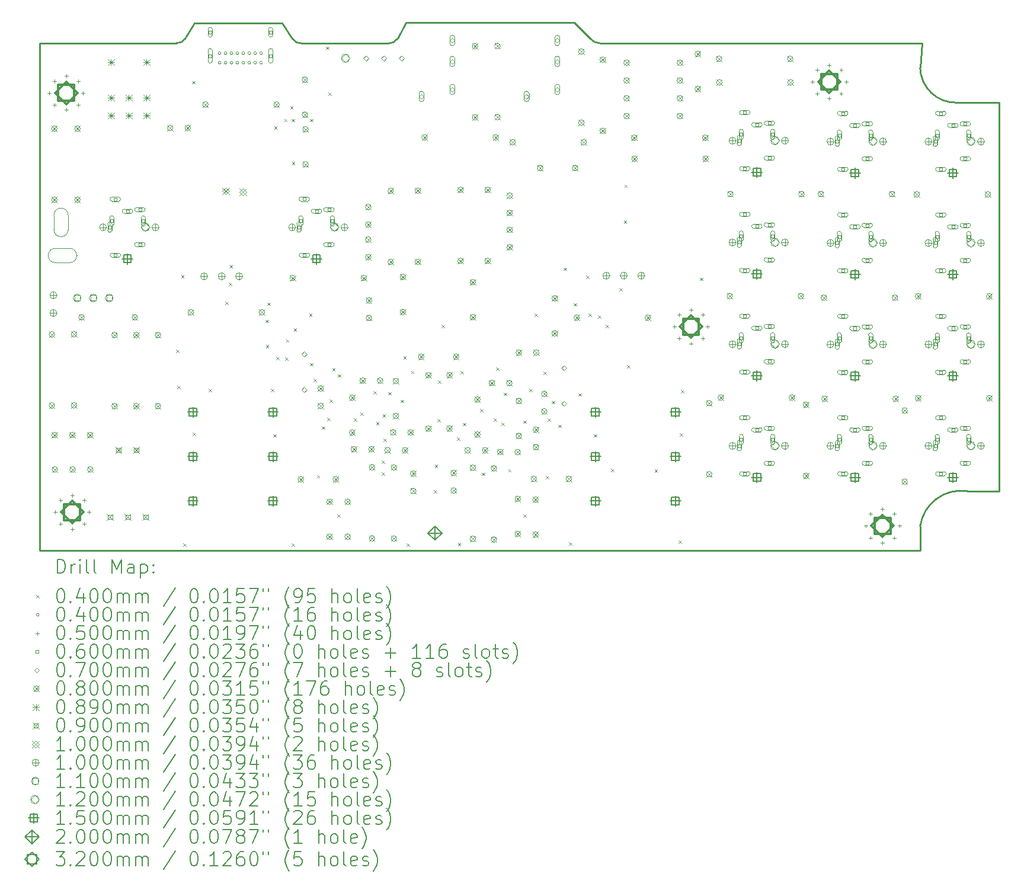
<source format=gbr>
%TF.GenerationSoftware,KiCad,Pcbnew,8.0.1*%
%TF.CreationDate,2024-04-16T20:02:15+02:00*%
%TF.ProjectId,spider2,73706964-6572-4322-9e6b-696361645f70,rev?*%
%TF.SameCoordinates,Original*%
%TF.FileFunction,Drillmap*%
%TF.FilePolarity,Positive*%
%FSLAX45Y45*%
G04 Gerber Fmt 4.5, Leading zero omitted, Abs format (unit mm)*
G04 Created by KiCad (PCBNEW 8.0.1) date 2024-04-16 20:02:15*
%MOMM*%
%LPD*%
G01*
G04 APERTURE LIST*
%ADD10C,0.254000*%
%ADD11C,0.100000*%
%ADD12C,0.200000*%
%ADD13C,0.110000*%
%ADD14C,0.120000*%
%ADD15C,0.150000*%
%ADD16C,0.320000*%
G04 APERTURE END LIST*
D10*
X18873422Y-2994112D02*
X18990000Y-2760000D01*
X26864460Y-3909160D02*
G75*
G02*
X26339460Y-3409160I-12500J512500D01*
G01*
X17227500Y-2776160D02*
X17369000Y-2994000D01*
X18873422Y-2994112D02*
G75*
G02*
X18747000Y-3061000I-119002J72002D01*
G01*
X17495422Y-3060888D02*
X18747000Y-3061000D01*
X26339460Y-10309160D02*
X26339460Y-9959160D01*
D11*
X14290000Y-6090711D02*
X14290000Y-6095000D01*
X14290000Y-6095000D02*
G75*
G02*
X14190000Y-6195000I-100000J0D01*
G01*
D10*
X27014460Y-9459160D02*
X27464460Y-9459160D01*
X15838954Y-2992061D02*
G75*
G02*
X15712533Y-3058952I-119004J72001D01*
G01*
D11*
X13881421Y-6090711D02*
X13881421Y-6095000D01*
D10*
X15838954Y-2992061D02*
X15967500Y-2776160D01*
D11*
X13981421Y-6195000D02*
G75*
G02*
X13881420Y-6095000I-1J100000D01*
G01*
D10*
X13764460Y-10309160D02*
X26339460Y-10309160D01*
X27464460Y-9459160D02*
X27464460Y-3909160D01*
D11*
X13881421Y-6090711D02*
G75*
G02*
X13981421Y-5990711I99999J1D01*
G01*
D10*
X21757980Y-3058410D02*
G75*
G02*
X21629304Y-2995972I2610J169190D01*
G01*
D11*
X13962711Y-5515000D02*
G75*
G02*
X14062711Y-5415001I99999J0D01*
G01*
D10*
X13764460Y-3059160D02*
X15712533Y-3058949D01*
D11*
X13962711Y-5723579D02*
X13962711Y-5515000D01*
X14062711Y-5823579D02*
G75*
G02*
X13962711Y-5723579I-1J99999D01*
G01*
D10*
X17495422Y-3060888D02*
G75*
G02*
X17369000Y-2994000I-7422J138888D01*
G01*
X26339460Y-9959160D02*
G75*
G02*
X27014460Y-9459160I587500J-87500D01*
G01*
D11*
X14067000Y-5415000D02*
X14062711Y-5415000D01*
D10*
X21757980Y-3058410D02*
X26364460Y-3059160D01*
X15967500Y-2776160D02*
X17227500Y-2776160D01*
X13764460Y-3059160D02*
X13764460Y-10309160D01*
X18990000Y-2760000D02*
X21397500Y-2760000D01*
X26364460Y-3059160D02*
X26339460Y-3409160D01*
D11*
X14167000Y-5723579D02*
X14167000Y-5515000D01*
X14167000Y-5723579D02*
G75*
G02*
X14067000Y-5823580I-100000J-1D01*
G01*
X14190000Y-6195000D02*
X13981421Y-6195000D01*
X14067000Y-5823579D02*
X14062711Y-5823579D01*
X14190000Y-5990711D02*
X13981421Y-5990711D01*
X14190000Y-5990711D02*
G75*
G02*
X14289999Y-6090711I0J-99999D01*
G01*
D10*
X26864460Y-3909160D02*
X27464460Y-3909160D01*
D11*
X14067000Y-5415000D02*
G75*
G02*
X14167000Y-5515000I0J-100000D01*
G01*
D10*
X21397500Y-2760000D02*
X21629301Y-2995975D01*
D12*
D11*
X15711000Y-7436000D02*
X15751000Y-7476000D01*
X15751000Y-7436000D02*
X15711000Y-7476000D01*
X15726000Y-7955000D02*
X15766000Y-7995000D01*
X15766000Y-7955000D02*
X15726000Y-7995000D01*
X15780000Y-6370000D02*
X15820000Y-6410000D01*
X15820000Y-6370000D02*
X15780000Y-6410000D01*
X15810000Y-10210000D02*
X15850000Y-10250000D01*
X15850000Y-10210000D02*
X15810000Y-10250000D01*
X15940000Y-3600000D02*
X15980000Y-3640000D01*
X15980000Y-3600000D02*
X15940000Y-3640000D01*
X15945000Y-8625000D02*
X15985000Y-8665000D01*
X15985000Y-8625000D02*
X15945000Y-8665000D01*
X16175000Y-7995000D02*
X16215000Y-8035000D01*
X16215000Y-7995000D02*
X16175000Y-8035000D01*
X16410000Y-6750000D02*
X16450000Y-6790000D01*
X16450000Y-6750000D02*
X16410000Y-6790000D01*
X16460000Y-6480000D02*
X16500000Y-6520000D01*
X16500000Y-6480000D02*
X16460000Y-6520000D01*
X16475000Y-6230000D02*
X16515000Y-6270000D01*
X16515000Y-6230000D02*
X16475000Y-6270000D01*
X16985000Y-7010000D02*
X17025000Y-7050000D01*
X17025000Y-7010000D02*
X16985000Y-7050000D01*
X16991000Y-7370000D02*
X17031000Y-7410000D01*
X17031000Y-7370000D02*
X16991000Y-7410000D01*
X17015000Y-6765000D02*
X17055000Y-6805000D01*
X17055000Y-6765000D02*
X17015000Y-6805000D01*
X17065000Y-7995000D02*
X17105000Y-8035000D01*
X17105000Y-7995000D02*
X17065000Y-8035000D01*
X17100000Y-8645000D02*
X17140000Y-8685000D01*
X17140000Y-8645000D02*
X17100000Y-8685000D01*
X17110000Y-4245000D02*
X17150000Y-4285000D01*
X17150000Y-4245000D02*
X17110000Y-4285000D01*
X17140000Y-7540000D02*
X17180000Y-7580000D01*
X17180000Y-7540000D02*
X17140000Y-7580000D01*
X17255000Y-4140000D02*
X17295000Y-4180000D01*
X17295000Y-4140000D02*
X17255000Y-4180000D01*
X17270000Y-7550000D02*
X17310000Y-7590000D01*
X17310000Y-7550000D02*
X17270000Y-7590000D01*
X17280000Y-7290000D02*
X17320000Y-7330000D01*
X17320000Y-7290000D02*
X17280000Y-7330000D01*
X17340000Y-3960000D02*
X17380000Y-4000000D01*
X17380000Y-3960000D02*
X17340000Y-4000000D01*
X17360000Y-4140000D02*
X17400000Y-4180000D01*
X17400000Y-4140000D02*
X17360000Y-4180000D01*
X17360000Y-10205000D02*
X17400000Y-10245000D01*
X17400000Y-10205000D02*
X17360000Y-10245000D01*
X17365000Y-4755000D02*
X17405000Y-4795000D01*
X17405000Y-4755000D02*
X17365000Y-4795000D01*
X17390000Y-7135000D02*
X17430000Y-7175000D01*
X17430000Y-7135000D02*
X17390000Y-7175000D01*
X17610000Y-6920000D02*
X17650000Y-6960000D01*
X17650000Y-6920000D02*
X17610000Y-6960000D01*
X17620000Y-4140000D02*
X17660000Y-4180000D01*
X17660000Y-4140000D02*
X17620000Y-4180000D01*
X17620000Y-7630000D02*
X17660000Y-7670000D01*
X17660000Y-7630000D02*
X17620000Y-7670000D01*
X17675000Y-7855000D02*
X17715000Y-7895000D01*
X17715000Y-7855000D02*
X17675000Y-7895000D01*
X17720000Y-9230000D02*
X17760000Y-9270000D01*
X17760000Y-9230000D02*
X17720000Y-9270000D01*
X17790000Y-8535000D02*
X17830000Y-8575000D01*
X17830000Y-8535000D02*
X17790000Y-8575000D01*
X17851000Y-3108000D02*
X17891000Y-3148000D01*
X17891000Y-3108000D02*
X17851000Y-3148000D01*
X17870000Y-8415000D02*
X17910000Y-8455000D01*
X17910000Y-8415000D02*
X17870000Y-8455000D01*
X17885000Y-3765000D02*
X17925000Y-3805000D01*
X17925000Y-3765000D02*
X17885000Y-3805000D01*
X17900000Y-8150000D02*
X17940000Y-8190000D01*
X17940000Y-8150000D02*
X17900000Y-8190000D01*
X17940000Y-7700000D02*
X17980000Y-7740000D01*
X17980000Y-7700000D02*
X17940000Y-7740000D01*
X18010000Y-9790000D02*
X18050000Y-9830000D01*
X18050000Y-9790000D02*
X18010000Y-9830000D01*
X18020000Y-7790000D02*
X18060000Y-7830000D01*
X18060000Y-7790000D02*
X18020000Y-7830000D01*
X18250220Y-8420420D02*
X18290220Y-8460420D01*
X18290220Y-8420420D02*
X18250220Y-8460420D01*
X18340000Y-8335000D02*
X18380000Y-8375000D01*
X18380000Y-8335000D02*
X18340000Y-8375000D01*
X18529008Y-8030000D02*
X18569008Y-8070000D01*
X18569008Y-8030000D02*
X18529008Y-8070000D01*
X18566020Y-8471480D02*
X18606020Y-8511480D01*
X18606020Y-8471480D02*
X18566020Y-8511480D01*
X18645000Y-9020000D02*
X18685000Y-9060000D01*
X18685000Y-9020000D02*
X18645000Y-9060000D01*
X18645000Y-9190000D02*
X18685000Y-9230000D01*
X18685000Y-9190000D02*
X18645000Y-9230000D01*
X18660000Y-8360000D02*
X18700000Y-8400000D01*
X18700000Y-8360000D02*
X18660000Y-8400000D01*
X18670000Y-8710000D02*
X18710000Y-8750000D01*
X18710000Y-8710000D02*
X18670000Y-8750000D01*
X18740000Y-8045000D02*
X18780000Y-8085000D01*
X18780000Y-8045000D02*
X18740000Y-8085000D01*
X18915000Y-8155000D02*
X18955000Y-8195000D01*
X18955000Y-8155000D02*
X18915000Y-8195000D01*
X18955000Y-7530000D02*
X18995000Y-7570000D01*
X18995000Y-7530000D02*
X18955000Y-7570000D01*
X19005000Y-10205000D02*
X19045000Y-10245000D01*
X19045000Y-10205000D02*
X19005000Y-10245000D01*
X19065000Y-7740000D02*
X19105000Y-7780000D01*
X19105000Y-7740000D02*
X19065000Y-7780000D01*
X19395000Y-9445000D02*
X19435000Y-9485000D01*
X19435000Y-9445000D02*
X19395000Y-9485000D01*
X19405000Y-9080000D02*
X19445000Y-9120000D01*
X19445000Y-9080000D02*
X19405000Y-9120000D01*
X19445000Y-8430000D02*
X19485000Y-8470000D01*
X19485000Y-8430000D02*
X19445000Y-8470000D01*
X19450000Y-7880000D02*
X19490000Y-7920000D01*
X19490000Y-7880000D02*
X19450000Y-7920000D01*
X19505000Y-7080000D02*
X19545000Y-7120000D01*
X19545000Y-7080000D02*
X19505000Y-7120000D01*
X19725000Y-8690000D02*
X19765000Y-8730000D01*
X19765000Y-8690000D02*
X19725000Y-8730000D01*
X19735000Y-10200000D02*
X19775000Y-10240000D01*
X19775000Y-10200000D02*
X19735000Y-10240000D01*
X19775000Y-7745000D02*
X19815000Y-7785000D01*
X19815000Y-7745000D02*
X19775000Y-7785000D01*
X19805000Y-8485000D02*
X19845000Y-8525000D01*
X19845000Y-8485000D02*
X19805000Y-8525000D01*
X20050000Y-8285000D02*
X20090000Y-8325000D01*
X20090000Y-8285000D02*
X20050000Y-8325000D01*
X20075000Y-9195000D02*
X20115000Y-9235000D01*
X20115000Y-9195000D02*
X20075000Y-9235000D01*
X20250000Y-8420000D02*
X20290000Y-8460000D01*
X20290000Y-8420000D02*
X20250000Y-8460000D01*
X20280000Y-7695000D02*
X20320000Y-7735000D01*
X20320000Y-7695000D02*
X20280000Y-7735000D01*
X20360000Y-8480000D02*
X20400000Y-8520000D01*
X20400000Y-8480000D02*
X20360000Y-8520000D01*
X20394200Y-8052139D02*
X20434200Y-8092139D01*
X20434200Y-8052139D02*
X20394200Y-8092139D01*
X20455000Y-9145000D02*
X20495000Y-9185000D01*
X20495000Y-9145000D02*
X20455000Y-9185000D01*
X20667500Y-8450000D02*
X20707500Y-8490000D01*
X20707500Y-8450000D02*
X20667500Y-8490000D01*
X20670000Y-9790000D02*
X20710000Y-9830000D01*
X20710000Y-9790000D02*
X20670000Y-9830000D01*
X20752500Y-8000000D02*
X20792500Y-8040000D01*
X20792500Y-8000000D02*
X20752500Y-8040000D01*
X20830000Y-6925000D02*
X20870000Y-6965000D01*
X20870000Y-6925000D02*
X20830000Y-6965000D01*
X20960000Y-7750000D02*
X21000000Y-7790000D01*
X21000000Y-7750000D02*
X20960000Y-7790000D01*
X20995000Y-9240000D02*
X21035000Y-9280000D01*
X21035000Y-9240000D02*
X20995000Y-9280000D01*
X21020000Y-8420000D02*
X21060000Y-8460000D01*
X21060000Y-8420000D02*
X21020000Y-8460000D01*
X21080000Y-8170000D02*
X21120000Y-8210000D01*
X21120000Y-8170000D02*
X21080000Y-8210000D01*
X21170000Y-8510000D02*
X21210000Y-8550000D01*
X21210000Y-8510000D02*
X21170000Y-8550000D01*
X21245000Y-6265000D02*
X21285000Y-6305000D01*
X21285000Y-6265000D02*
X21245000Y-6305000D01*
X21320000Y-10190000D02*
X21360000Y-10230000D01*
X21360000Y-10190000D02*
X21320000Y-10230000D01*
X21390000Y-6775000D02*
X21430000Y-6815000D01*
X21430000Y-6775000D02*
X21390000Y-6815000D01*
X21460000Y-8060000D02*
X21500000Y-8100000D01*
X21500000Y-8060000D02*
X21460000Y-8100000D01*
X21570000Y-6380000D02*
X21610000Y-6420000D01*
X21610000Y-6380000D02*
X21570000Y-6420000D01*
X21600000Y-6920000D02*
X21640000Y-6960000D01*
X21640000Y-6920000D02*
X21600000Y-6960000D01*
X21680000Y-8645000D02*
X21720000Y-8685000D01*
X21720000Y-8645000D02*
X21680000Y-8685000D01*
X21740000Y-6950000D02*
X21780000Y-6990000D01*
X21780000Y-6950000D02*
X21740000Y-6990000D01*
X21850000Y-7080000D02*
X21890000Y-7120000D01*
X21890000Y-7080000D02*
X21850000Y-7120000D01*
X21925000Y-9140000D02*
X21965000Y-9180000D01*
X21965000Y-9140000D02*
X21925000Y-9180000D01*
X22040000Y-6560000D02*
X22080000Y-6600000D01*
X22080000Y-6560000D02*
X22040000Y-6600000D01*
X22105000Y-5595000D02*
X22145000Y-5635000D01*
X22145000Y-5595000D02*
X22105000Y-5635000D01*
X22115000Y-5080000D02*
X22155000Y-5120000D01*
X22155000Y-5080000D02*
X22115000Y-5120000D01*
X22150000Y-7660000D02*
X22190000Y-7700000D01*
X22190000Y-7660000D02*
X22150000Y-7700000D01*
X22545000Y-9150000D02*
X22585000Y-9190000D01*
X22585000Y-9150000D02*
X22545000Y-9190000D01*
X22890000Y-10165000D02*
X22930000Y-10205000D01*
X22930000Y-10165000D02*
X22890000Y-10205000D01*
X22905000Y-8630000D02*
X22945000Y-8670000D01*
X22945000Y-8630000D02*
X22905000Y-8670000D01*
X22920000Y-8015000D02*
X22960000Y-8055000D01*
X22960000Y-8015000D02*
X22920000Y-8055000D01*
X23195000Y-6410000D02*
X23235000Y-6450000D01*
X23235000Y-6410000D02*
X23195000Y-6450000D01*
X16350000Y-3202500D02*
G75*
G02*
X16310000Y-3202500I-20000J0D01*
G01*
X16310000Y-3202500D02*
G75*
G02*
X16350000Y-3202500I20000J0D01*
G01*
X16350000Y-3337500D02*
G75*
G02*
X16310000Y-3337500I-20000J0D01*
G01*
X16310000Y-3337500D02*
G75*
G02*
X16350000Y-3337500I20000J0D01*
G01*
X16435000Y-3202500D02*
G75*
G02*
X16395000Y-3202500I-20000J0D01*
G01*
X16395000Y-3202500D02*
G75*
G02*
X16435000Y-3202500I20000J0D01*
G01*
X16435000Y-3337500D02*
G75*
G02*
X16395000Y-3337500I-20000J0D01*
G01*
X16395000Y-3337500D02*
G75*
G02*
X16435000Y-3337500I20000J0D01*
G01*
X16520000Y-3202500D02*
G75*
G02*
X16480000Y-3202500I-20000J0D01*
G01*
X16480000Y-3202500D02*
G75*
G02*
X16520000Y-3202500I20000J0D01*
G01*
X16520000Y-3337500D02*
G75*
G02*
X16480000Y-3337500I-20000J0D01*
G01*
X16480000Y-3337500D02*
G75*
G02*
X16520000Y-3337500I20000J0D01*
G01*
X16605000Y-3202500D02*
G75*
G02*
X16565000Y-3202500I-20000J0D01*
G01*
X16565000Y-3202500D02*
G75*
G02*
X16605000Y-3202500I20000J0D01*
G01*
X16605000Y-3337500D02*
G75*
G02*
X16565000Y-3337500I-20000J0D01*
G01*
X16565000Y-3337500D02*
G75*
G02*
X16605000Y-3337500I20000J0D01*
G01*
X16690000Y-3202500D02*
G75*
G02*
X16650000Y-3202500I-20000J0D01*
G01*
X16650000Y-3202500D02*
G75*
G02*
X16690000Y-3202500I20000J0D01*
G01*
X16690000Y-3337500D02*
G75*
G02*
X16650000Y-3337500I-20000J0D01*
G01*
X16650000Y-3337500D02*
G75*
G02*
X16690000Y-3337500I20000J0D01*
G01*
X16775000Y-3202500D02*
G75*
G02*
X16735000Y-3202500I-20000J0D01*
G01*
X16735000Y-3202500D02*
G75*
G02*
X16775000Y-3202500I20000J0D01*
G01*
X16775000Y-3337500D02*
G75*
G02*
X16735000Y-3337500I-20000J0D01*
G01*
X16735000Y-3337500D02*
G75*
G02*
X16775000Y-3337500I20000J0D01*
G01*
X16860000Y-3202500D02*
G75*
G02*
X16820000Y-3202500I-20000J0D01*
G01*
X16820000Y-3202500D02*
G75*
G02*
X16860000Y-3202500I20000J0D01*
G01*
X16860000Y-3337500D02*
G75*
G02*
X16820000Y-3337500I-20000J0D01*
G01*
X16820000Y-3337500D02*
G75*
G02*
X16860000Y-3337500I20000J0D01*
G01*
X16945000Y-3202500D02*
G75*
G02*
X16905000Y-3202500I-20000J0D01*
G01*
X16905000Y-3202500D02*
G75*
G02*
X16945000Y-3202500I20000J0D01*
G01*
X16945000Y-3337500D02*
G75*
G02*
X16905000Y-3337500I-20000J0D01*
G01*
X16905000Y-3337500D02*
G75*
G02*
X16945000Y-3337500I20000J0D01*
G01*
X13899460Y-3744160D02*
X13899460Y-3794160D01*
X13874460Y-3769160D02*
X13924460Y-3769160D01*
X13969754Y-3574454D02*
X13969754Y-3624454D01*
X13944754Y-3599454D02*
X13994754Y-3599454D01*
X13969754Y-3913866D02*
X13969754Y-3963866D01*
X13944754Y-3938866D02*
X13994754Y-3938866D01*
X13984000Y-9734000D02*
X13984000Y-9784000D01*
X13959000Y-9759000D02*
X14009000Y-9759000D01*
X14054294Y-9564294D02*
X14054294Y-9614294D01*
X14029294Y-9589294D02*
X14079294Y-9589294D01*
X14054294Y-9903706D02*
X14054294Y-9953706D01*
X14029294Y-9928706D02*
X14079294Y-9928706D01*
X14139460Y-3504160D02*
X14139460Y-3554160D01*
X14114460Y-3529160D02*
X14164460Y-3529160D01*
X14139460Y-3984160D02*
X14139460Y-4034160D01*
X14114460Y-4009160D02*
X14164460Y-4009160D01*
X14224000Y-9494000D02*
X14224000Y-9544000D01*
X14199000Y-9519000D02*
X14249000Y-9519000D01*
X14224000Y-9974000D02*
X14224000Y-10024000D01*
X14199000Y-9999000D02*
X14249000Y-9999000D01*
X14309166Y-3574454D02*
X14309166Y-3624454D01*
X14284166Y-3599454D02*
X14334166Y-3599454D01*
X14309166Y-3913866D02*
X14309166Y-3963866D01*
X14284166Y-3938866D02*
X14334166Y-3938866D01*
X14379460Y-3744160D02*
X14379460Y-3794160D01*
X14354460Y-3769160D02*
X14404460Y-3769160D01*
X14393706Y-9564294D02*
X14393706Y-9614294D01*
X14368706Y-9589294D02*
X14418706Y-9589294D01*
X14393706Y-9903706D02*
X14393706Y-9953706D01*
X14368706Y-9928706D02*
X14418706Y-9928706D01*
X14464000Y-9734000D02*
X14464000Y-9784000D01*
X14439000Y-9759000D02*
X14489000Y-9759000D01*
X22826014Y-7083826D02*
X22826014Y-7133826D01*
X22801014Y-7108826D02*
X22851014Y-7108826D01*
X22896309Y-6914120D02*
X22896309Y-6964120D01*
X22871309Y-6939120D02*
X22921309Y-6939120D01*
X22896309Y-7253532D02*
X22896309Y-7303532D01*
X22871309Y-7278532D02*
X22921309Y-7278532D01*
X23066014Y-6843826D02*
X23066014Y-6893826D01*
X23041014Y-6868826D02*
X23091014Y-6868826D01*
X23066014Y-7323826D02*
X23066014Y-7373826D01*
X23041014Y-7348826D02*
X23091014Y-7348826D01*
X23235720Y-6914120D02*
X23235720Y-6964120D01*
X23210720Y-6939120D02*
X23260720Y-6939120D01*
X23235720Y-7253532D02*
X23235720Y-7303532D01*
X23210720Y-7278532D02*
X23260720Y-7278532D01*
X23306014Y-7083826D02*
X23306014Y-7133826D01*
X23281014Y-7108826D02*
X23331014Y-7108826D01*
X24801953Y-3585246D02*
X24801953Y-3635246D01*
X24776953Y-3610246D02*
X24826953Y-3610246D01*
X24872248Y-3415540D02*
X24872248Y-3465540D01*
X24847248Y-3440540D02*
X24897248Y-3440540D01*
X24872248Y-3754952D02*
X24872248Y-3804952D01*
X24847248Y-3779952D02*
X24897248Y-3779952D01*
X25041953Y-3345246D02*
X25041953Y-3395246D01*
X25016953Y-3370246D02*
X25066953Y-3370246D01*
X25041953Y-3825246D02*
X25041953Y-3875246D01*
X25016953Y-3850246D02*
X25066953Y-3850246D01*
X25211659Y-3415540D02*
X25211659Y-3465540D01*
X25186659Y-3440540D02*
X25236659Y-3440540D01*
X25211659Y-3754952D02*
X25211659Y-3804952D01*
X25186659Y-3779952D02*
X25236659Y-3779952D01*
X25281953Y-3585246D02*
X25281953Y-3635246D01*
X25256953Y-3610246D02*
X25306953Y-3610246D01*
X25563000Y-9931000D02*
X25563000Y-9981000D01*
X25538000Y-9956000D02*
X25588000Y-9956000D01*
X25633294Y-9761294D02*
X25633294Y-9811294D01*
X25608294Y-9786294D02*
X25658294Y-9786294D01*
X25633294Y-10100706D02*
X25633294Y-10150706D01*
X25608294Y-10125706D02*
X25658294Y-10125706D01*
X25803000Y-9691000D02*
X25803000Y-9741000D01*
X25778000Y-9716000D02*
X25828000Y-9716000D01*
X25803000Y-10171000D02*
X25803000Y-10221000D01*
X25778000Y-10196000D02*
X25828000Y-10196000D01*
X25972706Y-9761294D02*
X25972706Y-9811294D01*
X25947706Y-9786294D02*
X25997706Y-9786294D01*
X25972706Y-10100706D02*
X25972706Y-10150706D01*
X25947706Y-10125706D02*
X25997706Y-10125706D01*
X26043000Y-9931000D02*
X26043000Y-9981000D01*
X26018000Y-9956000D02*
X26068000Y-9956000D01*
X14782733Y-5708185D02*
X14782733Y-5665758D01*
X14740306Y-5665758D01*
X14740306Y-5708185D01*
X14782733Y-5708185D01*
X14791520Y-5731971D02*
X14791520Y-5641971D01*
X14731520Y-5641971D02*
G75*
G02*
X14791520Y-5641971I30000J0D01*
G01*
X14731520Y-5641971D02*
X14731520Y-5731971D01*
X14731520Y-5731971D02*
G75*
G03*
X14791520Y-5731971I30000J0D01*
G01*
X14810661Y-5620810D02*
X14810661Y-5578383D01*
X14768234Y-5578383D01*
X14768234Y-5620810D01*
X14810661Y-5620810D01*
X14759448Y-5554597D02*
X14759448Y-5644596D01*
X14819448Y-5644596D02*
G75*
G02*
X14759448Y-5644596I-30000J0D01*
G01*
X14819448Y-5644596D02*
X14819448Y-5554597D01*
X14819448Y-5554597D02*
G75*
G03*
X14759448Y-5554597I-30000J0D01*
G01*
X14862733Y-5308185D02*
X14862733Y-5265758D01*
X14820306Y-5265758D01*
X14820306Y-5308185D01*
X14862733Y-5308185D01*
X14796520Y-5316971D02*
X14886520Y-5316971D01*
X14886520Y-5256971D02*
G75*
G02*
X14886520Y-5316971I0J-30000D01*
G01*
X14886520Y-5256971D02*
X14796520Y-5256971D01*
X14796520Y-5256971D02*
G75*
G03*
X14796520Y-5316971I0J-30000D01*
G01*
X14862733Y-6108185D02*
X14862733Y-6065758D01*
X14820306Y-6065758D01*
X14820306Y-6108185D01*
X14862733Y-6108185D01*
X14796520Y-6116971D02*
X14886520Y-6116971D01*
X14886520Y-6056971D02*
G75*
G02*
X14886520Y-6116971I0J-30000D01*
G01*
X14886520Y-6056971D02*
X14796520Y-6056971D01*
X14796520Y-6056971D02*
G75*
G03*
X14796520Y-6116971I0J-30000D01*
G01*
X15035661Y-5480810D02*
X15035661Y-5438383D01*
X14993234Y-5438383D01*
X14993234Y-5480810D01*
X15035661Y-5480810D01*
X14969448Y-5489597D02*
X15059448Y-5489597D01*
X15059448Y-5429597D02*
G75*
G02*
X15059448Y-5489597I0J-30000D01*
G01*
X15059448Y-5429597D02*
X14969448Y-5429597D01*
X14969448Y-5429597D02*
G75*
G03*
X14969448Y-5489597I0J-30000D01*
G01*
X15212733Y-5458185D02*
X15212733Y-5415758D01*
X15170306Y-5415758D01*
X15170306Y-5458185D01*
X15212733Y-5458185D01*
X15146520Y-5466971D02*
X15236520Y-5466971D01*
X15236520Y-5406971D02*
G75*
G02*
X15236520Y-5466971I0J-30000D01*
G01*
X15236520Y-5406971D02*
X15146520Y-5406971D01*
X15146520Y-5406971D02*
G75*
G03*
X15146520Y-5466971I0J-30000D01*
G01*
X15212733Y-5958185D02*
X15212733Y-5915758D01*
X15170306Y-5915758D01*
X15170306Y-5958185D01*
X15212733Y-5958185D01*
X15146520Y-5966971D02*
X15236520Y-5966971D01*
X15236520Y-5906971D02*
G75*
G02*
X15236520Y-5966971I0J-30000D01*
G01*
X15236520Y-5906971D02*
X15146520Y-5906971D01*
X15146520Y-5906971D02*
G75*
G03*
X15146520Y-5966971I0J-30000D01*
G01*
X15260661Y-5620810D02*
X15260661Y-5578383D01*
X15218234Y-5578383D01*
X15218234Y-5620810D01*
X15260661Y-5620810D01*
X15209448Y-5554597D02*
X15209448Y-5644596D01*
X15269448Y-5644596D02*
G75*
G02*
X15209448Y-5644596I-30000J0D01*
G01*
X15269448Y-5644596D02*
X15269448Y-5554597D01*
X15269448Y-5554597D02*
G75*
G03*
X15209448Y-5554597I-30000J0D01*
G01*
X16216213Y-2922713D02*
X16216213Y-2880287D01*
X16173787Y-2880287D01*
X16173787Y-2922713D01*
X16216213Y-2922713D01*
X16225000Y-2941500D02*
X16225000Y-2861500D01*
X16165000Y-2861500D02*
G75*
G02*
X16225000Y-2861500I30000J0D01*
G01*
X16165000Y-2861500D02*
X16165000Y-2941500D01*
X16165000Y-2941500D02*
G75*
G03*
X16225000Y-2941500I30000J0D01*
G01*
X16216213Y-3260713D02*
X16216213Y-3218287D01*
X16173787Y-3218287D01*
X16173787Y-3260713D01*
X16216213Y-3260713D01*
X16225000Y-3314500D02*
X16225000Y-3164500D01*
X16165000Y-3164500D02*
G75*
G02*
X16225000Y-3164500I30000J0D01*
G01*
X16165000Y-3164500D02*
X16165000Y-3314500D01*
X16165000Y-3314500D02*
G75*
G03*
X16225000Y-3314500I30000J0D01*
G01*
X17081213Y-2922713D02*
X17081213Y-2880287D01*
X17038787Y-2880287D01*
X17038787Y-2922713D01*
X17081213Y-2922713D01*
X17090000Y-2941500D02*
X17090000Y-2861500D01*
X17030000Y-2861500D02*
G75*
G02*
X17090000Y-2861500I30000J0D01*
G01*
X17030000Y-2861500D02*
X17030000Y-2941500D01*
X17030000Y-2941500D02*
G75*
G03*
X17090000Y-2941500I30000J0D01*
G01*
X17081213Y-3260713D02*
X17081213Y-3218287D01*
X17038787Y-3218287D01*
X17038787Y-3260713D01*
X17081213Y-3260713D01*
X17090000Y-3314500D02*
X17090000Y-3164500D01*
X17030000Y-3164500D02*
G75*
G02*
X17090000Y-3164500I30000J0D01*
G01*
X17030000Y-3164500D02*
X17030000Y-3314500D01*
X17030000Y-3314500D02*
G75*
G03*
X17090000Y-3314500I30000J0D01*
G01*
X17483620Y-5708038D02*
X17483620Y-5665611D01*
X17441193Y-5665611D01*
X17441193Y-5708038D01*
X17483620Y-5708038D01*
X17492407Y-5731825D02*
X17492407Y-5641825D01*
X17432407Y-5641825D02*
G75*
G02*
X17492407Y-5641825I30000J0D01*
G01*
X17432407Y-5641825D02*
X17432407Y-5731825D01*
X17432407Y-5731825D02*
G75*
G03*
X17492407Y-5731825I30000J0D01*
G01*
X17511548Y-5620664D02*
X17511548Y-5578237D01*
X17469121Y-5578237D01*
X17469121Y-5620664D01*
X17511548Y-5620664D01*
X17460334Y-5554450D02*
X17460334Y-5644450D01*
X17520334Y-5644450D02*
G75*
G02*
X17460334Y-5644450I-30000J0D01*
G01*
X17520334Y-5644450D02*
X17520334Y-5554450D01*
X17520334Y-5554450D02*
G75*
G03*
X17460334Y-5554450I-30000J0D01*
G01*
X17563620Y-5308038D02*
X17563620Y-5265612D01*
X17521193Y-5265612D01*
X17521193Y-5308038D01*
X17563620Y-5308038D01*
X17497407Y-5316825D02*
X17587407Y-5316825D01*
X17587407Y-5256825D02*
G75*
G02*
X17587407Y-5316825I0J-30000D01*
G01*
X17587407Y-5256825D02*
X17497407Y-5256825D01*
X17497407Y-5256825D02*
G75*
G03*
X17497407Y-5316825I0J-30000D01*
G01*
X17563620Y-6108038D02*
X17563620Y-6065611D01*
X17521193Y-6065611D01*
X17521193Y-6108038D01*
X17563620Y-6108038D01*
X17497407Y-6116825D02*
X17587407Y-6116825D01*
X17587407Y-6056825D02*
G75*
G02*
X17587407Y-6116825I0J-30000D01*
G01*
X17587407Y-6056825D02*
X17497407Y-6056825D01*
X17497407Y-6056825D02*
G75*
G03*
X17497407Y-6116825I0J-30000D01*
G01*
X17736548Y-5480664D02*
X17736548Y-5438237D01*
X17694121Y-5438237D01*
X17694121Y-5480664D01*
X17736548Y-5480664D01*
X17670334Y-5489450D02*
X17760334Y-5489450D01*
X17760334Y-5429450D02*
G75*
G02*
X17760334Y-5489450I0J-30000D01*
G01*
X17760334Y-5429450D02*
X17670334Y-5429450D01*
X17670334Y-5429450D02*
G75*
G03*
X17670334Y-5489450I0J-30000D01*
G01*
X17913620Y-5458038D02*
X17913620Y-5415612D01*
X17871193Y-5415612D01*
X17871193Y-5458038D01*
X17913620Y-5458038D01*
X17847407Y-5466825D02*
X17937407Y-5466825D01*
X17937407Y-5406825D02*
G75*
G02*
X17937407Y-5466825I0J-30000D01*
G01*
X17937407Y-5406825D02*
X17847407Y-5406825D01*
X17847407Y-5406825D02*
G75*
G03*
X17847407Y-5466825I0J-30000D01*
G01*
X17913620Y-5958038D02*
X17913620Y-5915611D01*
X17871193Y-5915611D01*
X17871193Y-5958038D01*
X17913620Y-5958038D01*
X17847407Y-5966825D02*
X17937407Y-5966825D01*
X17937407Y-5906825D02*
G75*
G02*
X17937407Y-5966825I0J-30000D01*
G01*
X17937407Y-5906825D02*
X17847407Y-5906825D01*
X17847407Y-5906825D02*
G75*
G03*
X17847407Y-5966825I0J-30000D01*
G01*
X17961548Y-5620664D02*
X17961548Y-5578237D01*
X17919121Y-5578237D01*
X17919121Y-5620664D01*
X17961548Y-5620664D01*
X17910334Y-5554450D02*
X17910334Y-5644450D01*
X17970334Y-5644450D02*
G75*
G02*
X17910334Y-5644450I-30000J0D01*
G01*
X17970334Y-5644450D02*
X17970334Y-5554450D01*
X17970334Y-5554450D02*
G75*
G03*
X17910334Y-5554450I-30000J0D01*
G01*
X23776125Y-8831213D02*
X23776125Y-8788787D01*
X23733698Y-8788787D01*
X23733698Y-8831213D01*
X23776125Y-8831213D01*
X23784911Y-8855000D02*
X23784911Y-8765000D01*
X23724911Y-8765000D02*
G75*
G02*
X23784911Y-8765000I30000J0D01*
G01*
X23724911Y-8765000D02*
X23724911Y-8855000D01*
X23724911Y-8855000D02*
G75*
G03*
X23784911Y-8855000I30000J0D01*
G01*
X23776213Y-4471213D02*
X23776213Y-4428787D01*
X23733787Y-4428787D01*
X23733787Y-4471213D01*
X23776213Y-4471213D01*
X23785000Y-4495000D02*
X23785000Y-4405000D01*
X23725000Y-4405000D02*
G75*
G02*
X23785000Y-4405000I30000J0D01*
G01*
X23725000Y-4405000D02*
X23725000Y-4495000D01*
X23725000Y-4495000D02*
G75*
G03*
X23785000Y-4495000I30000J0D01*
G01*
X23776213Y-5924547D02*
X23776213Y-5882120D01*
X23733787Y-5882120D01*
X23733787Y-5924547D01*
X23776213Y-5924547D01*
X23785000Y-5948333D02*
X23785000Y-5858333D01*
X23725000Y-5858333D02*
G75*
G02*
X23785000Y-5858333I30000J0D01*
G01*
X23725000Y-5858333D02*
X23725000Y-5948333D01*
X23725000Y-5948333D02*
G75*
G03*
X23785000Y-5948333I30000J0D01*
G01*
X23776213Y-7377880D02*
X23776213Y-7335453D01*
X23733787Y-7335453D01*
X23733787Y-7377880D01*
X23776213Y-7377880D01*
X23785000Y-7401667D02*
X23785000Y-7311667D01*
X23725000Y-7311667D02*
G75*
G02*
X23785000Y-7311667I30000J0D01*
G01*
X23725000Y-7311667D02*
X23725000Y-7401667D01*
X23725000Y-7401667D02*
G75*
G03*
X23785000Y-7401667I30000J0D01*
G01*
X23804052Y-8743839D02*
X23804052Y-8701412D01*
X23761626Y-8701412D01*
X23761626Y-8743839D01*
X23804052Y-8743839D01*
X23752839Y-8677625D02*
X23752839Y-8767625D01*
X23812839Y-8767625D02*
G75*
G02*
X23752839Y-8767625I-30000J0D01*
G01*
X23812839Y-8767625D02*
X23812839Y-8677625D01*
X23812839Y-8677625D02*
G75*
G03*
X23752839Y-8677625I-30000J0D01*
G01*
X23804141Y-4383839D02*
X23804141Y-4341412D01*
X23761714Y-4341412D01*
X23761714Y-4383839D01*
X23804141Y-4383839D01*
X23752928Y-4317625D02*
X23752928Y-4407625D01*
X23812928Y-4407625D02*
G75*
G02*
X23752928Y-4407625I-30000J0D01*
G01*
X23812928Y-4407625D02*
X23812928Y-4317625D01*
X23812928Y-4317625D02*
G75*
G03*
X23752928Y-4317625I-30000J0D01*
G01*
X23804141Y-5837172D02*
X23804141Y-5794745D01*
X23761714Y-5794745D01*
X23761714Y-5837172D01*
X23804141Y-5837172D01*
X23752928Y-5770959D02*
X23752928Y-5860959D01*
X23812928Y-5860959D02*
G75*
G02*
X23752928Y-5860959I-30000J0D01*
G01*
X23812928Y-5860959D02*
X23812928Y-5770959D01*
X23812928Y-5770959D02*
G75*
G03*
X23752928Y-5770959I-30000J0D01*
G01*
X23804141Y-7290505D02*
X23804141Y-7248078D01*
X23761714Y-7248078D01*
X23761714Y-7290505D01*
X23804141Y-7290505D01*
X23752928Y-7224292D02*
X23752928Y-7314292D01*
X23812928Y-7314292D02*
G75*
G02*
X23752928Y-7314292I-30000J0D01*
G01*
X23812928Y-7314292D02*
X23812928Y-7224292D01*
X23812928Y-7224292D02*
G75*
G03*
X23752928Y-7224292I-30000J0D01*
G01*
X23856125Y-8431213D02*
X23856125Y-8388787D01*
X23813698Y-8388787D01*
X23813698Y-8431213D01*
X23856125Y-8431213D01*
X23789911Y-8440000D02*
X23879911Y-8440000D01*
X23879911Y-8380000D02*
G75*
G02*
X23879911Y-8440000I0J-30000D01*
G01*
X23879911Y-8380000D02*
X23789911Y-8380000D01*
X23789911Y-8380000D02*
G75*
G03*
X23789911Y-8440000I0J-30000D01*
G01*
X23856125Y-9231213D02*
X23856125Y-9188787D01*
X23813698Y-9188787D01*
X23813698Y-9231213D01*
X23856125Y-9231213D01*
X23789911Y-9240000D02*
X23879911Y-9240000D01*
X23879911Y-9180000D02*
G75*
G02*
X23879911Y-9240000I0J-30000D01*
G01*
X23879911Y-9180000D02*
X23789911Y-9180000D01*
X23789911Y-9180000D02*
G75*
G03*
X23789911Y-9240000I0J-30000D01*
G01*
X23856213Y-4071213D02*
X23856213Y-4028787D01*
X23813787Y-4028787D01*
X23813787Y-4071213D01*
X23856213Y-4071213D01*
X23790000Y-4080000D02*
X23880000Y-4080000D01*
X23880000Y-4020000D02*
G75*
G02*
X23880000Y-4080000I0J-30000D01*
G01*
X23880000Y-4020000D02*
X23790000Y-4020000D01*
X23790000Y-4020000D02*
G75*
G03*
X23790000Y-4080000I0J-30000D01*
G01*
X23856213Y-4871213D02*
X23856213Y-4828787D01*
X23813787Y-4828787D01*
X23813787Y-4871213D01*
X23856213Y-4871213D01*
X23790000Y-4880000D02*
X23880000Y-4880000D01*
X23880000Y-4820000D02*
G75*
G02*
X23880000Y-4880000I0J-30000D01*
G01*
X23880000Y-4820000D02*
X23790000Y-4820000D01*
X23790000Y-4820000D02*
G75*
G03*
X23790000Y-4880000I0J-30000D01*
G01*
X23856213Y-5524547D02*
X23856213Y-5482120D01*
X23813787Y-5482120D01*
X23813787Y-5524547D01*
X23856213Y-5524547D01*
X23790000Y-5533333D02*
X23880000Y-5533333D01*
X23880000Y-5473333D02*
G75*
G02*
X23880000Y-5533333I0J-30000D01*
G01*
X23880000Y-5473333D02*
X23790000Y-5473333D01*
X23790000Y-5473333D02*
G75*
G03*
X23790000Y-5533333I0J-30000D01*
G01*
X23856213Y-6324547D02*
X23856213Y-6282120D01*
X23813787Y-6282120D01*
X23813787Y-6324547D01*
X23856213Y-6324547D01*
X23790000Y-6333333D02*
X23880000Y-6333333D01*
X23880000Y-6273333D02*
G75*
G02*
X23880000Y-6333333I0J-30000D01*
G01*
X23880000Y-6273333D02*
X23790000Y-6273333D01*
X23790000Y-6273333D02*
G75*
G03*
X23790000Y-6333333I0J-30000D01*
G01*
X23856213Y-6977880D02*
X23856213Y-6935453D01*
X23813787Y-6935453D01*
X23813787Y-6977880D01*
X23856213Y-6977880D01*
X23790000Y-6986667D02*
X23880000Y-6986667D01*
X23880000Y-6926667D02*
G75*
G02*
X23880000Y-6986667I0J-30000D01*
G01*
X23880000Y-6926667D02*
X23790000Y-6926667D01*
X23790000Y-6926667D02*
G75*
G03*
X23790000Y-6986667I0J-30000D01*
G01*
X23856213Y-7777880D02*
X23856213Y-7735453D01*
X23813787Y-7735453D01*
X23813787Y-7777880D01*
X23856213Y-7777880D01*
X23790000Y-7786667D02*
X23880000Y-7786667D01*
X23880000Y-7726667D02*
G75*
G02*
X23880000Y-7786667I0J-30000D01*
G01*
X23880000Y-7726667D02*
X23790000Y-7726667D01*
X23790000Y-7726667D02*
G75*
G03*
X23790000Y-7786667I0J-30000D01*
G01*
X24029052Y-8603839D02*
X24029052Y-8561412D01*
X23986626Y-8561412D01*
X23986626Y-8603839D01*
X24029052Y-8603839D01*
X23962839Y-8612625D02*
X24052839Y-8612625D01*
X24052839Y-8552625D02*
G75*
G02*
X24052839Y-8612625I0J-30000D01*
G01*
X24052839Y-8552625D02*
X23962839Y-8552625D01*
X23962839Y-8552625D02*
G75*
G03*
X23962839Y-8612625I0J-30000D01*
G01*
X24029141Y-4243839D02*
X24029141Y-4201412D01*
X23986714Y-4201412D01*
X23986714Y-4243839D01*
X24029141Y-4243839D01*
X23962928Y-4252625D02*
X24052928Y-4252625D01*
X24052928Y-4192625D02*
G75*
G02*
X24052928Y-4252625I0J-30000D01*
G01*
X24052928Y-4192625D02*
X23962928Y-4192625D01*
X23962928Y-4192625D02*
G75*
G03*
X23962928Y-4252625I0J-30000D01*
G01*
X24029141Y-5697172D02*
X24029141Y-5654745D01*
X23986714Y-5654745D01*
X23986714Y-5697172D01*
X24029141Y-5697172D01*
X23962928Y-5705959D02*
X24052928Y-5705959D01*
X24052928Y-5645959D02*
G75*
G02*
X24052928Y-5705959I0J-30000D01*
G01*
X24052928Y-5645959D02*
X23962928Y-5645959D01*
X23962928Y-5645959D02*
G75*
G03*
X23962928Y-5705959I0J-30000D01*
G01*
X24029141Y-7150505D02*
X24029141Y-7108078D01*
X23986714Y-7108078D01*
X23986714Y-7150505D01*
X24029141Y-7150505D01*
X23962928Y-7159292D02*
X24052928Y-7159292D01*
X24052928Y-7099292D02*
G75*
G02*
X24052928Y-7159292I0J-30000D01*
G01*
X24052928Y-7099292D02*
X23962928Y-7099292D01*
X23962928Y-7099292D02*
G75*
G03*
X23962928Y-7159292I0J-30000D01*
G01*
X24206125Y-8581213D02*
X24206125Y-8538787D01*
X24163698Y-8538787D01*
X24163698Y-8581213D01*
X24206125Y-8581213D01*
X24139911Y-8590000D02*
X24229911Y-8590000D01*
X24229911Y-8530000D02*
G75*
G02*
X24229911Y-8590000I0J-30000D01*
G01*
X24229911Y-8530000D02*
X24139911Y-8530000D01*
X24139911Y-8530000D02*
G75*
G03*
X24139911Y-8590000I0J-30000D01*
G01*
X24206125Y-9081213D02*
X24206125Y-9038787D01*
X24163698Y-9038787D01*
X24163698Y-9081213D01*
X24206125Y-9081213D01*
X24139911Y-9090000D02*
X24229911Y-9090000D01*
X24229911Y-9030000D02*
G75*
G02*
X24229911Y-9090000I0J-30000D01*
G01*
X24229911Y-9030000D02*
X24139911Y-9030000D01*
X24139911Y-9030000D02*
G75*
G03*
X24139911Y-9090000I0J-30000D01*
G01*
X24206213Y-4221213D02*
X24206213Y-4178787D01*
X24163787Y-4178787D01*
X24163787Y-4221213D01*
X24206213Y-4221213D01*
X24140000Y-4230000D02*
X24230000Y-4230000D01*
X24230000Y-4170000D02*
G75*
G02*
X24230000Y-4230000I0J-30000D01*
G01*
X24230000Y-4170000D02*
X24140000Y-4170000D01*
X24140000Y-4170000D02*
G75*
G03*
X24140000Y-4230000I0J-30000D01*
G01*
X24206213Y-4721213D02*
X24206213Y-4678787D01*
X24163787Y-4678787D01*
X24163787Y-4721213D01*
X24206213Y-4721213D01*
X24140000Y-4730000D02*
X24230000Y-4730000D01*
X24230000Y-4670000D02*
G75*
G02*
X24230000Y-4730000I0J-30000D01*
G01*
X24230000Y-4670000D02*
X24140000Y-4670000D01*
X24140000Y-4670000D02*
G75*
G03*
X24140000Y-4730000I0J-30000D01*
G01*
X24206213Y-5674547D02*
X24206213Y-5632120D01*
X24163787Y-5632120D01*
X24163787Y-5674547D01*
X24206213Y-5674547D01*
X24140000Y-5683333D02*
X24230000Y-5683333D01*
X24230000Y-5623333D02*
G75*
G02*
X24230000Y-5683333I0J-30000D01*
G01*
X24230000Y-5623333D02*
X24140000Y-5623333D01*
X24140000Y-5623333D02*
G75*
G03*
X24140000Y-5683333I0J-30000D01*
G01*
X24206213Y-6174547D02*
X24206213Y-6132120D01*
X24163787Y-6132120D01*
X24163787Y-6174547D01*
X24206213Y-6174547D01*
X24140000Y-6183333D02*
X24230000Y-6183333D01*
X24230000Y-6123333D02*
G75*
G02*
X24230000Y-6183333I0J-30000D01*
G01*
X24230000Y-6123333D02*
X24140000Y-6123333D01*
X24140000Y-6123333D02*
G75*
G03*
X24140000Y-6183333I0J-30000D01*
G01*
X24206213Y-7127880D02*
X24206213Y-7085453D01*
X24163787Y-7085453D01*
X24163787Y-7127880D01*
X24206213Y-7127880D01*
X24140000Y-7136667D02*
X24230000Y-7136667D01*
X24230000Y-7076667D02*
G75*
G02*
X24230000Y-7136667I0J-30000D01*
G01*
X24230000Y-7076667D02*
X24140000Y-7076667D01*
X24140000Y-7076667D02*
G75*
G03*
X24140000Y-7136667I0J-30000D01*
G01*
X24206213Y-7627880D02*
X24206213Y-7585453D01*
X24163787Y-7585453D01*
X24163787Y-7627880D01*
X24206213Y-7627880D01*
X24140000Y-7636667D02*
X24230000Y-7636667D01*
X24230000Y-7576667D02*
G75*
G02*
X24230000Y-7636667I0J-30000D01*
G01*
X24230000Y-7576667D02*
X24140000Y-7576667D01*
X24140000Y-7576667D02*
G75*
G03*
X24140000Y-7636667I0J-30000D01*
G01*
X24254052Y-8743839D02*
X24254052Y-8701412D01*
X24211626Y-8701412D01*
X24211626Y-8743839D01*
X24254052Y-8743839D01*
X24202839Y-8677625D02*
X24202839Y-8767625D01*
X24262839Y-8767625D02*
G75*
G02*
X24202839Y-8767625I-30000J0D01*
G01*
X24262839Y-8767625D02*
X24262839Y-8677625D01*
X24262839Y-8677625D02*
G75*
G03*
X24202839Y-8677625I-30000J0D01*
G01*
X24254141Y-4383839D02*
X24254141Y-4341412D01*
X24211714Y-4341412D01*
X24211714Y-4383839D01*
X24254141Y-4383839D01*
X24202928Y-4317625D02*
X24202928Y-4407625D01*
X24262928Y-4407625D02*
G75*
G02*
X24202928Y-4407625I-30000J0D01*
G01*
X24262928Y-4407625D02*
X24262928Y-4317625D01*
X24262928Y-4317625D02*
G75*
G03*
X24202928Y-4317625I-30000J0D01*
G01*
X24254141Y-5837172D02*
X24254141Y-5794745D01*
X24211714Y-5794745D01*
X24211714Y-5837172D01*
X24254141Y-5837172D01*
X24202928Y-5770959D02*
X24202928Y-5860959D01*
X24262928Y-5860959D02*
G75*
G02*
X24202928Y-5860959I-30000J0D01*
G01*
X24262928Y-5860959D02*
X24262928Y-5770959D01*
X24262928Y-5770959D02*
G75*
G03*
X24202928Y-5770959I-30000J0D01*
G01*
X24254141Y-7290505D02*
X24254141Y-7248078D01*
X24211714Y-7248078D01*
X24211714Y-7290505D01*
X24254141Y-7290505D01*
X24202928Y-7224292D02*
X24202928Y-7314292D01*
X24262928Y-7314292D02*
G75*
G02*
X24202928Y-7314292I-30000J0D01*
G01*
X24262928Y-7314292D02*
X24262928Y-7224292D01*
X24262928Y-7224292D02*
G75*
G03*
X24202928Y-7224292I-30000J0D01*
G01*
X25176125Y-8831213D02*
X25176125Y-8788787D01*
X25133698Y-8788787D01*
X25133698Y-8831213D01*
X25176125Y-8831213D01*
X25184911Y-8855000D02*
X25184911Y-8765000D01*
X25124911Y-8765000D02*
G75*
G02*
X25184911Y-8765000I30000J0D01*
G01*
X25124911Y-8765000D02*
X25124911Y-8855000D01*
X25124911Y-8855000D02*
G75*
G03*
X25184911Y-8855000I30000J0D01*
G01*
X25176213Y-4481213D02*
X25176213Y-4438787D01*
X25133787Y-4438787D01*
X25133787Y-4481213D01*
X25176213Y-4481213D01*
X25185000Y-4505000D02*
X25185000Y-4415000D01*
X25125000Y-4415000D02*
G75*
G02*
X25185000Y-4415000I30000J0D01*
G01*
X25125000Y-4415000D02*
X25125000Y-4505000D01*
X25125000Y-4505000D02*
G75*
G03*
X25185000Y-4505000I30000J0D01*
G01*
X25176213Y-5931213D02*
X25176213Y-5888787D01*
X25133787Y-5888787D01*
X25133787Y-5931213D01*
X25176213Y-5931213D01*
X25185000Y-5955000D02*
X25185000Y-5865000D01*
X25125000Y-5865000D02*
G75*
G02*
X25185000Y-5865000I30000J0D01*
G01*
X25125000Y-5865000D02*
X25125000Y-5955000D01*
X25125000Y-5955000D02*
G75*
G03*
X25185000Y-5955000I30000J0D01*
G01*
X25176213Y-7381213D02*
X25176213Y-7338787D01*
X25133787Y-7338787D01*
X25133787Y-7381213D01*
X25176213Y-7381213D01*
X25185000Y-7405000D02*
X25185000Y-7315000D01*
X25125000Y-7315000D02*
G75*
G02*
X25185000Y-7315000I30000J0D01*
G01*
X25125000Y-7315000D02*
X25125000Y-7405000D01*
X25125000Y-7405000D02*
G75*
G03*
X25185000Y-7405000I30000J0D01*
G01*
X25204052Y-8743839D02*
X25204052Y-8701412D01*
X25161626Y-8701412D01*
X25161626Y-8743839D01*
X25204052Y-8743839D01*
X25152839Y-8677625D02*
X25152839Y-8767625D01*
X25212839Y-8767625D02*
G75*
G02*
X25152839Y-8767625I-30000J0D01*
G01*
X25212839Y-8767625D02*
X25212839Y-8677625D01*
X25212839Y-8677625D02*
G75*
G03*
X25152839Y-8677625I-30000J0D01*
G01*
X25204141Y-4393839D02*
X25204141Y-4351412D01*
X25161714Y-4351412D01*
X25161714Y-4393839D01*
X25204141Y-4393839D01*
X25152928Y-4327625D02*
X25152928Y-4417625D01*
X25212928Y-4417625D02*
G75*
G02*
X25152928Y-4417625I-30000J0D01*
G01*
X25212928Y-4417625D02*
X25212928Y-4327625D01*
X25212928Y-4327625D02*
G75*
G03*
X25152928Y-4327625I-30000J0D01*
G01*
X25204141Y-5843839D02*
X25204141Y-5801412D01*
X25161714Y-5801412D01*
X25161714Y-5843839D01*
X25204141Y-5843839D01*
X25152928Y-5777625D02*
X25152928Y-5867625D01*
X25212928Y-5867625D02*
G75*
G02*
X25152928Y-5867625I-30000J0D01*
G01*
X25212928Y-5867625D02*
X25212928Y-5777625D01*
X25212928Y-5777625D02*
G75*
G03*
X25152928Y-5777625I-30000J0D01*
G01*
X25204141Y-7293839D02*
X25204141Y-7251412D01*
X25161714Y-7251412D01*
X25161714Y-7293839D01*
X25204141Y-7293839D01*
X25152928Y-7227625D02*
X25152928Y-7317625D01*
X25212928Y-7317625D02*
G75*
G02*
X25152928Y-7317625I-30000J0D01*
G01*
X25212928Y-7317625D02*
X25212928Y-7227625D01*
X25212928Y-7227625D02*
G75*
G03*
X25152928Y-7227625I-30000J0D01*
G01*
X25256125Y-8431213D02*
X25256125Y-8388787D01*
X25213698Y-8388787D01*
X25213698Y-8431213D01*
X25256125Y-8431213D01*
X25189911Y-8440000D02*
X25279911Y-8440000D01*
X25279911Y-8380000D02*
G75*
G02*
X25279911Y-8440000I0J-30000D01*
G01*
X25279911Y-8380000D02*
X25189911Y-8380000D01*
X25189911Y-8380000D02*
G75*
G03*
X25189911Y-8440000I0J-30000D01*
G01*
X25256125Y-9231213D02*
X25256125Y-9188787D01*
X25213698Y-9188787D01*
X25213698Y-9231213D01*
X25256125Y-9231213D01*
X25189911Y-9240000D02*
X25279911Y-9240000D01*
X25279911Y-9180000D02*
G75*
G02*
X25279911Y-9240000I0J-30000D01*
G01*
X25279911Y-9180000D02*
X25189911Y-9180000D01*
X25189911Y-9180000D02*
G75*
G03*
X25189911Y-9240000I0J-30000D01*
G01*
X25256213Y-4081213D02*
X25256213Y-4038787D01*
X25213787Y-4038787D01*
X25213787Y-4081213D01*
X25256213Y-4081213D01*
X25190000Y-4090000D02*
X25280000Y-4090000D01*
X25280000Y-4030000D02*
G75*
G02*
X25280000Y-4090000I0J-30000D01*
G01*
X25280000Y-4030000D02*
X25190000Y-4030000D01*
X25190000Y-4030000D02*
G75*
G03*
X25190000Y-4090000I0J-30000D01*
G01*
X25256213Y-4881213D02*
X25256213Y-4838787D01*
X25213787Y-4838787D01*
X25213787Y-4881213D01*
X25256213Y-4881213D01*
X25190000Y-4890000D02*
X25280000Y-4890000D01*
X25280000Y-4830000D02*
G75*
G02*
X25280000Y-4890000I0J-30000D01*
G01*
X25280000Y-4830000D02*
X25190000Y-4830000D01*
X25190000Y-4830000D02*
G75*
G03*
X25190000Y-4890000I0J-30000D01*
G01*
X25256213Y-5531213D02*
X25256213Y-5488787D01*
X25213787Y-5488787D01*
X25213787Y-5531213D01*
X25256213Y-5531213D01*
X25190000Y-5540000D02*
X25280000Y-5540000D01*
X25280000Y-5480000D02*
G75*
G02*
X25280000Y-5540000I0J-30000D01*
G01*
X25280000Y-5480000D02*
X25190000Y-5480000D01*
X25190000Y-5480000D02*
G75*
G03*
X25190000Y-5540000I0J-30000D01*
G01*
X25256213Y-6331213D02*
X25256213Y-6288787D01*
X25213787Y-6288787D01*
X25213787Y-6331213D01*
X25256213Y-6331213D01*
X25190000Y-6340000D02*
X25280000Y-6340000D01*
X25280000Y-6280000D02*
G75*
G02*
X25280000Y-6340000I0J-30000D01*
G01*
X25280000Y-6280000D02*
X25190000Y-6280000D01*
X25190000Y-6280000D02*
G75*
G03*
X25190000Y-6340000I0J-30000D01*
G01*
X25256213Y-6981213D02*
X25256213Y-6938787D01*
X25213787Y-6938787D01*
X25213787Y-6981213D01*
X25256213Y-6981213D01*
X25190000Y-6990000D02*
X25280000Y-6990000D01*
X25280000Y-6930000D02*
G75*
G02*
X25280000Y-6990000I0J-30000D01*
G01*
X25280000Y-6930000D02*
X25190000Y-6930000D01*
X25190000Y-6930000D02*
G75*
G03*
X25190000Y-6990000I0J-30000D01*
G01*
X25256213Y-7781213D02*
X25256213Y-7738787D01*
X25213787Y-7738787D01*
X25213787Y-7781213D01*
X25256213Y-7781213D01*
X25190000Y-7790000D02*
X25280000Y-7790000D01*
X25280000Y-7730000D02*
G75*
G02*
X25280000Y-7790000I0J-30000D01*
G01*
X25280000Y-7730000D02*
X25190000Y-7730000D01*
X25190000Y-7730000D02*
G75*
G03*
X25190000Y-7790000I0J-30000D01*
G01*
X25429052Y-8603839D02*
X25429052Y-8561412D01*
X25386626Y-8561412D01*
X25386626Y-8603839D01*
X25429052Y-8603839D01*
X25362839Y-8612625D02*
X25452839Y-8612625D01*
X25452839Y-8552625D02*
G75*
G02*
X25452839Y-8612625I0J-30000D01*
G01*
X25452839Y-8552625D02*
X25362839Y-8552625D01*
X25362839Y-8552625D02*
G75*
G03*
X25362839Y-8612625I0J-30000D01*
G01*
X25429141Y-4253839D02*
X25429141Y-4211412D01*
X25386714Y-4211412D01*
X25386714Y-4253839D01*
X25429141Y-4253839D01*
X25362928Y-4262625D02*
X25452928Y-4262625D01*
X25452928Y-4202625D02*
G75*
G02*
X25452928Y-4262625I0J-30000D01*
G01*
X25452928Y-4202625D02*
X25362928Y-4202625D01*
X25362928Y-4202625D02*
G75*
G03*
X25362928Y-4262625I0J-30000D01*
G01*
X25429141Y-5703839D02*
X25429141Y-5661412D01*
X25386714Y-5661412D01*
X25386714Y-5703839D01*
X25429141Y-5703839D01*
X25362928Y-5712625D02*
X25452928Y-5712625D01*
X25452928Y-5652625D02*
G75*
G02*
X25452928Y-5712625I0J-30000D01*
G01*
X25452928Y-5652625D02*
X25362928Y-5652625D01*
X25362928Y-5652625D02*
G75*
G03*
X25362928Y-5712625I0J-30000D01*
G01*
X25429141Y-7153839D02*
X25429141Y-7111412D01*
X25386714Y-7111412D01*
X25386714Y-7153839D01*
X25429141Y-7153839D01*
X25362928Y-7162625D02*
X25452928Y-7162625D01*
X25452928Y-7102625D02*
G75*
G02*
X25452928Y-7162625I0J-30000D01*
G01*
X25452928Y-7102625D02*
X25362928Y-7102625D01*
X25362928Y-7102625D02*
G75*
G03*
X25362928Y-7162625I0J-30000D01*
G01*
X25606125Y-8581213D02*
X25606125Y-8538787D01*
X25563698Y-8538787D01*
X25563698Y-8581213D01*
X25606125Y-8581213D01*
X25539911Y-8590000D02*
X25629911Y-8590000D01*
X25629911Y-8530000D02*
G75*
G02*
X25629911Y-8590000I0J-30000D01*
G01*
X25629911Y-8530000D02*
X25539911Y-8530000D01*
X25539911Y-8530000D02*
G75*
G03*
X25539911Y-8590000I0J-30000D01*
G01*
X25606125Y-9081213D02*
X25606125Y-9038787D01*
X25563698Y-9038787D01*
X25563698Y-9081213D01*
X25606125Y-9081213D01*
X25539911Y-9090000D02*
X25629911Y-9090000D01*
X25629911Y-9030000D02*
G75*
G02*
X25629911Y-9090000I0J-30000D01*
G01*
X25629911Y-9030000D02*
X25539911Y-9030000D01*
X25539911Y-9030000D02*
G75*
G03*
X25539911Y-9090000I0J-30000D01*
G01*
X25606213Y-4231213D02*
X25606213Y-4188787D01*
X25563787Y-4188787D01*
X25563787Y-4231213D01*
X25606213Y-4231213D01*
X25540000Y-4240000D02*
X25630000Y-4240000D01*
X25630000Y-4180000D02*
G75*
G02*
X25630000Y-4240000I0J-30000D01*
G01*
X25630000Y-4180000D02*
X25540000Y-4180000D01*
X25540000Y-4180000D02*
G75*
G03*
X25540000Y-4240000I0J-30000D01*
G01*
X25606213Y-4731213D02*
X25606213Y-4688787D01*
X25563787Y-4688787D01*
X25563787Y-4731213D01*
X25606213Y-4731213D01*
X25540000Y-4740000D02*
X25630000Y-4740000D01*
X25630000Y-4680000D02*
G75*
G02*
X25630000Y-4740000I0J-30000D01*
G01*
X25630000Y-4680000D02*
X25540000Y-4680000D01*
X25540000Y-4680000D02*
G75*
G03*
X25540000Y-4740000I0J-30000D01*
G01*
X25606213Y-5681213D02*
X25606213Y-5638787D01*
X25563787Y-5638787D01*
X25563787Y-5681213D01*
X25606213Y-5681213D01*
X25540000Y-5690000D02*
X25630000Y-5690000D01*
X25630000Y-5630000D02*
G75*
G02*
X25630000Y-5690000I0J-30000D01*
G01*
X25630000Y-5630000D02*
X25540000Y-5630000D01*
X25540000Y-5630000D02*
G75*
G03*
X25540000Y-5690000I0J-30000D01*
G01*
X25606213Y-6181213D02*
X25606213Y-6138787D01*
X25563787Y-6138787D01*
X25563787Y-6181213D01*
X25606213Y-6181213D01*
X25540000Y-6190000D02*
X25630000Y-6190000D01*
X25630000Y-6130000D02*
G75*
G02*
X25630000Y-6190000I0J-30000D01*
G01*
X25630000Y-6130000D02*
X25540000Y-6130000D01*
X25540000Y-6130000D02*
G75*
G03*
X25540000Y-6190000I0J-30000D01*
G01*
X25606213Y-7131213D02*
X25606213Y-7088787D01*
X25563787Y-7088787D01*
X25563787Y-7131213D01*
X25606213Y-7131213D01*
X25540000Y-7140000D02*
X25630000Y-7140000D01*
X25630000Y-7080000D02*
G75*
G02*
X25630000Y-7140000I0J-30000D01*
G01*
X25630000Y-7080000D02*
X25540000Y-7080000D01*
X25540000Y-7080000D02*
G75*
G03*
X25540000Y-7140000I0J-30000D01*
G01*
X25606213Y-7631213D02*
X25606213Y-7588787D01*
X25563787Y-7588787D01*
X25563787Y-7631213D01*
X25606213Y-7631213D01*
X25540000Y-7640000D02*
X25630000Y-7640000D01*
X25630000Y-7580000D02*
G75*
G02*
X25630000Y-7640000I0J-30000D01*
G01*
X25630000Y-7580000D02*
X25540000Y-7580000D01*
X25540000Y-7580000D02*
G75*
G03*
X25540000Y-7640000I0J-30000D01*
G01*
X25654052Y-8743839D02*
X25654052Y-8701412D01*
X25611626Y-8701412D01*
X25611626Y-8743839D01*
X25654052Y-8743839D01*
X25602839Y-8677625D02*
X25602839Y-8767625D01*
X25662839Y-8767625D02*
G75*
G02*
X25602839Y-8767625I-30000J0D01*
G01*
X25662839Y-8767625D02*
X25662839Y-8677625D01*
X25662839Y-8677625D02*
G75*
G03*
X25602839Y-8677625I-30000J0D01*
G01*
X25654141Y-4393839D02*
X25654141Y-4351412D01*
X25611714Y-4351412D01*
X25611714Y-4393839D01*
X25654141Y-4393839D01*
X25602928Y-4327625D02*
X25602928Y-4417625D01*
X25662928Y-4417625D02*
G75*
G02*
X25602928Y-4417625I-30000J0D01*
G01*
X25662928Y-4417625D02*
X25662928Y-4327625D01*
X25662928Y-4327625D02*
G75*
G03*
X25602928Y-4327625I-30000J0D01*
G01*
X25654141Y-5843839D02*
X25654141Y-5801412D01*
X25611714Y-5801412D01*
X25611714Y-5843839D01*
X25654141Y-5843839D01*
X25602928Y-5777625D02*
X25602928Y-5867625D01*
X25662928Y-5867625D02*
G75*
G02*
X25602928Y-5867625I-30000J0D01*
G01*
X25662928Y-5867625D02*
X25662928Y-5777625D01*
X25662928Y-5777625D02*
G75*
G03*
X25602928Y-5777625I-30000J0D01*
G01*
X25654141Y-7293839D02*
X25654141Y-7251412D01*
X25611714Y-7251412D01*
X25611714Y-7293839D01*
X25654141Y-7293839D01*
X25602928Y-7227625D02*
X25602928Y-7317625D01*
X25662928Y-7317625D02*
G75*
G02*
X25602928Y-7317625I-30000J0D01*
G01*
X25662928Y-7317625D02*
X25662928Y-7227625D01*
X25662928Y-7227625D02*
G75*
G03*
X25602928Y-7227625I-30000J0D01*
G01*
X26576213Y-4481213D02*
X26576213Y-4438787D01*
X26533787Y-4438787D01*
X26533787Y-4481213D01*
X26576213Y-4481213D01*
X26585000Y-4505000D02*
X26585000Y-4415000D01*
X26525000Y-4415000D02*
G75*
G02*
X26585000Y-4415000I30000J0D01*
G01*
X26525000Y-4415000D02*
X26525000Y-4505000D01*
X26525000Y-4505000D02*
G75*
G03*
X26585000Y-4505000I30000J0D01*
G01*
X26576213Y-5931213D02*
X26576213Y-5888787D01*
X26533787Y-5888787D01*
X26533787Y-5931213D01*
X26576213Y-5931213D01*
X26585000Y-5955000D02*
X26585000Y-5865000D01*
X26525000Y-5865000D02*
G75*
G02*
X26585000Y-5865000I30000J0D01*
G01*
X26525000Y-5865000D02*
X26525000Y-5955000D01*
X26525000Y-5955000D02*
G75*
G03*
X26585000Y-5955000I30000J0D01*
G01*
X26576213Y-7381213D02*
X26576213Y-7338787D01*
X26533787Y-7338787D01*
X26533787Y-7381213D01*
X26576213Y-7381213D01*
X26585000Y-7405000D02*
X26585000Y-7315000D01*
X26525000Y-7315000D02*
G75*
G02*
X26585000Y-7315000I30000J0D01*
G01*
X26525000Y-7315000D02*
X26525000Y-7405000D01*
X26525000Y-7405000D02*
G75*
G03*
X26585000Y-7405000I30000J0D01*
G01*
X26576213Y-8831213D02*
X26576213Y-8788787D01*
X26533787Y-8788787D01*
X26533787Y-8831213D01*
X26576213Y-8831213D01*
X26585000Y-8855000D02*
X26585000Y-8765000D01*
X26525000Y-8765000D02*
G75*
G02*
X26585000Y-8765000I30000J0D01*
G01*
X26525000Y-8765000D02*
X26525000Y-8855000D01*
X26525000Y-8855000D02*
G75*
G03*
X26585000Y-8855000I30000J0D01*
G01*
X26604141Y-4393839D02*
X26604141Y-4351412D01*
X26561714Y-4351412D01*
X26561714Y-4393839D01*
X26604141Y-4393839D01*
X26552928Y-4327625D02*
X26552928Y-4417625D01*
X26612928Y-4417625D02*
G75*
G02*
X26552928Y-4417625I-30000J0D01*
G01*
X26612928Y-4417625D02*
X26612928Y-4327625D01*
X26612928Y-4327625D02*
G75*
G03*
X26552928Y-4327625I-30000J0D01*
G01*
X26604141Y-5843839D02*
X26604141Y-5801412D01*
X26561714Y-5801412D01*
X26561714Y-5843839D01*
X26604141Y-5843839D01*
X26552928Y-5777625D02*
X26552928Y-5867625D01*
X26612928Y-5867625D02*
G75*
G02*
X26552928Y-5867625I-30000J0D01*
G01*
X26612928Y-5867625D02*
X26612928Y-5777625D01*
X26612928Y-5777625D02*
G75*
G03*
X26552928Y-5777625I-30000J0D01*
G01*
X26604141Y-7293839D02*
X26604141Y-7251412D01*
X26561714Y-7251412D01*
X26561714Y-7293839D01*
X26604141Y-7293839D01*
X26552928Y-7227625D02*
X26552928Y-7317625D01*
X26612928Y-7317625D02*
G75*
G02*
X26552928Y-7317625I-30000J0D01*
G01*
X26612928Y-7317625D02*
X26612928Y-7227625D01*
X26612928Y-7227625D02*
G75*
G03*
X26552928Y-7227625I-30000J0D01*
G01*
X26604141Y-8743839D02*
X26604141Y-8701412D01*
X26561714Y-8701412D01*
X26561714Y-8743839D01*
X26604141Y-8743839D01*
X26552928Y-8677625D02*
X26552928Y-8767625D01*
X26612928Y-8767625D02*
G75*
G02*
X26552928Y-8767625I-30000J0D01*
G01*
X26612928Y-8767625D02*
X26612928Y-8677625D01*
X26612928Y-8677625D02*
G75*
G03*
X26552928Y-8677625I-30000J0D01*
G01*
X26656213Y-4081213D02*
X26656213Y-4038787D01*
X26613787Y-4038787D01*
X26613787Y-4081213D01*
X26656213Y-4081213D01*
X26590000Y-4090000D02*
X26680000Y-4090000D01*
X26680000Y-4030000D02*
G75*
G02*
X26680000Y-4090000I0J-30000D01*
G01*
X26680000Y-4030000D02*
X26590000Y-4030000D01*
X26590000Y-4030000D02*
G75*
G03*
X26590000Y-4090000I0J-30000D01*
G01*
X26656213Y-4881213D02*
X26656213Y-4838787D01*
X26613787Y-4838787D01*
X26613787Y-4881213D01*
X26656213Y-4881213D01*
X26590000Y-4890000D02*
X26680000Y-4890000D01*
X26680000Y-4830000D02*
G75*
G02*
X26680000Y-4890000I0J-30000D01*
G01*
X26680000Y-4830000D02*
X26590000Y-4830000D01*
X26590000Y-4830000D02*
G75*
G03*
X26590000Y-4890000I0J-30000D01*
G01*
X26656213Y-5531213D02*
X26656213Y-5488787D01*
X26613787Y-5488787D01*
X26613787Y-5531213D01*
X26656213Y-5531213D01*
X26590000Y-5540000D02*
X26680000Y-5540000D01*
X26680000Y-5480000D02*
G75*
G02*
X26680000Y-5540000I0J-30000D01*
G01*
X26680000Y-5480000D02*
X26590000Y-5480000D01*
X26590000Y-5480000D02*
G75*
G03*
X26590000Y-5540000I0J-30000D01*
G01*
X26656213Y-6331213D02*
X26656213Y-6288787D01*
X26613787Y-6288787D01*
X26613787Y-6331213D01*
X26656213Y-6331213D01*
X26590000Y-6340000D02*
X26680000Y-6340000D01*
X26680000Y-6280000D02*
G75*
G02*
X26680000Y-6340000I0J-30000D01*
G01*
X26680000Y-6280000D02*
X26590000Y-6280000D01*
X26590000Y-6280000D02*
G75*
G03*
X26590000Y-6340000I0J-30000D01*
G01*
X26656213Y-6981213D02*
X26656213Y-6938787D01*
X26613787Y-6938787D01*
X26613787Y-6981213D01*
X26656213Y-6981213D01*
X26590000Y-6990000D02*
X26680000Y-6990000D01*
X26680000Y-6930000D02*
G75*
G02*
X26680000Y-6990000I0J-30000D01*
G01*
X26680000Y-6930000D02*
X26590000Y-6930000D01*
X26590000Y-6930000D02*
G75*
G03*
X26590000Y-6990000I0J-30000D01*
G01*
X26656213Y-7781213D02*
X26656213Y-7738787D01*
X26613787Y-7738787D01*
X26613787Y-7781213D01*
X26656213Y-7781213D01*
X26590000Y-7790000D02*
X26680000Y-7790000D01*
X26680000Y-7730000D02*
G75*
G02*
X26680000Y-7790000I0J-30000D01*
G01*
X26680000Y-7730000D02*
X26590000Y-7730000D01*
X26590000Y-7730000D02*
G75*
G03*
X26590000Y-7790000I0J-30000D01*
G01*
X26656213Y-8431213D02*
X26656213Y-8388787D01*
X26613787Y-8388787D01*
X26613787Y-8431213D01*
X26656213Y-8431213D01*
X26590000Y-8440000D02*
X26680000Y-8440000D01*
X26680000Y-8380000D02*
G75*
G02*
X26680000Y-8440000I0J-30000D01*
G01*
X26680000Y-8380000D02*
X26590000Y-8380000D01*
X26590000Y-8380000D02*
G75*
G03*
X26590000Y-8440000I0J-30000D01*
G01*
X26656213Y-9231213D02*
X26656213Y-9188787D01*
X26613787Y-9188787D01*
X26613787Y-9231213D01*
X26656213Y-9231213D01*
X26590000Y-9240000D02*
X26680000Y-9240000D01*
X26680000Y-9180000D02*
G75*
G02*
X26680000Y-9240000I0J-30000D01*
G01*
X26680000Y-9180000D02*
X26590000Y-9180000D01*
X26590000Y-9180000D02*
G75*
G03*
X26590000Y-9240000I0J-30000D01*
G01*
X26829141Y-4253839D02*
X26829141Y-4211412D01*
X26786714Y-4211412D01*
X26786714Y-4253839D01*
X26829141Y-4253839D01*
X26762928Y-4262625D02*
X26852928Y-4262625D01*
X26852928Y-4202625D02*
G75*
G02*
X26852928Y-4262625I0J-30000D01*
G01*
X26852928Y-4202625D02*
X26762928Y-4202625D01*
X26762928Y-4202625D02*
G75*
G03*
X26762928Y-4262625I0J-30000D01*
G01*
X26829141Y-5703839D02*
X26829141Y-5661412D01*
X26786714Y-5661412D01*
X26786714Y-5703839D01*
X26829141Y-5703839D01*
X26762928Y-5712625D02*
X26852928Y-5712625D01*
X26852928Y-5652625D02*
G75*
G02*
X26852928Y-5712625I0J-30000D01*
G01*
X26852928Y-5652625D02*
X26762928Y-5652625D01*
X26762928Y-5652625D02*
G75*
G03*
X26762928Y-5712625I0J-30000D01*
G01*
X26829141Y-7153839D02*
X26829141Y-7111412D01*
X26786714Y-7111412D01*
X26786714Y-7153839D01*
X26829141Y-7153839D01*
X26762928Y-7162625D02*
X26852928Y-7162625D01*
X26852928Y-7102625D02*
G75*
G02*
X26852928Y-7162625I0J-30000D01*
G01*
X26852928Y-7102625D02*
X26762928Y-7102625D01*
X26762928Y-7102625D02*
G75*
G03*
X26762928Y-7162625I0J-30000D01*
G01*
X26829141Y-8603839D02*
X26829141Y-8561412D01*
X26786714Y-8561412D01*
X26786714Y-8603839D01*
X26829141Y-8603839D01*
X26762928Y-8612625D02*
X26852928Y-8612625D01*
X26852928Y-8552625D02*
G75*
G02*
X26852928Y-8612625I0J-30000D01*
G01*
X26852928Y-8552625D02*
X26762928Y-8552625D01*
X26762928Y-8552625D02*
G75*
G03*
X26762928Y-8612625I0J-30000D01*
G01*
X27006213Y-4231213D02*
X27006213Y-4188787D01*
X26963787Y-4188787D01*
X26963787Y-4231213D01*
X27006213Y-4231213D01*
X26940000Y-4240000D02*
X27030000Y-4240000D01*
X27030000Y-4180000D02*
G75*
G02*
X27030000Y-4240000I0J-30000D01*
G01*
X27030000Y-4180000D02*
X26940000Y-4180000D01*
X26940000Y-4180000D02*
G75*
G03*
X26940000Y-4240000I0J-30000D01*
G01*
X27006213Y-4731213D02*
X27006213Y-4688787D01*
X26963787Y-4688787D01*
X26963787Y-4731213D01*
X27006213Y-4731213D01*
X26940000Y-4740000D02*
X27030000Y-4740000D01*
X27030000Y-4680000D02*
G75*
G02*
X27030000Y-4740000I0J-30000D01*
G01*
X27030000Y-4680000D02*
X26940000Y-4680000D01*
X26940000Y-4680000D02*
G75*
G03*
X26940000Y-4740000I0J-30000D01*
G01*
X27006213Y-5681213D02*
X27006213Y-5638787D01*
X26963787Y-5638787D01*
X26963787Y-5681213D01*
X27006213Y-5681213D01*
X26940000Y-5690000D02*
X27030000Y-5690000D01*
X27030000Y-5630000D02*
G75*
G02*
X27030000Y-5690000I0J-30000D01*
G01*
X27030000Y-5630000D02*
X26940000Y-5630000D01*
X26940000Y-5630000D02*
G75*
G03*
X26940000Y-5690000I0J-30000D01*
G01*
X27006213Y-6181213D02*
X27006213Y-6138787D01*
X26963787Y-6138787D01*
X26963787Y-6181213D01*
X27006213Y-6181213D01*
X26940000Y-6190000D02*
X27030000Y-6190000D01*
X27030000Y-6130000D02*
G75*
G02*
X27030000Y-6190000I0J-30000D01*
G01*
X27030000Y-6130000D02*
X26940000Y-6130000D01*
X26940000Y-6130000D02*
G75*
G03*
X26940000Y-6190000I0J-30000D01*
G01*
X27006213Y-7131213D02*
X27006213Y-7088787D01*
X26963787Y-7088787D01*
X26963787Y-7131213D01*
X27006213Y-7131213D01*
X26940000Y-7140000D02*
X27030000Y-7140000D01*
X27030000Y-7080000D02*
G75*
G02*
X27030000Y-7140000I0J-30000D01*
G01*
X27030000Y-7080000D02*
X26940000Y-7080000D01*
X26940000Y-7080000D02*
G75*
G03*
X26940000Y-7140000I0J-30000D01*
G01*
X27006213Y-7631213D02*
X27006213Y-7588787D01*
X26963787Y-7588787D01*
X26963787Y-7631213D01*
X27006213Y-7631213D01*
X26940000Y-7640000D02*
X27030000Y-7640000D01*
X27030000Y-7580000D02*
G75*
G02*
X27030000Y-7640000I0J-30000D01*
G01*
X27030000Y-7580000D02*
X26940000Y-7580000D01*
X26940000Y-7580000D02*
G75*
G03*
X26940000Y-7640000I0J-30000D01*
G01*
X27006213Y-8581213D02*
X27006213Y-8538787D01*
X26963787Y-8538787D01*
X26963787Y-8581213D01*
X27006213Y-8581213D01*
X26940000Y-8590000D02*
X27030000Y-8590000D01*
X27030000Y-8530000D02*
G75*
G02*
X27030000Y-8590000I0J-30000D01*
G01*
X27030000Y-8530000D02*
X26940000Y-8530000D01*
X26940000Y-8530000D02*
G75*
G03*
X26940000Y-8590000I0J-30000D01*
G01*
X27006213Y-9081213D02*
X27006213Y-9038787D01*
X26963787Y-9038787D01*
X26963787Y-9081213D01*
X27006213Y-9081213D01*
X26940000Y-9090000D02*
X27030000Y-9090000D01*
X27030000Y-9030000D02*
G75*
G02*
X27030000Y-9090000I0J-30000D01*
G01*
X27030000Y-9030000D02*
X26940000Y-9030000D01*
X26940000Y-9030000D02*
G75*
G03*
X26940000Y-9090000I0J-30000D01*
G01*
X27054141Y-4393839D02*
X27054141Y-4351412D01*
X27011714Y-4351412D01*
X27011714Y-4393839D01*
X27054141Y-4393839D01*
X27002928Y-4327625D02*
X27002928Y-4417625D01*
X27062928Y-4417625D02*
G75*
G02*
X27002928Y-4417625I-30000J0D01*
G01*
X27062928Y-4417625D02*
X27062928Y-4327625D01*
X27062928Y-4327625D02*
G75*
G03*
X27002928Y-4327625I-30000J0D01*
G01*
X27054141Y-5843839D02*
X27054141Y-5801412D01*
X27011714Y-5801412D01*
X27011714Y-5843839D01*
X27054141Y-5843839D01*
X27002928Y-5777625D02*
X27002928Y-5867625D01*
X27062928Y-5867625D02*
G75*
G02*
X27002928Y-5867625I-30000J0D01*
G01*
X27062928Y-5867625D02*
X27062928Y-5777625D01*
X27062928Y-5777625D02*
G75*
G03*
X27002928Y-5777625I-30000J0D01*
G01*
X27054141Y-7293839D02*
X27054141Y-7251412D01*
X27011714Y-7251412D01*
X27011714Y-7293839D01*
X27054141Y-7293839D01*
X27002928Y-7227625D02*
X27002928Y-7317625D01*
X27062928Y-7317625D02*
G75*
G02*
X27002928Y-7317625I-30000J0D01*
G01*
X27062928Y-7317625D02*
X27062928Y-7227625D01*
X27062928Y-7227625D02*
G75*
G03*
X27002928Y-7227625I-30000J0D01*
G01*
X27054141Y-8743839D02*
X27054141Y-8701412D01*
X27011714Y-8701412D01*
X27011714Y-8743839D01*
X27054141Y-8743839D01*
X27002928Y-8677625D02*
X27002928Y-8767625D01*
X27062928Y-8767625D02*
G75*
G02*
X27002928Y-8767625I-30000J0D01*
G01*
X27062928Y-8767625D02*
X27062928Y-8677625D01*
X27062928Y-8677625D02*
G75*
G03*
X27002928Y-8677625I-30000J0D01*
G01*
X17540000Y-7537000D02*
X17575000Y-7502000D01*
X17540000Y-7467000D01*
X17505000Y-7502000D01*
X17540000Y-7537000D01*
X17540000Y-8045000D02*
X17575000Y-8010000D01*
X17540000Y-7975000D01*
X17505000Y-8010000D01*
X17540000Y-8045000D01*
X18422100Y-3310000D02*
X18457100Y-3275000D01*
X18422100Y-3240000D01*
X18387100Y-3275000D01*
X18422100Y-3310000D01*
X18676100Y-3310000D02*
X18711100Y-3275000D01*
X18676100Y-3240000D01*
X18641100Y-3275000D01*
X18676100Y-3310000D01*
X18930100Y-3310000D02*
X18965100Y-3275000D01*
X18930100Y-3240000D01*
X18895100Y-3275000D01*
X18930100Y-3310000D01*
X19215000Y-3855000D02*
X19250000Y-3820000D01*
X19215000Y-3785000D01*
X19180000Y-3820000D01*
X19215000Y-3855000D01*
X19180000Y-3780000D02*
X19180000Y-3860000D01*
X19250000Y-3860000D02*
G75*
G02*
X19180000Y-3860000I-35000J0D01*
G01*
X19250000Y-3860000D02*
X19250000Y-3780000D01*
X19250000Y-3780000D02*
G75*
G03*
X19180000Y-3780000I-35000J0D01*
G01*
X19655000Y-3055000D02*
X19690000Y-3020000D01*
X19655000Y-2985000D01*
X19620000Y-3020000D01*
X19655000Y-3055000D01*
X19620000Y-2980000D02*
X19620000Y-3060000D01*
X19690000Y-3060000D02*
G75*
G02*
X19620000Y-3060000I-35000J0D01*
G01*
X19690000Y-3060000D02*
X19690000Y-2980000D01*
X19690000Y-2980000D02*
G75*
G03*
X19620000Y-2980000I-35000J0D01*
G01*
X19655000Y-3355000D02*
X19690000Y-3320000D01*
X19655000Y-3285000D01*
X19620000Y-3320000D01*
X19655000Y-3355000D01*
X19620000Y-3280000D02*
X19620000Y-3360000D01*
X19690000Y-3360000D02*
G75*
G02*
X19620000Y-3360000I-35000J0D01*
G01*
X19690000Y-3360000D02*
X19690000Y-3280000D01*
X19690000Y-3280000D02*
G75*
G03*
X19620000Y-3280000I-35000J0D01*
G01*
X19655000Y-3755000D02*
X19690000Y-3720000D01*
X19655000Y-3685000D01*
X19620000Y-3720000D01*
X19655000Y-3755000D01*
X19620000Y-3680000D02*
X19620000Y-3760000D01*
X19690000Y-3760000D02*
G75*
G02*
X19620000Y-3760000I-35000J0D01*
G01*
X19690000Y-3760000D02*
X19690000Y-3680000D01*
X19690000Y-3680000D02*
G75*
G03*
X19620000Y-3680000I-35000J0D01*
G01*
X20715000Y-3855000D02*
X20750000Y-3820000D01*
X20715000Y-3785000D01*
X20680000Y-3820000D01*
X20715000Y-3855000D01*
X20680000Y-3780000D02*
X20680000Y-3860000D01*
X20750000Y-3860000D02*
G75*
G02*
X20680000Y-3860000I-35000J0D01*
G01*
X20750000Y-3860000D02*
X20750000Y-3780000D01*
X20750000Y-3780000D02*
G75*
G03*
X20680000Y-3780000I-35000J0D01*
G01*
X21155000Y-3055000D02*
X21190000Y-3020000D01*
X21155000Y-2985000D01*
X21120000Y-3020000D01*
X21155000Y-3055000D01*
X21120000Y-2980000D02*
X21120000Y-3060000D01*
X21190000Y-3060000D02*
G75*
G02*
X21120000Y-3060000I-35000J0D01*
G01*
X21190000Y-3060000D02*
X21190000Y-2980000D01*
X21190000Y-2980000D02*
G75*
G03*
X21120000Y-2980000I-35000J0D01*
G01*
X21155000Y-3355000D02*
X21190000Y-3320000D01*
X21155000Y-3285000D01*
X21120000Y-3320000D01*
X21155000Y-3355000D01*
X21120000Y-3280000D02*
X21120000Y-3360000D01*
X21190000Y-3360000D02*
G75*
G02*
X21120000Y-3360000I-35000J0D01*
G01*
X21190000Y-3360000D02*
X21190000Y-3280000D01*
X21190000Y-3280000D02*
G75*
G03*
X21120000Y-3280000I-35000J0D01*
G01*
X21155000Y-3755000D02*
X21190000Y-3720000D01*
X21155000Y-3685000D01*
X21120000Y-3720000D01*
X21155000Y-3755000D01*
X21120000Y-3680000D02*
X21120000Y-3760000D01*
X21190000Y-3760000D02*
G75*
G02*
X21120000Y-3760000I-35000J0D01*
G01*
X21190000Y-3760000D02*
X21190000Y-3680000D01*
X21190000Y-3680000D02*
G75*
G03*
X21120000Y-3680000I-35000J0D01*
G01*
X21250000Y-7737000D02*
X21285000Y-7702000D01*
X21250000Y-7667000D01*
X21215000Y-7702000D01*
X21250000Y-7737000D01*
X21250000Y-8245000D02*
X21285000Y-8210000D01*
X21250000Y-8175000D01*
X21215000Y-8210000D01*
X21250000Y-8245000D01*
X13895000Y-7180000D02*
X13975000Y-7260000D01*
X13975000Y-7180000D02*
X13895000Y-7260000D01*
X13975000Y-7220000D02*
G75*
G02*
X13895000Y-7220000I-40000J0D01*
G01*
X13895000Y-7220000D02*
G75*
G02*
X13975000Y-7220000I40000J0D01*
G01*
X13895000Y-8196000D02*
X13975000Y-8276000D01*
X13975000Y-8196000D02*
X13895000Y-8276000D01*
X13975000Y-8236000D02*
G75*
G02*
X13895000Y-8236000I-40000J0D01*
G01*
X13895000Y-8236000D02*
G75*
G02*
X13975000Y-8236000I40000J0D01*
G01*
X13930000Y-4239900D02*
X14010000Y-4319900D01*
X14010000Y-4239900D02*
X13930000Y-4319900D01*
X14010000Y-4279900D02*
G75*
G02*
X13930000Y-4279900I-40000J0D01*
G01*
X13930000Y-4279900D02*
G75*
G02*
X14010000Y-4279900I40000J0D01*
G01*
X13930000Y-5255900D02*
X14010000Y-5335900D01*
X14010000Y-5255900D02*
X13930000Y-5335900D01*
X14010000Y-5295900D02*
G75*
G02*
X13930000Y-5295900I-40000J0D01*
G01*
X13930000Y-5295900D02*
G75*
G02*
X14010000Y-5295900I40000J0D01*
G01*
X13932000Y-8620000D02*
X14012000Y-8700000D01*
X14012000Y-8620000D02*
X13932000Y-8700000D01*
X14012000Y-8660000D02*
G75*
G02*
X13932000Y-8660000I-40000J0D01*
G01*
X13932000Y-8660000D02*
G75*
G02*
X14012000Y-8660000I40000J0D01*
G01*
X13936000Y-9110000D02*
X14016000Y-9190000D01*
X14016000Y-9110000D02*
X13936000Y-9190000D01*
X14016000Y-9150000D02*
G75*
G02*
X13936000Y-9150000I-40000J0D01*
G01*
X13936000Y-9150000D02*
G75*
G02*
X14016000Y-9150000I40000J0D01*
G01*
X14186000Y-8620000D02*
X14266000Y-8700000D01*
X14266000Y-8620000D02*
X14186000Y-8700000D01*
X14266000Y-8660000D02*
G75*
G02*
X14186000Y-8660000I-40000J0D01*
G01*
X14186000Y-8660000D02*
G75*
G02*
X14266000Y-8660000I40000J0D01*
G01*
X14190000Y-9110000D02*
X14270000Y-9190000D01*
X14270000Y-9110000D02*
X14190000Y-9190000D01*
X14270000Y-9150000D02*
G75*
G02*
X14190000Y-9150000I-40000J0D01*
G01*
X14190000Y-9150000D02*
G75*
G02*
X14270000Y-9150000I40000J0D01*
G01*
X14210000Y-7177000D02*
X14290000Y-7257000D01*
X14290000Y-7177000D02*
X14210000Y-7257000D01*
X14290000Y-7217000D02*
G75*
G02*
X14210000Y-7217000I-40000J0D01*
G01*
X14210000Y-7217000D02*
G75*
G02*
X14290000Y-7217000I40000J0D01*
G01*
X14210000Y-8193000D02*
X14290000Y-8273000D01*
X14290000Y-8193000D02*
X14210000Y-8273000D01*
X14290000Y-8233000D02*
G75*
G02*
X14210000Y-8233000I-40000J0D01*
G01*
X14210000Y-8233000D02*
G75*
G02*
X14290000Y-8233000I40000J0D01*
G01*
X14260200Y-4239900D02*
X14340200Y-4319900D01*
X14340200Y-4239900D02*
X14260200Y-4319900D01*
X14340200Y-4279900D02*
G75*
G02*
X14260200Y-4279900I-40000J0D01*
G01*
X14260200Y-4279900D02*
G75*
G02*
X14340200Y-4279900I40000J0D01*
G01*
X14260200Y-5255900D02*
X14340200Y-5335900D01*
X14340200Y-5255900D02*
X14260200Y-5335900D01*
X14340200Y-5295900D02*
G75*
G02*
X14260200Y-5295900I-40000J0D01*
G01*
X14260200Y-5295900D02*
G75*
G02*
X14340200Y-5295900I40000J0D01*
G01*
X14318000Y-6935000D02*
X14398000Y-7015000D01*
X14398000Y-6935000D02*
X14318000Y-7015000D01*
X14398000Y-6975000D02*
G75*
G02*
X14318000Y-6975000I-40000J0D01*
G01*
X14318000Y-6975000D02*
G75*
G02*
X14398000Y-6975000I40000J0D01*
G01*
X14440000Y-8620000D02*
X14520000Y-8700000D01*
X14520000Y-8620000D02*
X14440000Y-8700000D01*
X14520000Y-8660000D02*
G75*
G02*
X14440000Y-8660000I-40000J0D01*
G01*
X14440000Y-8660000D02*
G75*
G02*
X14520000Y-8660000I40000J0D01*
G01*
X14444000Y-9110000D02*
X14524000Y-9190000D01*
X14524000Y-9110000D02*
X14444000Y-9190000D01*
X14524000Y-9150000D02*
G75*
G02*
X14444000Y-9150000I-40000J0D01*
G01*
X14444000Y-9150000D02*
G75*
G02*
X14524000Y-9150000I40000J0D01*
G01*
X14790000Y-7189000D02*
X14870000Y-7269000D01*
X14870000Y-7189000D02*
X14790000Y-7269000D01*
X14870000Y-7229000D02*
G75*
G02*
X14790000Y-7229000I-40000J0D01*
G01*
X14790000Y-7229000D02*
G75*
G02*
X14870000Y-7229000I40000J0D01*
G01*
X14790000Y-8205000D02*
X14870000Y-8285000D01*
X14870000Y-8205000D02*
X14790000Y-8285000D01*
X14870000Y-8245000D02*
G75*
G02*
X14790000Y-8245000I-40000J0D01*
G01*
X14790000Y-8245000D02*
G75*
G02*
X14870000Y-8245000I40000J0D01*
G01*
X15080000Y-6935000D02*
X15160000Y-7015000D01*
X15160000Y-6935000D02*
X15080000Y-7015000D01*
X15160000Y-6975000D02*
G75*
G02*
X15080000Y-6975000I-40000J0D01*
G01*
X15080000Y-6975000D02*
G75*
G02*
X15160000Y-6975000I40000J0D01*
G01*
X15100000Y-7190000D02*
X15180000Y-7270000D01*
X15180000Y-7190000D02*
X15100000Y-7270000D01*
X15180000Y-7230000D02*
G75*
G02*
X15100000Y-7230000I-40000J0D01*
G01*
X15100000Y-7230000D02*
G75*
G02*
X15180000Y-7230000I40000J0D01*
G01*
X15100000Y-8206000D02*
X15180000Y-8286000D01*
X15180000Y-8206000D02*
X15100000Y-8286000D01*
X15180000Y-8246000D02*
G75*
G02*
X15100000Y-8246000I-40000J0D01*
G01*
X15100000Y-8246000D02*
G75*
G02*
X15180000Y-8246000I40000J0D01*
G01*
X15410000Y-7189000D02*
X15490000Y-7269000D01*
X15490000Y-7189000D02*
X15410000Y-7269000D01*
X15490000Y-7229000D02*
G75*
G02*
X15410000Y-7229000I-40000J0D01*
G01*
X15410000Y-7229000D02*
G75*
G02*
X15490000Y-7229000I40000J0D01*
G01*
X15410000Y-8205000D02*
X15490000Y-8285000D01*
X15490000Y-8205000D02*
X15410000Y-8285000D01*
X15490000Y-8245000D02*
G75*
G02*
X15410000Y-8245000I-40000J0D01*
G01*
X15410000Y-8245000D02*
G75*
G02*
X15490000Y-8245000I40000J0D01*
G01*
X15585000Y-4230000D02*
X15665000Y-4310000D01*
X15665000Y-4230000D02*
X15585000Y-4310000D01*
X15665000Y-4270000D02*
G75*
G02*
X15585000Y-4270000I-40000J0D01*
G01*
X15585000Y-4270000D02*
G75*
G02*
X15665000Y-4270000I40000J0D01*
G01*
X15835000Y-4230000D02*
X15915000Y-4310000D01*
X15915000Y-4230000D02*
X15835000Y-4310000D01*
X15915000Y-4270000D02*
G75*
G02*
X15835000Y-4270000I-40000J0D01*
G01*
X15835000Y-4270000D02*
G75*
G02*
X15915000Y-4270000I40000J0D01*
G01*
X15879000Y-6864000D02*
X15959000Y-6944000D01*
X15959000Y-6864000D02*
X15879000Y-6944000D01*
X15959000Y-6904000D02*
G75*
G02*
X15879000Y-6904000I-40000J0D01*
G01*
X15879000Y-6904000D02*
G75*
G02*
X15959000Y-6904000I40000J0D01*
G01*
X16089000Y-3895000D02*
X16169000Y-3975000D01*
X16169000Y-3895000D02*
X16089000Y-3975000D01*
X16169000Y-3935000D02*
G75*
G02*
X16089000Y-3935000I-40000J0D01*
G01*
X16089000Y-3935000D02*
G75*
G02*
X16169000Y-3935000I40000J0D01*
G01*
X16895000Y-6864000D02*
X16975000Y-6944000D01*
X16975000Y-6864000D02*
X16895000Y-6944000D01*
X16975000Y-6904000D02*
G75*
G02*
X16895000Y-6904000I-40000J0D01*
G01*
X16895000Y-6904000D02*
G75*
G02*
X16975000Y-6904000I40000J0D01*
G01*
X17105000Y-3895000D02*
X17185000Y-3975000D01*
X17185000Y-3895000D02*
X17105000Y-3975000D01*
X17185000Y-3935000D02*
G75*
G02*
X17105000Y-3935000I-40000J0D01*
G01*
X17105000Y-3935000D02*
G75*
G02*
X17185000Y-3935000I40000J0D01*
G01*
X17334000Y-6375000D02*
X17414000Y-6455000D01*
X17414000Y-6375000D02*
X17334000Y-6455000D01*
X17414000Y-6415000D02*
G75*
G02*
X17334000Y-6415000I-40000J0D01*
G01*
X17334000Y-6415000D02*
G75*
G02*
X17414000Y-6415000I40000J0D01*
G01*
X17450000Y-9250000D02*
X17530000Y-9330000D01*
X17530000Y-9250000D02*
X17450000Y-9330000D01*
X17530000Y-9290000D02*
G75*
G02*
X17450000Y-9290000I-40000J0D01*
G01*
X17450000Y-9290000D02*
G75*
G02*
X17530000Y-9290000I40000J0D01*
G01*
X17510000Y-3540000D02*
X17590000Y-3620000D01*
X17590000Y-3540000D02*
X17510000Y-3620000D01*
X17590000Y-3580000D02*
G75*
G02*
X17510000Y-3580000I-40000J0D01*
G01*
X17510000Y-3580000D02*
G75*
G02*
X17590000Y-3580000I40000J0D01*
G01*
X17510000Y-4040000D02*
X17590000Y-4120000D01*
X17590000Y-4040000D02*
X17510000Y-4120000D01*
X17590000Y-4080000D02*
G75*
G02*
X17510000Y-4080000I-40000J0D01*
G01*
X17510000Y-4080000D02*
G75*
G02*
X17590000Y-4080000I40000J0D01*
G01*
X17520000Y-4250000D02*
X17600000Y-4330000D01*
X17600000Y-4250000D02*
X17520000Y-4330000D01*
X17600000Y-4290000D02*
G75*
G02*
X17520000Y-4290000I-40000J0D01*
G01*
X17520000Y-4290000D02*
G75*
G02*
X17600000Y-4290000I40000J0D01*
G01*
X17520000Y-4750000D02*
X17600000Y-4830000D01*
X17600000Y-4750000D02*
X17520000Y-4830000D01*
X17600000Y-4790000D02*
G75*
G02*
X17520000Y-4790000I-40000J0D01*
G01*
X17520000Y-4790000D02*
G75*
G02*
X17600000Y-4790000I40000J0D01*
G01*
X17735000Y-7952500D02*
X17815000Y-8032500D01*
X17815000Y-7952500D02*
X17735000Y-8032500D01*
X17815000Y-7992500D02*
G75*
G02*
X17735000Y-7992500I-40000J0D01*
G01*
X17735000Y-7992500D02*
G75*
G02*
X17815000Y-7992500I40000J0D01*
G01*
X17735000Y-8202500D02*
X17815000Y-8282500D01*
X17815000Y-8202500D02*
X17735000Y-8282500D01*
X17815000Y-8242500D02*
G75*
G02*
X17735000Y-8242500I-40000J0D01*
G01*
X17735000Y-8242500D02*
G75*
G02*
X17815000Y-8242500I40000J0D01*
G01*
X17860000Y-9570000D02*
X17940000Y-9650000D01*
X17940000Y-9570000D02*
X17860000Y-9650000D01*
X17940000Y-9610000D02*
G75*
G02*
X17860000Y-9610000I-40000J0D01*
G01*
X17860000Y-9610000D02*
G75*
G02*
X17940000Y-9610000I40000J0D01*
G01*
X17860000Y-10070000D02*
X17940000Y-10150000D01*
X17940000Y-10070000D02*
X17860000Y-10150000D01*
X17940000Y-10110000D02*
G75*
G02*
X17860000Y-10110000I-40000J0D01*
G01*
X17860000Y-10110000D02*
G75*
G02*
X17940000Y-10110000I40000J0D01*
G01*
X17950000Y-9250000D02*
X18030000Y-9330000D01*
X18030000Y-9250000D02*
X17950000Y-9330000D01*
X18030000Y-9290000D02*
G75*
G02*
X17950000Y-9290000I-40000J0D01*
G01*
X17950000Y-9290000D02*
G75*
G02*
X18030000Y-9290000I40000J0D01*
G01*
X18120000Y-9570000D02*
X18200000Y-9650000D01*
X18200000Y-9570000D02*
X18120000Y-9650000D01*
X18200000Y-9610000D02*
G75*
G02*
X18120000Y-9610000I-40000J0D01*
G01*
X18120000Y-9610000D02*
G75*
G02*
X18200000Y-9610000I40000J0D01*
G01*
X18120000Y-10070000D02*
X18200000Y-10150000D01*
X18200000Y-10070000D02*
X18120000Y-10150000D01*
X18200000Y-10110000D02*
G75*
G02*
X18120000Y-10110000I-40000J0D01*
G01*
X18120000Y-10110000D02*
G75*
G02*
X18200000Y-10110000I40000J0D01*
G01*
X18185000Y-8083000D02*
X18265000Y-8163000D01*
X18265000Y-8083000D02*
X18185000Y-8163000D01*
X18265000Y-8123000D02*
G75*
G02*
X18185000Y-8123000I-40000J0D01*
G01*
X18185000Y-8123000D02*
G75*
G02*
X18265000Y-8123000I40000J0D01*
G01*
X18185000Y-8583000D02*
X18265000Y-8663000D01*
X18265000Y-8583000D02*
X18185000Y-8663000D01*
X18265000Y-8623000D02*
G75*
G02*
X18185000Y-8623000I-40000J0D01*
G01*
X18185000Y-8623000D02*
G75*
G02*
X18265000Y-8623000I40000J0D01*
G01*
X18210000Y-8820000D02*
X18290000Y-8900000D01*
X18290000Y-8820000D02*
X18210000Y-8900000D01*
X18290000Y-8860000D02*
G75*
G02*
X18210000Y-8860000I-40000J0D01*
G01*
X18210000Y-8860000D02*
G75*
G02*
X18290000Y-8860000I40000J0D01*
G01*
X18335000Y-7840000D02*
X18415000Y-7920000D01*
X18415000Y-7840000D02*
X18335000Y-7920000D01*
X18415000Y-7880000D02*
G75*
G02*
X18335000Y-7880000I-40000J0D01*
G01*
X18335000Y-7880000D02*
G75*
G02*
X18415000Y-7880000I40000J0D01*
G01*
X18350000Y-6375000D02*
X18430000Y-6455000D01*
X18430000Y-6375000D02*
X18350000Y-6455000D01*
X18430000Y-6415000D02*
G75*
G02*
X18350000Y-6415000I-40000J0D01*
G01*
X18350000Y-6415000D02*
G75*
G02*
X18430000Y-6415000I40000J0D01*
G01*
X18415000Y-5360000D02*
X18495000Y-5440000D01*
X18495000Y-5360000D02*
X18415000Y-5440000D01*
X18495000Y-5400000D02*
G75*
G02*
X18415000Y-5400000I-40000J0D01*
G01*
X18415000Y-5400000D02*
G75*
G02*
X18495000Y-5400000I40000J0D01*
G01*
X18415000Y-5610000D02*
X18495000Y-5690000D01*
X18495000Y-5610000D02*
X18415000Y-5690000D01*
X18495000Y-5650000D02*
G75*
G02*
X18415000Y-5650000I-40000J0D01*
G01*
X18415000Y-5650000D02*
G75*
G02*
X18495000Y-5650000I40000J0D01*
G01*
X18415000Y-5825000D02*
X18495000Y-5905000D01*
X18495000Y-5825000D02*
X18415000Y-5905000D01*
X18495000Y-5865000D02*
G75*
G02*
X18415000Y-5865000I-40000J0D01*
G01*
X18415000Y-5865000D02*
G75*
G02*
X18495000Y-5865000I40000J0D01*
G01*
X18415000Y-6075000D02*
X18495000Y-6155000D01*
X18495000Y-6075000D02*
X18415000Y-6155000D01*
X18495000Y-6115000D02*
G75*
G02*
X18415000Y-6115000I-40000J0D01*
G01*
X18415000Y-6115000D02*
G75*
G02*
X18495000Y-6115000I40000J0D01*
G01*
X18425000Y-6695000D02*
X18505000Y-6775000D01*
X18505000Y-6695000D02*
X18425000Y-6775000D01*
X18505000Y-6735000D02*
G75*
G02*
X18425000Y-6735000I-40000J0D01*
G01*
X18425000Y-6735000D02*
G75*
G02*
X18505000Y-6735000I40000J0D01*
G01*
X18425000Y-6945000D02*
X18505000Y-7025000D01*
X18505000Y-6945000D02*
X18425000Y-7025000D01*
X18505000Y-6985000D02*
G75*
G02*
X18425000Y-6985000I-40000J0D01*
G01*
X18425000Y-6985000D02*
G75*
G02*
X18505000Y-6985000I40000J0D01*
G01*
X18460000Y-8820000D02*
X18540000Y-8900000D01*
X18540000Y-8820000D02*
X18460000Y-8900000D01*
X18540000Y-8860000D02*
G75*
G02*
X18460000Y-8860000I-40000J0D01*
G01*
X18460000Y-8860000D02*
G75*
G02*
X18540000Y-8860000I40000J0D01*
G01*
X18468000Y-9079000D02*
X18548000Y-9159000D01*
X18548000Y-9079000D02*
X18468000Y-9159000D01*
X18548000Y-9119000D02*
G75*
G02*
X18468000Y-9119000I-40000J0D01*
G01*
X18468000Y-9119000D02*
G75*
G02*
X18548000Y-9119000I40000J0D01*
G01*
X18468000Y-10095000D02*
X18548000Y-10175000D01*
X18548000Y-10095000D02*
X18468000Y-10175000D01*
X18548000Y-10135000D02*
G75*
G02*
X18468000Y-10135000I-40000J0D01*
G01*
X18468000Y-10135000D02*
G75*
G02*
X18548000Y-10135000I40000J0D01*
G01*
X18585000Y-7840000D02*
X18665000Y-7920000D01*
X18665000Y-7840000D02*
X18585000Y-7920000D01*
X18665000Y-7880000D02*
G75*
G02*
X18585000Y-7880000I-40000J0D01*
G01*
X18585000Y-7880000D02*
G75*
G02*
X18665000Y-7880000I40000J0D01*
G01*
X18690000Y-8835000D02*
X18770000Y-8915000D01*
X18770000Y-8835000D02*
X18690000Y-8915000D01*
X18770000Y-8875000D02*
G75*
G02*
X18690000Y-8875000I-40000J0D01*
G01*
X18690000Y-8875000D02*
G75*
G02*
X18770000Y-8875000I40000J0D01*
G01*
X18735000Y-5129000D02*
X18815000Y-5209000D01*
X18815000Y-5129000D02*
X18735000Y-5209000D01*
X18815000Y-5169000D02*
G75*
G02*
X18735000Y-5169000I-40000J0D01*
G01*
X18735000Y-5169000D02*
G75*
G02*
X18815000Y-5169000I40000J0D01*
G01*
X18735000Y-6145000D02*
X18815000Y-6225000D01*
X18815000Y-6145000D02*
X18735000Y-6225000D01*
X18815000Y-6185000D02*
G75*
G02*
X18735000Y-6185000I-40000J0D01*
G01*
X18735000Y-6185000D02*
G75*
G02*
X18815000Y-6185000I40000J0D01*
G01*
X18770000Y-8580000D02*
X18850000Y-8660000D01*
X18850000Y-8580000D02*
X18770000Y-8660000D01*
X18850000Y-8620000D02*
G75*
G02*
X18770000Y-8620000I-40000J0D01*
G01*
X18770000Y-8620000D02*
G75*
G02*
X18850000Y-8620000I40000J0D01*
G01*
X18781000Y-9080000D02*
X18861000Y-9160000D01*
X18861000Y-9080000D02*
X18781000Y-9160000D01*
X18861000Y-9120000D02*
G75*
G02*
X18781000Y-9120000I-40000J0D01*
G01*
X18781000Y-9120000D02*
G75*
G02*
X18861000Y-9120000I40000J0D01*
G01*
X18781000Y-10096000D02*
X18861000Y-10176000D01*
X18861000Y-10096000D02*
X18781000Y-10176000D01*
X18861000Y-10136000D02*
G75*
G02*
X18781000Y-10136000I-40000J0D01*
G01*
X18781000Y-10136000D02*
G75*
G02*
X18861000Y-10136000I40000J0D01*
G01*
X18810000Y-7845000D02*
X18890000Y-7925000D01*
X18890000Y-7845000D02*
X18810000Y-7925000D01*
X18890000Y-7885000D02*
G75*
G02*
X18810000Y-7885000I-40000J0D01*
G01*
X18810000Y-7885000D02*
G75*
G02*
X18890000Y-7885000I40000J0D01*
G01*
X18810000Y-8345000D02*
X18890000Y-8425000D01*
X18890000Y-8345000D02*
X18810000Y-8425000D01*
X18890000Y-8385000D02*
G75*
G02*
X18810000Y-8385000I-40000J0D01*
G01*
X18810000Y-8385000D02*
G75*
G02*
X18890000Y-8385000I40000J0D01*
G01*
X18910000Y-6360000D02*
X18990000Y-6440000D01*
X18990000Y-6360000D02*
X18910000Y-6440000D01*
X18990000Y-6400000D02*
G75*
G02*
X18910000Y-6400000I-40000J0D01*
G01*
X18910000Y-6400000D02*
G75*
G02*
X18990000Y-6400000I40000J0D01*
G01*
X18910000Y-6860000D02*
X18990000Y-6940000D01*
X18990000Y-6860000D02*
X18910000Y-6940000D01*
X18990000Y-6900000D02*
G75*
G02*
X18910000Y-6900000I-40000J0D01*
G01*
X18910000Y-6900000D02*
G75*
G02*
X18990000Y-6900000I40000J0D01*
G01*
X18940000Y-8835000D02*
X19020000Y-8915000D01*
X19020000Y-8835000D02*
X18940000Y-8915000D01*
X19020000Y-8875000D02*
G75*
G02*
X18940000Y-8875000I-40000J0D01*
G01*
X18940000Y-8875000D02*
G75*
G02*
X19020000Y-8875000I40000J0D01*
G01*
X19020000Y-8580000D02*
X19100000Y-8660000D01*
X19100000Y-8580000D02*
X19020000Y-8660000D01*
X19100000Y-8620000D02*
G75*
G02*
X19020000Y-8620000I-40000J0D01*
G01*
X19020000Y-8620000D02*
G75*
G02*
X19100000Y-8620000I40000J0D01*
G01*
X19057500Y-9167500D02*
X19137500Y-9247500D01*
X19137500Y-9167500D02*
X19057500Y-9247500D01*
X19137500Y-9207500D02*
G75*
G02*
X19057500Y-9207500I-40000J0D01*
G01*
X19057500Y-9207500D02*
G75*
G02*
X19137500Y-9207500I40000J0D01*
G01*
X19057500Y-9417500D02*
X19137500Y-9497500D01*
X19137500Y-9417500D02*
X19057500Y-9497500D01*
X19137500Y-9457500D02*
G75*
G02*
X19057500Y-9457500I-40000J0D01*
G01*
X19057500Y-9457500D02*
G75*
G02*
X19137500Y-9457500I40000J0D01*
G01*
X19122000Y-5125000D02*
X19202000Y-5205000D01*
X19202000Y-5125000D02*
X19122000Y-5205000D01*
X19202000Y-5165000D02*
G75*
G02*
X19122000Y-5165000I-40000J0D01*
G01*
X19122000Y-5165000D02*
G75*
G02*
X19202000Y-5165000I40000J0D01*
G01*
X19122000Y-6141000D02*
X19202000Y-6221000D01*
X19202000Y-6141000D02*
X19122000Y-6221000D01*
X19202000Y-6181000D02*
G75*
G02*
X19122000Y-6181000I-40000J0D01*
G01*
X19122000Y-6181000D02*
G75*
G02*
X19202000Y-6181000I40000J0D01*
G01*
X19170000Y-7500000D02*
X19250000Y-7580000D01*
X19250000Y-7500000D02*
X19170000Y-7580000D01*
X19250000Y-7540000D02*
G75*
G02*
X19170000Y-7540000I-40000J0D01*
G01*
X19170000Y-7540000D02*
G75*
G02*
X19250000Y-7540000I40000J0D01*
G01*
X19220000Y-4365000D02*
X19300000Y-4445000D01*
X19300000Y-4365000D02*
X19220000Y-4445000D01*
X19300000Y-4405000D02*
G75*
G02*
X19220000Y-4405000I-40000J0D01*
G01*
X19220000Y-4405000D02*
G75*
G02*
X19300000Y-4405000I40000J0D01*
G01*
X19274266Y-7764110D02*
X19354266Y-7844110D01*
X19354266Y-7764110D02*
X19274266Y-7844110D01*
X19354266Y-7804110D02*
G75*
G02*
X19274266Y-7804110I-40000J0D01*
G01*
X19274266Y-7804110D02*
G75*
G02*
X19354266Y-7804110I40000J0D01*
G01*
X19274266Y-8526110D02*
X19354266Y-8606110D01*
X19354266Y-8526110D02*
X19274266Y-8606110D01*
X19354266Y-8566110D02*
G75*
G02*
X19274266Y-8566110I-40000J0D01*
G01*
X19274266Y-8566110D02*
G75*
G02*
X19354266Y-8566110I40000J0D01*
G01*
X19575000Y-7763000D02*
X19655000Y-7843000D01*
X19655000Y-7763000D02*
X19575000Y-7843000D01*
X19655000Y-7803000D02*
G75*
G02*
X19575000Y-7803000I-40000J0D01*
G01*
X19575000Y-7803000D02*
G75*
G02*
X19655000Y-7803000I40000J0D01*
G01*
X19575000Y-8525000D02*
X19655000Y-8605000D01*
X19655000Y-8525000D02*
X19575000Y-8605000D01*
X19655000Y-8565000D02*
G75*
G02*
X19575000Y-8565000I-40000J0D01*
G01*
X19575000Y-8565000D02*
G75*
G02*
X19655000Y-8565000I40000J0D01*
G01*
X19635000Y-9160000D02*
X19715000Y-9240000D01*
X19715000Y-9160000D02*
X19635000Y-9240000D01*
X19715000Y-9200000D02*
G75*
G02*
X19635000Y-9200000I-40000J0D01*
G01*
X19635000Y-9200000D02*
G75*
G02*
X19715000Y-9200000I40000J0D01*
G01*
X19635000Y-9410000D02*
X19715000Y-9490000D01*
X19715000Y-9410000D02*
X19635000Y-9490000D01*
X19715000Y-9450000D02*
G75*
G02*
X19635000Y-9450000I-40000J0D01*
G01*
X19635000Y-9450000D02*
G75*
G02*
X19715000Y-9450000I40000J0D01*
G01*
X19670000Y-7500000D02*
X19750000Y-7580000D01*
X19750000Y-7500000D02*
X19670000Y-7580000D01*
X19750000Y-7540000D02*
G75*
G02*
X19670000Y-7540000I-40000J0D01*
G01*
X19670000Y-7540000D02*
G75*
G02*
X19750000Y-7540000I40000J0D01*
G01*
X19733520Y-5114000D02*
X19813520Y-5194000D01*
X19813520Y-5114000D02*
X19733520Y-5194000D01*
X19813520Y-5154000D02*
G75*
G02*
X19733520Y-5154000I-40000J0D01*
G01*
X19733520Y-5154000D02*
G75*
G02*
X19813520Y-5154000I40000J0D01*
G01*
X19733520Y-6130000D02*
X19813520Y-6210000D01*
X19813520Y-6130000D02*
X19733520Y-6210000D01*
X19813520Y-6170000D02*
G75*
G02*
X19733520Y-6170000I-40000J0D01*
G01*
X19733520Y-6170000D02*
G75*
G02*
X19813520Y-6170000I40000J0D01*
G01*
X19835000Y-8835000D02*
X19915000Y-8915000D01*
X19915000Y-8835000D02*
X19835000Y-8915000D01*
X19915000Y-8875000D02*
G75*
G02*
X19835000Y-8875000I-40000J0D01*
G01*
X19835000Y-8875000D02*
G75*
G02*
X19915000Y-8875000I40000J0D01*
G01*
X19910000Y-6435000D02*
X19990000Y-6515000D01*
X19990000Y-6435000D02*
X19910000Y-6515000D01*
X19990000Y-6475000D02*
G75*
G02*
X19910000Y-6475000I-40000J0D01*
G01*
X19910000Y-6475000D02*
G75*
G02*
X19990000Y-6475000I40000J0D01*
G01*
X19910000Y-6935000D02*
X19990000Y-7015000D01*
X19990000Y-6935000D02*
X19910000Y-7015000D01*
X19990000Y-6975000D02*
G75*
G02*
X19910000Y-6975000I-40000J0D01*
G01*
X19910000Y-6975000D02*
G75*
G02*
X19990000Y-6975000I40000J0D01*
G01*
X19910000Y-9084000D02*
X19990000Y-9164000D01*
X19990000Y-9084000D02*
X19910000Y-9164000D01*
X19990000Y-9124000D02*
G75*
G02*
X19910000Y-9124000I-40000J0D01*
G01*
X19910000Y-9124000D02*
G75*
G02*
X19990000Y-9124000I40000J0D01*
G01*
X19910000Y-10100000D02*
X19990000Y-10180000D01*
X19990000Y-10100000D02*
X19910000Y-10180000D01*
X19990000Y-10140000D02*
G75*
G02*
X19910000Y-10140000I-40000J0D01*
G01*
X19910000Y-10140000D02*
G75*
G02*
X19990000Y-10140000I40000J0D01*
G01*
X19940000Y-3061500D02*
X20020000Y-3141500D01*
X20020000Y-3061500D02*
X19940000Y-3141500D01*
X20020000Y-3101500D02*
G75*
G02*
X19940000Y-3101500I-40000J0D01*
G01*
X19940000Y-3101500D02*
G75*
G02*
X20020000Y-3101500I40000J0D01*
G01*
X19940000Y-4077500D02*
X20020000Y-4157500D01*
X20020000Y-4077500D02*
X19940000Y-4157500D01*
X20020000Y-4117500D02*
G75*
G02*
X19940000Y-4117500I-40000J0D01*
G01*
X19940000Y-4117500D02*
G75*
G02*
X20020000Y-4117500I40000J0D01*
G01*
X19975000Y-8110000D02*
X20055000Y-8190000D01*
X20055000Y-8110000D02*
X19975000Y-8190000D01*
X20055000Y-8150000D02*
G75*
G02*
X19975000Y-8150000I-40000J0D01*
G01*
X19975000Y-8150000D02*
G75*
G02*
X20055000Y-8150000I40000J0D01*
G01*
X19975000Y-8610000D02*
X20055000Y-8690000D01*
X20055000Y-8610000D02*
X19975000Y-8690000D01*
X20055000Y-8650000D02*
G75*
G02*
X19975000Y-8650000I-40000J0D01*
G01*
X19975000Y-8650000D02*
G75*
G02*
X20055000Y-8650000I40000J0D01*
G01*
X20085000Y-8835000D02*
X20165000Y-8915000D01*
X20165000Y-8835000D02*
X20085000Y-8915000D01*
X20165000Y-8875000D02*
G75*
G02*
X20085000Y-8875000I-40000J0D01*
G01*
X20085000Y-8875000D02*
G75*
G02*
X20165000Y-8875000I40000J0D01*
G01*
X20120000Y-5114000D02*
X20200000Y-5194000D01*
X20200000Y-5114000D02*
X20120000Y-5194000D01*
X20200000Y-5154000D02*
G75*
G02*
X20120000Y-5154000I-40000J0D01*
G01*
X20120000Y-5154000D02*
G75*
G02*
X20200000Y-5154000I40000J0D01*
G01*
X20120000Y-6130000D02*
X20200000Y-6210000D01*
X20200000Y-6130000D02*
X20120000Y-6210000D01*
X20200000Y-6170000D02*
G75*
G02*
X20120000Y-6170000I-40000J0D01*
G01*
X20120000Y-6170000D02*
G75*
G02*
X20200000Y-6170000I40000J0D01*
G01*
X20180000Y-7875000D02*
X20260000Y-7955000D01*
X20260000Y-7875000D02*
X20180000Y-7955000D01*
X20260000Y-7915000D02*
G75*
G02*
X20180000Y-7915000I-40000J0D01*
G01*
X20180000Y-7915000D02*
G75*
G02*
X20260000Y-7915000I40000J0D01*
G01*
X20210000Y-9094000D02*
X20290000Y-9174000D01*
X20290000Y-9094000D02*
X20210000Y-9174000D01*
X20290000Y-9134000D02*
G75*
G02*
X20210000Y-9134000I-40000J0D01*
G01*
X20210000Y-9134000D02*
G75*
G02*
X20290000Y-9134000I40000J0D01*
G01*
X20210000Y-10110000D02*
X20290000Y-10190000D01*
X20290000Y-10110000D02*
X20210000Y-10190000D01*
X20290000Y-10150000D02*
G75*
G02*
X20210000Y-10150000I-40000J0D01*
G01*
X20210000Y-10150000D02*
G75*
G02*
X20290000Y-10150000I40000J0D01*
G01*
X20236000Y-4365000D02*
X20316000Y-4445000D01*
X20316000Y-4365000D02*
X20236000Y-4445000D01*
X20316000Y-4405000D02*
G75*
G02*
X20236000Y-4405000I-40000J0D01*
G01*
X20236000Y-4405000D02*
G75*
G02*
X20316000Y-4405000I40000J0D01*
G01*
X20260000Y-3059500D02*
X20340000Y-3139500D01*
X20340000Y-3059500D02*
X20260000Y-3139500D01*
X20340000Y-3099500D02*
G75*
G02*
X20260000Y-3099500I-40000J0D01*
G01*
X20260000Y-3099500D02*
G75*
G02*
X20340000Y-3099500I40000J0D01*
G01*
X20260000Y-4075500D02*
X20340000Y-4155500D01*
X20340000Y-4075500D02*
X20260000Y-4155500D01*
X20340000Y-4115500D02*
G75*
G02*
X20260000Y-4115500I-40000J0D01*
G01*
X20260000Y-4115500D02*
G75*
G02*
X20340000Y-4115500I40000J0D01*
G01*
X20299383Y-8860000D02*
X20379383Y-8940000D01*
X20379383Y-8860000D02*
X20299383Y-8940000D01*
X20379383Y-8900000D02*
G75*
G02*
X20299383Y-8900000I-40000J0D01*
G01*
X20299383Y-8900000D02*
G75*
G02*
X20379383Y-8900000I40000J0D01*
G01*
X20430000Y-7875000D02*
X20510000Y-7955000D01*
X20510000Y-7875000D02*
X20430000Y-7955000D01*
X20510000Y-7915000D02*
G75*
G02*
X20430000Y-7915000I-40000J0D01*
G01*
X20430000Y-7915000D02*
G75*
G02*
X20510000Y-7915000I40000J0D01*
G01*
X20435000Y-5195000D02*
X20515000Y-5275000D01*
X20515000Y-5195000D02*
X20435000Y-5275000D01*
X20515000Y-5235000D02*
G75*
G02*
X20435000Y-5235000I-40000J0D01*
G01*
X20435000Y-5235000D02*
G75*
G02*
X20515000Y-5235000I40000J0D01*
G01*
X20435000Y-5445000D02*
X20515000Y-5525000D01*
X20515000Y-5445000D02*
X20435000Y-5525000D01*
X20515000Y-5485000D02*
G75*
G02*
X20435000Y-5485000I-40000J0D01*
G01*
X20435000Y-5485000D02*
G75*
G02*
X20515000Y-5485000I40000J0D01*
G01*
X20435000Y-5685000D02*
X20515000Y-5765000D01*
X20515000Y-5685000D02*
X20435000Y-5765000D01*
X20515000Y-5725000D02*
G75*
G02*
X20435000Y-5725000I-40000J0D01*
G01*
X20435000Y-5725000D02*
G75*
G02*
X20515000Y-5725000I40000J0D01*
G01*
X20435000Y-5935000D02*
X20515000Y-6015000D01*
X20515000Y-5935000D02*
X20435000Y-6015000D01*
X20515000Y-5975000D02*
G75*
G02*
X20435000Y-5975000I-40000J0D01*
G01*
X20435000Y-5975000D02*
G75*
G02*
X20515000Y-5975000I40000J0D01*
G01*
X20477500Y-4435000D02*
X20557500Y-4515000D01*
X20557500Y-4435000D02*
X20477500Y-4515000D01*
X20557500Y-4475000D02*
G75*
G02*
X20477500Y-4475000I-40000J0D01*
G01*
X20477500Y-4475000D02*
G75*
G02*
X20557500Y-4475000I40000J0D01*
G01*
X20549383Y-8860000D02*
X20629383Y-8940000D01*
X20629383Y-8860000D02*
X20549383Y-8940000D01*
X20629383Y-8900000D02*
G75*
G02*
X20549383Y-8900000I-40000J0D01*
G01*
X20549383Y-8900000D02*
G75*
G02*
X20629383Y-8900000I40000J0D01*
G01*
X20550000Y-9530000D02*
X20630000Y-9610000D01*
X20630000Y-9530000D02*
X20550000Y-9610000D01*
X20630000Y-9570000D02*
G75*
G02*
X20550000Y-9570000I-40000J0D01*
G01*
X20550000Y-9570000D02*
G75*
G02*
X20630000Y-9570000I40000J0D01*
G01*
X20550000Y-10030000D02*
X20630000Y-10110000D01*
X20630000Y-10030000D02*
X20550000Y-10110000D01*
X20630000Y-10070000D02*
G75*
G02*
X20550000Y-10070000I-40000J0D01*
G01*
X20550000Y-10070000D02*
G75*
G02*
X20630000Y-10070000I40000J0D01*
G01*
X20565000Y-7440000D02*
X20645000Y-7520000D01*
X20645000Y-7440000D02*
X20565000Y-7520000D01*
X20645000Y-7480000D02*
G75*
G02*
X20565000Y-7480000I-40000J0D01*
G01*
X20565000Y-7480000D02*
G75*
G02*
X20645000Y-7480000I40000J0D01*
G01*
X20565000Y-8130000D02*
X20645000Y-8210000D01*
X20645000Y-8130000D02*
X20565000Y-8210000D01*
X20645000Y-8170000D02*
G75*
G02*
X20565000Y-8170000I-40000J0D01*
G01*
X20565000Y-8170000D02*
G75*
G02*
X20645000Y-8170000I40000J0D01*
G01*
X20565000Y-8630000D02*
X20645000Y-8710000D01*
X20645000Y-8630000D02*
X20565000Y-8710000D01*
X20645000Y-8670000D02*
G75*
G02*
X20565000Y-8670000I-40000J0D01*
G01*
X20565000Y-8670000D02*
G75*
G02*
X20645000Y-8670000I40000J0D01*
G01*
X20780000Y-9245000D02*
X20860000Y-9325000D01*
X20860000Y-9245000D02*
X20780000Y-9325000D01*
X20860000Y-9285000D02*
G75*
G02*
X20780000Y-9285000I-40000J0D01*
G01*
X20780000Y-9285000D02*
G75*
G02*
X20860000Y-9285000I40000J0D01*
G01*
X20805000Y-9540000D02*
X20885000Y-9620000D01*
X20885000Y-9540000D02*
X20805000Y-9620000D01*
X20885000Y-9580000D02*
G75*
G02*
X20805000Y-9580000I-40000J0D01*
G01*
X20805000Y-9580000D02*
G75*
G02*
X20885000Y-9580000I40000J0D01*
G01*
X20805000Y-10040000D02*
X20885000Y-10120000D01*
X20885000Y-10040000D02*
X20805000Y-10120000D01*
X20885000Y-10080000D02*
G75*
G02*
X20805000Y-10080000I-40000J0D01*
G01*
X20805000Y-10080000D02*
G75*
G02*
X20885000Y-10080000I40000J0D01*
G01*
X20810000Y-8540000D02*
X20890000Y-8620000D01*
X20890000Y-8540000D02*
X20810000Y-8620000D01*
X20890000Y-8580000D02*
G75*
G02*
X20810000Y-8580000I-40000J0D01*
G01*
X20810000Y-8580000D02*
G75*
G02*
X20890000Y-8580000I40000J0D01*
G01*
X20810000Y-8790000D02*
X20890000Y-8870000D01*
X20890000Y-8790000D02*
X20810000Y-8870000D01*
X20890000Y-8830000D02*
G75*
G02*
X20810000Y-8830000I-40000J0D01*
G01*
X20810000Y-8830000D02*
G75*
G02*
X20890000Y-8830000I40000J0D01*
G01*
X20815000Y-7440000D02*
X20895000Y-7520000D01*
X20895000Y-7440000D02*
X20815000Y-7520000D01*
X20895000Y-7480000D02*
G75*
G02*
X20815000Y-7480000I-40000J0D01*
G01*
X20815000Y-7480000D02*
G75*
G02*
X20895000Y-7480000I40000J0D01*
G01*
X20870000Y-4803000D02*
X20950000Y-4883000D01*
X20950000Y-4803000D02*
X20870000Y-4883000D01*
X20950000Y-4843000D02*
G75*
G02*
X20870000Y-4843000I-40000J0D01*
G01*
X20870000Y-4843000D02*
G75*
G02*
X20950000Y-4843000I40000J0D01*
G01*
X20930000Y-8030000D02*
X21010000Y-8110000D01*
X21010000Y-8030000D02*
X20930000Y-8110000D01*
X21010000Y-8070000D02*
G75*
G02*
X20930000Y-8070000I-40000J0D01*
G01*
X20930000Y-8070000D02*
G75*
G02*
X21010000Y-8070000I40000J0D01*
G01*
X20930000Y-8280000D02*
X21010000Y-8360000D01*
X21010000Y-8280000D02*
X20930000Y-8360000D01*
X21010000Y-8320000D02*
G75*
G02*
X20930000Y-8320000I-40000J0D01*
G01*
X20930000Y-8320000D02*
G75*
G02*
X21010000Y-8320000I40000J0D01*
G01*
X21080000Y-6665000D02*
X21160000Y-6745000D01*
X21160000Y-6665000D02*
X21080000Y-6745000D01*
X21160000Y-6705000D02*
G75*
G02*
X21080000Y-6705000I-40000J0D01*
G01*
X21080000Y-6705000D02*
G75*
G02*
X21160000Y-6705000I40000J0D01*
G01*
X21080000Y-7165000D02*
X21160000Y-7245000D01*
X21160000Y-7165000D02*
X21080000Y-7245000D01*
X21160000Y-7205000D02*
G75*
G02*
X21080000Y-7205000I-40000J0D01*
G01*
X21080000Y-7205000D02*
G75*
G02*
X21160000Y-7205000I40000J0D01*
G01*
X21280000Y-9245000D02*
X21360000Y-9325000D01*
X21360000Y-9245000D02*
X21280000Y-9325000D01*
X21360000Y-9285000D02*
G75*
G02*
X21280000Y-9285000I-40000J0D01*
G01*
X21280000Y-9285000D02*
G75*
G02*
X21360000Y-9285000I40000J0D01*
G01*
X21370000Y-4803000D02*
X21450000Y-4883000D01*
X21450000Y-4803000D02*
X21370000Y-4883000D01*
X21450000Y-4843000D02*
G75*
G02*
X21370000Y-4843000I-40000J0D01*
G01*
X21370000Y-4843000D02*
G75*
G02*
X21450000Y-4843000I40000J0D01*
G01*
X21394000Y-6940000D02*
X21474000Y-7020000D01*
X21474000Y-6940000D02*
X21394000Y-7020000D01*
X21474000Y-6980000D02*
G75*
G02*
X21394000Y-6980000I-40000J0D01*
G01*
X21394000Y-6980000D02*
G75*
G02*
X21474000Y-6980000I40000J0D01*
G01*
X21459000Y-3140000D02*
X21539000Y-3220000D01*
X21539000Y-3140000D02*
X21459000Y-3220000D01*
X21539000Y-3180000D02*
G75*
G02*
X21459000Y-3180000I-40000J0D01*
G01*
X21459000Y-3180000D02*
G75*
G02*
X21539000Y-3180000I40000J0D01*
G01*
X21459000Y-4156000D02*
X21539000Y-4236000D01*
X21539000Y-4156000D02*
X21459000Y-4236000D01*
X21539000Y-4196000D02*
G75*
G02*
X21459000Y-4196000I-40000J0D01*
G01*
X21459000Y-4196000D02*
G75*
G02*
X21539000Y-4196000I40000J0D01*
G01*
X21493500Y-4435000D02*
X21573500Y-4515000D01*
X21573500Y-4435000D02*
X21493500Y-4515000D01*
X21573500Y-4475000D02*
G75*
G02*
X21493500Y-4475000I-40000J0D01*
G01*
X21493500Y-4475000D02*
G75*
G02*
X21573500Y-4475000I40000J0D01*
G01*
X21765000Y-3254500D02*
X21845000Y-3334500D01*
X21845000Y-3254500D02*
X21765000Y-3334500D01*
X21845000Y-3294500D02*
G75*
G02*
X21765000Y-3294500I-40000J0D01*
G01*
X21765000Y-3294500D02*
G75*
G02*
X21845000Y-3294500I40000J0D01*
G01*
X21765000Y-4270500D02*
X21845000Y-4350500D01*
X21845000Y-4270500D02*
X21765000Y-4350500D01*
X21845000Y-4310500D02*
G75*
G02*
X21765000Y-4310500I-40000J0D01*
G01*
X21765000Y-4310500D02*
G75*
G02*
X21845000Y-4310500I40000J0D01*
G01*
X22105000Y-3297500D02*
X22185000Y-3377500D01*
X22185000Y-3297500D02*
X22105000Y-3377500D01*
X22185000Y-3337500D02*
G75*
G02*
X22105000Y-3337500I-40000J0D01*
G01*
X22105000Y-3337500D02*
G75*
G02*
X22185000Y-3337500I40000J0D01*
G01*
X22105000Y-3551500D02*
X22185000Y-3631500D01*
X22185000Y-3551500D02*
X22105000Y-3631500D01*
X22185000Y-3591500D02*
G75*
G02*
X22105000Y-3591500I-40000J0D01*
G01*
X22105000Y-3591500D02*
G75*
G02*
X22185000Y-3591500I40000J0D01*
G01*
X22105000Y-3805500D02*
X22185000Y-3885500D01*
X22185000Y-3805500D02*
X22105000Y-3885500D01*
X22185000Y-3845500D02*
G75*
G02*
X22105000Y-3845500I-40000J0D01*
G01*
X22105000Y-3845500D02*
G75*
G02*
X22185000Y-3845500I40000J0D01*
G01*
X22105000Y-4059500D02*
X22185000Y-4139500D01*
X22185000Y-4059500D02*
X22105000Y-4139500D01*
X22185000Y-4099500D02*
G75*
G02*
X22105000Y-4099500I-40000J0D01*
G01*
X22105000Y-4099500D02*
G75*
G02*
X22185000Y-4099500I40000J0D01*
G01*
X22214500Y-4370000D02*
X22294500Y-4450000D01*
X22294500Y-4370000D02*
X22214500Y-4450000D01*
X22294500Y-4410000D02*
G75*
G02*
X22214500Y-4410000I-40000J0D01*
G01*
X22214500Y-4410000D02*
G75*
G02*
X22294500Y-4410000I40000J0D01*
G01*
X22219000Y-4670000D02*
X22299000Y-4750000D01*
X22299000Y-4670000D02*
X22219000Y-4750000D01*
X22299000Y-4710000D02*
G75*
G02*
X22219000Y-4710000I-40000J0D01*
G01*
X22219000Y-4710000D02*
G75*
G02*
X22299000Y-4710000I40000J0D01*
G01*
X22410000Y-6940000D02*
X22490000Y-7020000D01*
X22490000Y-6940000D02*
X22410000Y-7020000D01*
X22490000Y-6980000D02*
G75*
G02*
X22410000Y-6980000I-40000J0D01*
G01*
X22410000Y-6980000D02*
G75*
G02*
X22490000Y-6980000I40000J0D01*
G01*
X22867000Y-3297500D02*
X22947000Y-3377500D01*
X22947000Y-3297500D02*
X22867000Y-3377500D01*
X22947000Y-3337500D02*
G75*
G02*
X22867000Y-3337500I-40000J0D01*
G01*
X22867000Y-3337500D02*
G75*
G02*
X22947000Y-3337500I40000J0D01*
G01*
X22867000Y-3551500D02*
X22947000Y-3631500D01*
X22947000Y-3551500D02*
X22867000Y-3631500D01*
X22947000Y-3591500D02*
G75*
G02*
X22867000Y-3591500I-40000J0D01*
G01*
X22867000Y-3591500D02*
G75*
G02*
X22947000Y-3591500I40000J0D01*
G01*
X22867000Y-3805500D02*
X22947000Y-3885500D01*
X22947000Y-3805500D02*
X22867000Y-3885500D01*
X22947000Y-3845500D02*
G75*
G02*
X22867000Y-3845500I-40000J0D01*
G01*
X22867000Y-3845500D02*
G75*
G02*
X22947000Y-3845500I40000J0D01*
G01*
X22867000Y-4059500D02*
X22947000Y-4139500D01*
X22947000Y-4059500D02*
X22867000Y-4139500D01*
X22947000Y-4099500D02*
G75*
G02*
X22867000Y-4099500I-40000J0D01*
G01*
X22867000Y-4099500D02*
G75*
G02*
X22947000Y-4099500I40000J0D01*
G01*
X23122500Y-3172500D02*
X23202500Y-3252500D01*
X23202500Y-3172500D02*
X23122500Y-3252500D01*
X23202500Y-3212500D02*
G75*
G02*
X23122500Y-3212500I-40000J0D01*
G01*
X23122500Y-3212500D02*
G75*
G02*
X23202500Y-3212500I40000J0D01*
G01*
X23122500Y-3672500D02*
X23202500Y-3752500D01*
X23202500Y-3672500D02*
X23122500Y-3752500D01*
X23202500Y-3712500D02*
G75*
G02*
X23122500Y-3712500I-40000J0D01*
G01*
X23122500Y-3712500D02*
G75*
G02*
X23202500Y-3712500I40000J0D01*
G01*
X23230500Y-4370000D02*
X23310500Y-4450000D01*
X23310500Y-4370000D02*
X23230500Y-4450000D01*
X23310500Y-4410000D02*
G75*
G02*
X23230500Y-4410000I-40000J0D01*
G01*
X23230500Y-4410000D02*
G75*
G02*
X23310500Y-4410000I40000J0D01*
G01*
X23235000Y-4670000D02*
X23315000Y-4750000D01*
X23315000Y-4670000D02*
X23235000Y-4750000D01*
X23315000Y-4710000D02*
G75*
G02*
X23235000Y-4710000I-40000J0D01*
G01*
X23235000Y-4710000D02*
G75*
G02*
X23315000Y-4710000I40000J0D01*
G01*
X23286000Y-8162000D02*
X23366000Y-8242000D01*
X23366000Y-8162000D02*
X23286000Y-8242000D01*
X23366000Y-8202000D02*
G75*
G02*
X23286000Y-8202000I-40000J0D01*
G01*
X23286000Y-8202000D02*
G75*
G02*
X23366000Y-8202000I40000J0D01*
G01*
X23286000Y-9178000D02*
X23366000Y-9258000D01*
X23366000Y-9178000D02*
X23286000Y-9258000D01*
X23366000Y-9218000D02*
G75*
G02*
X23286000Y-9218000I-40000J0D01*
G01*
X23286000Y-9218000D02*
G75*
G02*
X23366000Y-9218000I40000J0D01*
G01*
X23427500Y-3242500D02*
X23507500Y-3322500D01*
X23507500Y-3242500D02*
X23427500Y-3322500D01*
X23507500Y-3282500D02*
G75*
G02*
X23427500Y-3282500I-40000J0D01*
G01*
X23427500Y-3282500D02*
G75*
G02*
X23507500Y-3282500I40000J0D01*
G01*
X23431500Y-3580000D02*
X23511500Y-3660000D01*
X23511500Y-3580000D02*
X23431500Y-3660000D01*
X23511500Y-3620000D02*
G75*
G02*
X23431500Y-3620000I-40000J0D01*
G01*
X23431500Y-3620000D02*
G75*
G02*
X23511500Y-3620000I40000J0D01*
G01*
X23452000Y-8082500D02*
X23532000Y-8162500D01*
X23532000Y-8082500D02*
X23452000Y-8162500D01*
X23532000Y-8122500D02*
G75*
G02*
X23452000Y-8122500I-40000J0D01*
G01*
X23452000Y-8122500D02*
G75*
G02*
X23532000Y-8122500I40000J0D01*
G01*
X23579500Y-6632500D02*
X23659500Y-6712500D01*
X23659500Y-6632500D02*
X23579500Y-6712500D01*
X23659500Y-6672500D02*
G75*
G02*
X23579500Y-6672500I-40000J0D01*
G01*
X23579500Y-6672500D02*
G75*
G02*
X23659500Y-6672500I40000J0D01*
G01*
X23587000Y-5175000D02*
X23667000Y-5255000D01*
X23667000Y-5175000D02*
X23587000Y-5255000D01*
X23667000Y-5215000D02*
G75*
G02*
X23587000Y-5215000I-40000J0D01*
G01*
X23587000Y-5215000D02*
G75*
G02*
X23667000Y-5215000I40000J0D01*
G01*
X24443500Y-3242500D02*
X24523500Y-3322500D01*
X24523500Y-3242500D02*
X24443500Y-3322500D01*
X24523500Y-3282500D02*
G75*
G02*
X24443500Y-3282500I-40000J0D01*
G01*
X24443500Y-3282500D02*
G75*
G02*
X24523500Y-3282500I40000J0D01*
G01*
X24447500Y-3580000D02*
X24527500Y-3660000D01*
X24527500Y-3580000D02*
X24447500Y-3660000D01*
X24527500Y-3620000D02*
G75*
G02*
X24447500Y-3620000I-40000J0D01*
G01*
X24447500Y-3620000D02*
G75*
G02*
X24527500Y-3620000I40000J0D01*
G01*
X24468000Y-8082500D02*
X24548000Y-8162500D01*
X24548000Y-8082500D02*
X24468000Y-8162500D01*
X24548000Y-8122500D02*
G75*
G02*
X24468000Y-8122500I-40000J0D01*
G01*
X24468000Y-8122500D02*
G75*
G02*
X24548000Y-8122500I40000J0D01*
G01*
X24595500Y-6632500D02*
X24675500Y-6712500D01*
X24675500Y-6632500D02*
X24595500Y-6712500D01*
X24675500Y-6672500D02*
G75*
G02*
X24595500Y-6672500I-40000J0D01*
G01*
X24595500Y-6672500D02*
G75*
G02*
X24675500Y-6672500I40000J0D01*
G01*
X24603000Y-5175000D02*
X24683000Y-5255000D01*
X24683000Y-5175000D02*
X24603000Y-5255000D01*
X24683000Y-5215000D02*
G75*
G02*
X24603000Y-5215000I-40000J0D01*
G01*
X24603000Y-5215000D02*
G75*
G02*
X24683000Y-5215000I40000J0D01*
G01*
X24670000Y-8185000D02*
X24750000Y-8265000D01*
X24750000Y-8185000D02*
X24670000Y-8265000D01*
X24750000Y-8225000D02*
G75*
G02*
X24670000Y-8225000I-40000J0D01*
G01*
X24670000Y-8225000D02*
G75*
G02*
X24750000Y-8225000I40000J0D01*
G01*
X24670000Y-9201000D02*
X24750000Y-9281000D01*
X24750000Y-9201000D02*
X24670000Y-9281000D01*
X24750000Y-9241000D02*
G75*
G02*
X24670000Y-9241000I-40000J0D01*
G01*
X24670000Y-9241000D02*
G75*
G02*
X24750000Y-9241000I40000J0D01*
G01*
X24882000Y-5175000D02*
X24962000Y-5255000D01*
X24962000Y-5175000D02*
X24882000Y-5255000D01*
X24962000Y-5215000D02*
G75*
G02*
X24882000Y-5215000I-40000J0D01*
G01*
X24882000Y-5215000D02*
G75*
G02*
X24962000Y-5215000I40000J0D01*
G01*
X24924500Y-6655000D02*
X25004500Y-6735000D01*
X25004500Y-6655000D02*
X24924500Y-6735000D01*
X25004500Y-6695000D02*
G75*
G02*
X24924500Y-6695000I-40000J0D01*
G01*
X24924500Y-6695000D02*
G75*
G02*
X25004500Y-6695000I40000J0D01*
G01*
X24934500Y-8100000D02*
X25014500Y-8180000D01*
X25014500Y-8100000D02*
X24934500Y-8180000D01*
X25014500Y-8140000D02*
G75*
G02*
X24934500Y-8140000I-40000J0D01*
G01*
X24934500Y-8140000D02*
G75*
G02*
X25014500Y-8140000I40000J0D01*
G01*
X25898000Y-5175000D02*
X25978000Y-5255000D01*
X25978000Y-5175000D02*
X25898000Y-5255000D01*
X25978000Y-5215000D02*
G75*
G02*
X25898000Y-5215000I-40000J0D01*
G01*
X25898000Y-5215000D02*
G75*
G02*
X25978000Y-5215000I40000J0D01*
G01*
X25940500Y-6655000D02*
X26020500Y-6735000D01*
X26020500Y-6655000D02*
X25940500Y-6735000D01*
X26020500Y-6695000D02*
G75*
G02*
X25940500Y-6695000I-40000J0D01*
G01*
X25940500Y-6695000D02*
G75*
G02*
X26020500Y-6695000I40000J0D01*
G01*
X25950500Y-8100000D02*
X26030500Y-8180000D01*
X26030500Y-8100000D02*
X25950500Y-8180000D01*
X26030500Y-8140000D02*
G75*
G02*
X25950500Y-8140000I-40000J0D01*
G01*
X25950500Y-8140000D02*
G75*
G02*
X26030500Y-8140000I40000J0D01*
G01*
X26080000Y-8267000D02*
X26160000Y-8347000D01*
X26160000Y-8267000D02*
X26080000Y-8347000D01*
X26160000Y-8307000D02*
G75*
G02*
X26080000Y-8307000I-40000J0D01*
G01*
X26080000Y-8307000D02*
G75*
G02*
X26160000Y-8307000I40000J0D01*
G01*
X26080000Y-9283000D02*
X26160000Y-9363000D01*
X26160000Y-9283000D02*
X26080000Y-9363000D01*
X26160000Y-9323000D02*
G75*
G02*
X26080000Y-9323000I-40000J0D01*
G01*
X26080000Y-9323000D02*
G75*
G02*
X26160000Y-9323000I40000J0D01*
G01*
X26252000Y-5180000D02*
X26332000Y-5260000D01*
X26332000Y-5180000D02*
X26252000Y-5260000D01*
X26332000Y-5220000D02*
G75*
G02*
X26252000Y-5220000I-40000J0D01*
G01*
X26252000Y-5220000D02*
G75*
G02*
X26332000Y-5220000I40000J0D01*
G01*
X26272000Y-6635000D02*
X26352000Y-6715000D01*
X26352000Y-6635000D02*
X26272000Y-6715000D01*
X26352000Y-6675000D02*
G75*
G02*
X26272000Y-6675000I-40000J0D01*
G01*
X26272000Y-6675000D02*
G75*
G02*
X26352000Y-6675000I40000J0D01*
G01*
X26272000Y-8090000D02*
X26352000Y-8170000D01*
X26352000Y-8090000D02*
X26272000Y-8170000D01*
X26352000Y-8130000D02*
G75*
G02*
X26272000Y-8130000I-40000J0D01*
G01*
X26272000Y-8130000D02*
G75*
G02*
X26352000Y-8130000I40000J0D01*
G01*
X27268000Y-5180000D02*
X27348000Y-5260000D01*
X27348000Y-5180000D02*
X27268000Y-5260000D01*
X27348000Y-5220000D02*
G75*
G02*
X27268000Y-5220000I-40000J0D01*
G01*
X27268000Y-5220000D02*
G75*
G02*
X27348000Y-5220000I40000J0D01*
G01*
X27288000Y-6635000D02*
X27368000Y-6715000D01*
X27368000Y-6635000D02*
X27288000Y-6715000D01*
X27368000Y-6675000D02*
G75*
G02*
X27288000Y-6675000I-40000J0D01*
G01*
X27288000Y-6675000D02*
G75*
G02*
X27368000Y-6675000I40000J0D01*
G01*
X27288000Y-8090000D02*
X27368000Y-8170000D01*
X27368000Y-8090000D02*
X27288000Y-8170000D01*
X27368000Y-8130000D02*
G75*
G02*
X27288000Y-8130000I-40000J0D01*
G01*
X27288000Y-8130000D02*
G75*
G02*
X27368000Y-8130000I40000J0D01*
G01*
X14735440Y-3287840D02*
X14824440Y-3376840D01*
X14824440Y-3287840D02*
X14735440Y-3376840D01*
X14779940Y-3287840D02*
X14779940Y-3376840D01*
X14735440Y-3332340D02*
X14824440Y-3332340D01*
X14735440Y-3795840D02*
X14824440Y-3884840D01*
X14824440Y-3795840D02*
X14735440Y-3884840D01*
X14779940Y-3795840D02*
X14779940Y-3884840D01*
X14735440Y-3840340D02*
X14824440Y-3840340D01*
X14735440Y-4049840D02*
X14824440Y-4138840D01*
X14824440Y-4049840D02*
X14735440Y-4138840D01*
X14779940Y-4049840D02*
X14779940Y-4138840D01*
X14735440Y-4094340D02*
X14824440Y-4094340D01*
X14989440Y-3795840D02*
X15078440Y-3884840D01*
X15078440Y-3795840D02*
X14989440Y-3884840D01*
X15033940Y-3795840D02*
X15033940Y-3884840D01*
X14989440Y-3840340D02*
X15078440Y-3840340D01*
X14989440Y-4049840D02*
X15078440Y-4138840D01*
X15078440Y-4049840D02*
X14989440Y-4138840D01*
X15033940Y-4049840D02*
X15033940Y-4138840D01*
X14989440Y-4094340D02*
X15078440Y-4094340D01*
X15243440Y-3287840D02*
X15332440Y-3376840D01*
X15332440Y-3287840D02*
X15243440Y-3376840D01*
X15287940Y-3287840D02*
X15287940Y-3376840D01*
X15243440Y-3332340D02*
X15332440Y-3332340D01*
X15243440Y-3795840D02*
X15332440Y-3884840D01*
X15332440Y-3795840D02*
X15243440Y-3884840D01*
X15287940Y-3795840D02*
X15287940Y-3884840D01*
X15243440Y-3840340D02*
X15332440Y-3840340D01*
X15243440Y-4049840D02*
X15332440Y-4138840D01*
X15332440Y-4049840D02*
X15243440Y-4138840D01*
X15287940Y-4049840D02*
X15287940Y-4138840D01*
X15243440Y-4094340D02*
X15332440Y-4094340D01*
X14721293Y-9784406D02*
X14811293Y-9874406D01*
X14811293Y-9784406D02*
X14721293Y-9874406D01*
X14798113Y-9861226D02*
X14798113Y-9797586D01*
X14734473Y-9797586D01*
X14734473Y-9861226D01*
X14798113Y-9861226D01*
X14842500Y-8827500D02*
X14932500Y-8917500D01*
X14932500Y-8827500D02*
X14842500Y-8917500D01*
X14919320Y-8904320D02*
X14919320Y-8840680D01*
X14855680Y-8840680D01*
X14855680Y-8904320D01*
X14919320Y-8904320D01*
X14975293Y-9784406D02*
X15065293Y-9874406D01*
X15065293Y-9784406D02*
X14975293Y-9874406D01*
X15052113Y-9861226D02*
X15052113Y-9797586D01*
X14988473Y-9797586D01*
X14988473Y-9861226D01*
X15052113Y-9861226D01*
X15096500Y-8827500D02*
X15186500Y-8917500D01*
X15186500Y-8827500D02*
X15096500Y-8917500D01*
X15173320Y-8904320D02*
X15173320Y-8840680D01*
X15109680Y-8840680D01*
X15109680Y-8904320D01*
X15173320Y-8904320D01*
X15229293Y-9784406D02*
X15319293Y-9874406D01*
X15319293Y-9784406D02*
X15229293Y-9874406D01*
X15306113Y-9861226D02*
X15306113Y-9797586D01*
X15242473Y-9797586D01*
X15242473Y-9861226D01*
X15306113Y-9861226D01*
X16370000Y-5121971D02*
X16470000Y-5221971D01*
X16470000Y-5121971D02*
X16370000Y-5221971D01*
X16420000Y-5221971D02*
X16470000Y-5171971D01*
X16420000Y-5121971D01*
X16370000Y-5171971D01*
X16420000Y-5221971D01*
X16615030Y-5134970D02*
X16715030Y-5234970D01*
X16715030Y-5134970D02*
X16615030Y-5234970D01*
X16665030Y-5234970D02*
X16715030Y-5184970D01*
X16665030Y-5134970D01*
X16615030Y-5184970D01*
X16665030Y-5234970D01*
X13956000Y-6611000D02*
X13956000Y-6711000D01*
X13906000Y-6661000D02*
X14006000Y-6661000D01*
X14006000Y-6661000D02*
G75*
G02*
X13906000Y-6661000I-50000J0D01*
G01*
X13906000Y-6661000D02*
G75*
G02*
X14006000Y-6661000I50000J0D01*
G01*
X13956000Y-6865000D02*
X13956000Y-6965000D01*
X13906000Y-6915000D02*
X14006000Y-6915000D01*
X14006000Y-6915000D02*
G75*
G02*
X13906000Y-6915000I-50000J0D01*
G01*
X13906000Y-6915000D02*
G75*
G02*
X14006000Y-6915000I50000J0D01*
G01*
X14664448Y-5639596D02*
X14664448Y-5739596D01*
X14614448Y-5689596D02*
X14714448Y-5689596D01*
X14714448Y-5689596D02*
G75*
G02*
X14614448Y-5689596I-50000J0D01*
G01*
X14614448Y-5689596D02*
G75*
G02*
X14714448Y-5689596I50000J0D01*
G01*
X15414448Y-5639596D02*
X15414448Y-5739596D01*
X15364448Y-5689596D02*
X15464448Y-5689596D01*
X15464448Y-5689596D02*
G75*
G02*
X15364448Y-5689596I-50000J0D01*
G01*
X15364448Y-5689596D02*
G75*
G02*
X15464448Y-5689596I50000J0D01*
G01*
X16110000Y-6340000D02*
X16110000Y-6440000D01*
X16060000Y-6390000D02*
X16160000Y-6390000D01*
X16160000Y-6390000D02*
G75*
G02*
X16060000Y-6390000I-50000J0D01*
G01*
X16060000Y-6390000D02*
G75*
G02*
X16160000Y-6390000I50000J0D01*
G01*
X16360000Y-6340000D02*
X16360000Y-6440000D01*
X16310000Y-6390000D02*
X16410000Y-6390000D01*
X16410000Y-6390000D02*
G75*
G02*
X16310000Y-6390000I-50000J0D01*
G01*
X16310000Y-6390000D02*
G75*
G02*
X16410000Y-6390000I50000J0D01*
G01*
X16610000Y-6340000D02*
X16610000Y-6440000D01*
X16560000Y-6390000D02*
X16660000Y-6390000D01*
X16660000Y-6390000D02*
G75*
G02*
X16560000Y-6390000I-50000J0D01*
G01*
X16560000Y-6390000D02*
G75*
G02*
X16660000Y-6390000I50000J0D01*
G01*
X17365334Y-5639450D02*
X17365334Y-5739450D01*
X17315334Y-5689450D02*
X17415334Y-5689450D01*
X17415334Y-5689450D02*
G75*
G02*
X17315334Y-5689450I-50000J0D01*
G01*
X17315334Y-5689450D02*
G75*
G02*
X17415334Y-5689450I50000J0D01*
G01*
X18115334Y-5639450D02*
X18115334Y-5739450D01*
X18065334Y-5689450D02*
X18165334Y-5689450D01*
X18165334Y-5689450D02*
G75*
G02*
X18065334Y-5689450I-50000J0D01*
G01*
X18065334Y-5689450D02*
G75*
G02*
X18165334Y-5689450I50000J0D01*
G01*
X21855000Y-6330000D02*
X21855000Y-6430000D01*
X21805000Y-6380000D02*
X21905000Y-6380000D01*
X21905000Y-6380000D02*
G75*
G02*
X21805000Y-6380000I-50000J0D01*
G01*
X21805000Y-6380000D02*
G75*
G02*
X21905000Y-6380000I50000J0D01*
G01*
X22105000Y-6330000D02*
X22105000Y-6430000D01*
X22055000Y-6380000D02*
X22155000Y-6380000D01*
X22155000Y-6380000D02*
G75*
G02*
X22055000Y-6380000I-50000J0D01*
G01*
X22055000Y-6380000D02*
G75*
G02*
X22155000Y-6380000I50000J0D01*
G01*
X22355000Y-6330000D02*
X22355000Y-6430000D01*
X22305000Y-6380000D02*
X22405000Y-6380000D01*
X22405000Y-6380000D02*
G75*
G02*
X22305000Y-6380000I-50000J0D01*
G01*
X22305000Y-6380000D02*
G75*
G02*
X22405000Y-6380000I50000J0D01*
G01*
X23657839Y-8762625D02*
X23657839Y-8862625D01*
X23607839Y-8812625D02*
X23707839Y-8812625D01*
X23707839Y-8812625D02*
G75*
G02*
X23607839Y-8812625I-50000J0D01*
G01*
X23607839Y-8812625D02*
G75*
G02*
X23707839Y-8812625I50000J0D01*
G01*
X23657928Y-4402625D02*
X23657928Y-4502625D01*
X23607928Y-4452625D02*
X23707928Y-4452625D01*
X23707928Y-4452625D02*
G75*
G02*
X23607928Y-4452625I-50000J0D01*
G01*
X23607928Y-4452625D02*
G75*
G02*
X23707928Y-4452625I50000J0D01*
G01*
X23657928Y-5855959D02*
X23657928Y-5955959D01*
X23607928Y-5905959D02*
X23707928Y-5905959D01*
X23707928Y-5905959D02*
G75*
G02*
X23607928Y-5905959I-50000J0D01*
G01*
X23607928Y-5905959D02*
G75*
G02*
X23707928Y-5905959I50000J0D01*
G01*
X23657928Y-7309292D02*
X23657928Y-7409292D01*
X23607928Y-7359292D02*
X23707928Y-7359292D01*
X23707928Y-7359292D02*
G75*
G02*
X23607928Y-7359292I-50000J0D01*
G01*
X23607928Y-7359292D02*
G75*
G02*
X23707928Y-7359292I50000J0D01*
G01*
X24407839Y-8762625D02*
X24407839Y-8862625D01*
X24357839Y-8812625D02*
X24457839Y-8812625D01*
X24457839Y-8812625D02*
G75*
G02*
X24357839Y-8812625I-50000J0D01*
G01*
X24357839Y-8812625D02*
G75*
G02*
X24457839Y-8812625I50000J0D01*
G01*
X24407928Y-4402625D02*
X24407928Y-4502625D01*
X24357928Y-4452625D02*
X24457928Y-4452625D01*
X24457928Y-4452625D02*
G75*
G02*
X24357928Y-4452625I-50000J0D01*
G01*
X24357928Y-4452625D02*
G75*
G02*
X24457928Y-4452625I50000J0D01*
G01*
X24407928Y-5855959D02*
X24407928Y-5955959D01*
X24357928Y-5905959D02*
X24457928Y-5905959D01*
X24457928Y-5905959D02*
G75*
G02*
X24357928Y-5905959I-50000J0D01*
G01*
X24357928Y-5905959D02*
G75*
G02*
X24457928Y-5905959I50000J0D01*
G01*
X24407928Y-7309292D02*
X24407928Y-7409292D01*
X24357928Y-7359292D02*
X24457928Y-7359292D01*
X24457928Y-7359292D02*
G75*
G02*
X24357928Y-7359292I-50000J0D01*
G01*
X24357928Y-7359292D02*
G75*
G02*
X24457928Y-7359292I50000J0D01*
G01*
X25057839Y-8762625D02*
X25057839Y-8862625D01*
X25007839Y-8812625D02*
X25107839Y-8812625D01*
X25107839Y-8812625D02*
G75*
G02*
X25007839Y-8812625I-50000J0D01*
G01*
X25007839Y-8812625D02*
G75*
G02*
X25107839Y-8812625I50000J0D01*
G01*
X25057928Y-4412625D02*
X25057928Y-4512625D01*
X25007928Y-4462625D02*
X25107928Y-4462625D01*
X25107928Y-4462625D02*
G75*
G02*
X25007928Y-4462625I-50000J0D01*
G01*
X25007928Y-4462625D02*
G75*
G02*
X25107928Y-4462625I50000J0D01*
G01*
X25057928Y-5862625D02*
X25057928Y-5962625D01*
X25007928Y-5912625D02*
X25107928Y-5912625D01*
X25107928Y-5912625D02*
G75*
G02*
X25007928Y-5912625I-50000J0D01*
G01*
X25007928Y-5912625D02*
G75*
G02*
X25107928Y-5912625I50000J0D01*
G01*
X25057928Y-7312625D02*
X25057928Y-7412625D01*
X25007928Y-7362625D02*
X25107928Y-7362625D01*
X25107928Y-7362625D02*
G75*
G02*
X25007928Y-7362625I-50000J0D01*
G01*
X25007928Y-7362625D02*
G75*
G02*
X25107928Y-7362625I50000J0D01*
G01*
X25807839Y-8762625D02*
X25807839Y-8862625D01*
X25757839Y-8812625D02*
X25857839Y-8812625D01*
X25857839Y-8812625D02*
G75*
G02*
X25757839Y-8812625I-50000J0D01*
G01*
X25757839Y-8812625D02*
G75*
G02*
X25857839Y-8812625I50000J0D01*
G01*
X25807928Y-4412625D02*
X25807928Y-4512625D01*
X25757928Y-4462625D02*
X25857928Y-4462625D01*
X25857928Y-4462625D02*
G75*
G02*
X25757928Y-4462625I-50000J0D01*
G01*
X25757928Y-4462625D02*
G75*
G02*
X25857928Y-4462625I50000J0D01*
G01*
X25807928Y-5862625D02*
X25807928Y-5962625D01*
X25757928Y-5912625D02*
X25857928Y-5912625D01*
X25857928Y-5912625D02*
G75*
G02*
X25757928Y-5912625I-50000J0D01*
G01*
X25757928Y-5912625D02*
G75*
G02*
X25857928Y-5912625I50000J0D01*
G01*
X25807928Y-7312625D02*
X25807928Y-7412625D01*
X25757928Y-7362625D02*
X25857928Y-7362625D01*
X25857928Y-7362625D02*
G75*
G02*
X25757928Y-7362625I-50000J0D01*
G01*
X25757928Y-7362625D02*
G75*
G02*
X25857928Y-7362625I50000J0D01*
G01*
X26457928Y-4412625D02*
X26457928Y-4512625D01*
X26407928Y-4462625D02*
X26507928Y-4462625D01*
X26507928Y-4462625D02*
G75*
G02*
X26407928Y-4462625I-50000J0D01*
G01*
X26407928Y-4462625D02*
G75*
G02*
X26507928Y-4462625I50000J0D01*
G01*
X26457928Y-5862625D02*
X26457928Y-5962625D01*
X26407928Y-5912625D02*
X26507928Y-5912625D01*
X26507928Y-5912625D02*
G75*
G02*
X26407928Y-5912625I-50000J0D01*
G01*
X26407928Y-5912625D02*
G75*
G02*
X26507928Y-5912625I50000J0D01*
G01*
X26457928Y-7312625D02*
X26457928Y-7412625D01*
X26407928Y-7362625D02*
X26507928Y-7362625D01*
X26507928Y-7362625D02*
G75*
G02*
X26407928Y-7362625I-50000J0D01*
G01*
X26407928Y-7362625D02*
G75*
G02*
X26507928Y-7362625I50000J0D01*
G01*
X26457928Y-8762625D02*
X26457928Y-8862625D01*
X26407928Y-8812625D02*
X26507928Y-8812625D01*
X26507928Y-8812625D02*
G75*
G02*
X26407928Y-8812625I-50000J0D01*
G01*
X26407928Y-8812625D02*
G75*
G02*
X26507928Y-8812625I50000J0D01*
G01*
X27207928Y-4412625D02*
X27207928Y-4512625D01*
X27157928Y-4462625D02*
X27257928Y-4462625D01*
X27257928Y-4462625D02*
G75*
G02*
X27157928Y-4462625I-50000J0D01*
G01*
X27157928Y-4462625D02*
G75*
G02*
X27257928Y-4462625I50000J0D01*
G01*
X27207928Y-5862625D02*
X27207928Y-5962625D01*
X27157928Y-5912625D02*
X27257928Y-5912625D01*
X27257928Y-5912625D02*
G75*
G02*
X27157928Y-5912625I-50000J0D01*
G01*
X27157928Y-5912625D02*
G75*
G02*
X27257928Y-5912625I50000J0D01*
G01*
X27207928Y-7312625D02*
X27207928Y-7412625D01*
X27157928Y-7362625D02*
X27257928Y-7362625D01*
X27257928Y-7362625D02*
G75*
G02*
X27157928Y-7362625I-50000J0D01*
G01*
X27157928Y-7362625D02*
G75*
G02*
X27257928Y-7362625I50000J0D01*
G01*
X27207928Y-8762625D02*
X27207928Y-8862625D01*
X27157928Y-8812625D02*
X27257928Y-8812625D01*
X27257928Y-8812625D02*
G75*
G02*
X27157928Y-8812625I-50000J0D01*
G01*
X27157928Y-8812625D02*
G75*
G02*
X27257928Y-8812625I50000J0D01*
G01*
D13*
X14333891Y-6738891D02*
X14333891Y-6661109D01*
X14256109Y-6661109D01*
X14256109Y-6738891D01*
X14333891Y-6738891D01*
X14350000Y-6700000D02*
G75*
G02*
X14240000Y-6700000I-55000J0D01*
G01*
X14240000Y-6700000D02*
G75*
G02*
X14350000Y-6700000I55000J0D01*
G01*
X14562891Y-6738891D02*
X14562891Y-6661109D01*
X14485109Y-6661109D01*
X14485109Y-6738891D01*
X14562891Y-6738891D01*
X14579000Y-6700000D02*
G75*
G02*
X14469000Y-6700000I-55000J0D01*
G01*
X14469000Y-6700000D02*
G75*
G02*
X14579000Y-6700000I55000J0D01*
G01*
X14791891Y-6738891D02*
X14791891Y-6661109D01*
X14714109Y-6661109D01*
X14714109Y-6738891D01*
X14791891Y-6738891D01*
X14808000Y-6700000D02*
G75*
G02*
X14698000Y-6700000I-55000J0D01*
G01*
X14698000Y-6700000D02*
G75*
G02*
X14808000Y-6700000I55000J0D01*
G01*
D14*
X15271520Y-5746971D02*
X15331520Y-5686971D01*
X15271520Y-5626971D01*
X15211520Y-5686971D01*
X15271520Y-5746971D01*
X15331520Y-5686971D02*
G75*
G02*
X15211520Y-5686971I-60000J0D01*
G01*
X15211520Y-5686971D02*
G75*
G02*
X15331520Y-5686971I60000J0D01*
G01*
X17972407Y-5746825D02*
X18032407Y-5686825D01*
X17972407Y-5626825D01*
X17912407Y-5686825D01*
X17972407Y-5746825D01*
X18032407Y-5686825D02*
G75*
G02*
X17912407Y-5686825I-60000J0D01*
G01*
X17912407Y-5686825D02*
G75*
G02*
X18032407Y-5686825I60000J0D01*
G01*
X18130000Y-3335000D02*
X18190000Y-3275000D01*
X18130000Y-3215000D01*
X18070000Y-3275000D01*
X18130000Y-3335000D01*
X18190000Y-3275000D02*
G75*
G02*
X18070000Y-3275000I-60000J0D01*
G01*
X18070000Y-3275000D02*
G75*
G02*
X18190000Y-3275000I60000J0D01*
G01*
X24264911Y-8870000D02*
X24324911Y-8810000D01*
X24264911Y-8750000D01*
X24204911Y-8810000D01*
X24264911Y-8870000D01*
X24324911Y-8810000D02*
G75*
G02*
X24204911Y-8810000I-60000J0D01*
G01*
X24204911Y-8810000D02*
G75*
G02*
X24324911Y-8810000I60000J0D01*
G01*
X24265000Y-4510000D02*
X24325000Y-4450000D01*
X24265000Y-4390000D01*
X24205000Y-4450000D01*
X24265000Y-4510000D01*
X24325000Y-4450000D02*
G75*
G02*
X24205000Y-4450000I-60000J0D01*
G01*
X24205000Y-4450000D02*
G75*
G02*
X24325000Y-4450000I60000J0D01*
G01*
X24265000Y-5963333D02*
X24325000Y-5903333D01*
X24265000Y-5843333D01*
X24205000Y-5903333D01*
X24265000Y-5963333D01*
X24325000Y-5903333D02*
G75*
G02*
X24205000Y-5903333I-60000J0D01*
G01*
X24205000Y-5903333D02*
G75*
G02*
X24325000Y-5903333I60000J0D01*
G01*
X24265000Y-7416667D02*
X24325000Y-7356667D01*
X24265000Y-7296667D01*
X24205000Y-7356667D01*
X24265000Y-7416667D01*
X24325000Y-7356667D02*
G75*
G02*
X24205000Y-7356667I-60000J0D01*
G01*
X24205000Y-7356667D02*
G75*
G02*
X24325000Y-7356667I60000J0D01*
G01*
X25664911Y-8870000D02*
X25724911Y-8810000D01*
X25664911Y-8750000D01*
X25604911Y-8810000D01*
X25664911Y-8870000D01*
X25724911Y-8810000D02*
G75*
G02*
X25604911Y-8810000I-60000J0D01*
G01*
X25604911Y-8810000D02*
G75*
G02*
X25724911Y-8810000I60000J0D01*
G01*
X25665000Y-4520000D02*
X25725000Y-4460000D01*
X25665000Y-4400000D01*
X25605000Y-4460000D01*
X25665000Y-4520000D01*
X25725000Y-4460000D02*
G75*
G02*
X25605000Y-4460000I-60000J0D01*
G01*
X25605000Y-4460000D02*
G75*
G02*
X25725000Y-4460000I60000J0D01*
G01*
X25665000Y-5970000D02*
X25725000Y-5910000D01*
X25665000Y-5850000D01*
X25605000Y-5910000D01*
X25665000Y-5970000D01*
X25725000Y-5910000D02*
G75*
G02*
X25605000Y-5910000I-60000J0D01*
G01*
X25605000Y-5910000D02*
G75*
G02*
X25725000Y-5910000I60000J0D01*
G01*
X25665000Y-7420000D02*
X25725000Y-7360000D01*
X25665000Y-7300000D01*
X25605000Y-7360000D01*
X25665000Y-7420000D01*
X25725000Y-7360000D02*
G75*
G02*
X25605000Y-7360000I-60000J0D01*
G01*
X25605000Y-7360000D02*
G75*
G02*
X25725000Y-7360000I60000J0D01*
G01*
X27065000Y-4520000D02*
X27125000Y-4460000D01*
X27065000Y-4400000D01*
X27005000Y-4460000D01*
X27065000Y-4520000D01*
X27125000Y-4460000D02*
G75*
G02*
X27005000Y-4460000I-60000J0D01*
G01*
X27005000Y-4460000D02*
G75*
G02*
X27125000Y-4460000I60000J0D01*
G01*
X27065000Y-5970000D02*
X27125000Y-5910000D01*
X27065000Y-5850000D01*
X27005000Y-5910000D01*
X27065000Y-5970000D01*
X27125000Y-5910000D02*
G75*
G02*
X27005000Y-5910000I-60000J0D01*
G01*
X27005000Y-5910000D02*
G75*
G02*
X27125000Y-5910000I60000J0D01*
G01*
X27065000Y-7420000D02*
X27125000Y-7360000D01*
X27065000Y-7300000D01*
X27005000Y-7360000D01*
X27065000Y-7420000D01*
X27125000Y-7360000D02*
G75*
G02*
X27005000Y-7360000I-60000J0D01*
G01*
X27005000Y-7360000D02*
G75*
G02*
X27125000Y-7360000I60000J0D01*
G01*
X27065000Y-8870000D02*
X27125000Y-8810000D01*
X27065000Y-8750000D01*
X27005000Y-8810000D01*
X27065000Y-8870000D01*
X27125000Y-8810000D02*
G75*
G02*
X27005000Y-8810000I-60000J0D01*
G01*
X27005000Y-8810000D02*
G75*
G02*
X27125000Y-8810000I60000J0D01*
G01*
D15*
X15014448Y-6064596D02*
X15014448Y-6214596D01*
X14939448Y-6139596D02*
X15089448Y-6139596D01*
X15067481Y-6192630D02*
X15067481Y-6086563D01*
X14961414Y-6086563D01*
X14961414Y-6192630D01*
X15067481Y-6192630D01*
X15950000Y-8255000D02*
X15950000Y-8405000D01*
X15875000Y-8330000D02*
X16025000Y-8330000D01*
X16003033Y-8383033D02*
X16003033Y-8276966D01*
X15896966Y-8276966D01*
X15896966Y-8383033D01*
X16003033Y-8383033D01*
X15950000Y-8890000D02*
X15950000Y-9040000D01*
X15875000Y-8965000D02*
X16025000Y-8965000D01*
X16003033Y-9018034D02*
X16003033Y-8911967D01*
X15896966Y-8911967D01*
X15896966Y-9018034D01*
X16003033Y-9018034D01*
X15950000Y-9525000D02*
X15950000Y-9675000D01*
X15875000Y-9600000D02*
X16025000Y-9600000D01*
X16003033Y-9653034D02*
X16003033Y-9546967D01*
X15896966Y-9546967D01*
X15896966Y-9653034D01*
X16003033Y-9653034D01*
X17093000Y-8255000D02*
X17093000Y-8405000D01*
X17018000Y-8330000D02*
X17168000Y-8330000D01*
X17146034Y-8383033D02*
X17146034Y-8276966D01*
X17039967Y-8276966D01*
X17039967Y-8383033D01*
X17146034Y-8383033D01*
X17093000Y-8890000D02*
X17093000Y-9040000D01*
X17018000Y-8965000D02*
X17168000Y-8965000D01*
X17146034Y-9018034D02*
X17146034Y-8911967D01*
X17039967Y-8911967D01*
X17039967Y-9018034D01*
X17146034Y-9018034D01*
X17093000Y-9525000D02*
X17093000Y-9675000D01*
X17018000Y-9600000D02*
X17168000Y-9600000D01*
X17146034Y-9653034D02*
X17146034Y-9546967D01*
X17039967Y-9546967D01*
X17039967Y-9653034D01*
X17146034Y-9653034D01*
X17715334Y-6064450D02*
X17715334Y-6214450D01*
X17640334Y-6139450D02*
X17790334Y-6139450D01*
X17768368Y-6192484D02*
X17768368Y-6086417D01*
X17662301Y-6086417D01*
X17662301Y-6192484D01*
X17768368Y-6192484D01*
X21700000Y-8255000D02*
X21700000Y-8405000D01*
X21625000Y-8330000D02*
X21775000Y-8330000D01*
X21753034Y-8383033D02*
X21753034Y-8276966D01*
X21646967Y-8276966D01*
X21646967Y-8383033D01*
X21753034Y-8383033D01*
X21700000Y-8890000D02*
X21700000Y-9040000D01*
X21625000Y-8965000D02*
X21775000Y-8965000D01*
X21753034Y-9018034D02*
X21753034Y-8911967D01*
X21646967Y-8911967D01*
X21646967Y-9018034D01*
X21753034Y-9018034D01*
X21700000Y-9525000D02*
X21700000Y-9675000D01*
X21625000Y-9600000D02*
X21775000Y-9600000D01*
X21753034Y-9653034D02*
X21753034Y-9546967D01*
X21646967Y-9546967D01*
X21646967Y-9653034D01*
X21753034Y-9653034D01*
X22843000Y-8255000D02*
X22843000Y-8405000D01*
X22768000Y-8330000D02*
X22918000Y-8330000D01*
X22896033Y-8383033D02*
X22896033Y-8276966D01*
X22789966Y-8276966D01*
X22789966Y-8383033D01*
X22896033Y-8383033D01*
X22843000Y-8890000D02*
X22843000Y-9040000D01*
X22768000Y-8965000D02*
X22918000Y-8965000D01*
X22896033Y-9018034D02*
X22896033Y-8911967D01*
X22789966Y-8911967D01*
X22789966Y-9018034D01*
X22896033Y-9018034D01*
X22843000Y-9525000D02*
X22843000Y-9675000D01*
X22768000Y-9600000D02*
X22918000Y-9600000D01*
X22896033Y-9653034D02*
X22896033Y-9546967D01*
X22789966Y-9546967D01*
X22789966Y-9653034D01*
X22896033Y-9653034D01*
X24007839Y-9187625D02*
X24007839Y-9337625D01*
X23932839Y-9262625D02*
X24082839Y-9262625D01*
X24060873Y-9315659D02*
X24060873Y-9209592D01*
X23954806Y-9209592D01*
X23954806Y-9315659D01*
X24060873Y-9315659D01*
X24007928Y-4827625D02*
X24007928Y-4977625D01*
X23932928Y-4902625D02*
X24082928Y-4902625D01*
X24060961Y-4955659D02*
X24060961Y-4849592D01*
X23954894Y-4849592D01*
X23954894Y-4955659D01*
X24060961Y-4955659D01*
X24007928Y-6280959D02*
X24007928Y-6430959D01*
X23932928Y-6355959D02*
X24082928Y-6355959D01*
X24060961Y-6408992D02*
X24060961Y-6302925D01*
X23954894Y-6302925D01*
X23954894Y-6408992D01*
X24060961Y-6408992D01*
X24007928Y-7734292D02*
X24007928Y-7884292D01*
X23932928Y-7809292D02*
X24082928Y-7809292D01*
X24060961Y-7862325D02*
X24060961Y-7756258D01*
X23954894Y-7756258D01*
X23954894Y-7862325D01*
X24060961Y-7862325D01*
X25407839Y-9187625D02*
X25407839Y-9337625D01*
X25332839Y-9262625D02*
X25482839Y-9262625D01*
X25460873Y-9315659D02*
X25460873Y-9209592D01*
X25354806Y-9209592D01*
X25354806Y-9315659D01*
X25460873Y-9315659D01*
X25407928Y-4837625D02*
X25407928Y-4987625D01*
X25332928Y-4912625D02*
X25482928Y-4912625D01*
X25460961Y-4965659D02*
X25460961Y-4859592D01*
X25354894Y-4859592D01*
X25354894Y-4965659D01*
X25460961Y-4965659D01*
X25407928Y-6287625D02*
X25407928Y-6437625D01*
X25332928Y-6362625D02*
X25482928Y-6362625D01*
X25460961Y-6415659D02*
X25460961Y-6309592D01*
X25354894Y-6309592D01*
X25354894Y-6415659D01*
X25460961Y-6415659D01*
X25407928Y-7737625D02*
X25407928Y-7887625D01*
X25332928Y-7812625D02*
X25482928Y-7812625D01*
X25460961Y-7865659D02*
X25460961Y-7759592D01*
X25354894Y-7759592D01*
X25354894Y-7865659D01*
X25460961Y-7865659D01*
X26807928Y-4837625D02*
X26807928Y-4987625D01*
X26732928Y-4912625D02*
X26882928Y-4912625D01*
X26860961Y-4965659D02*
X26860961Y-4859592D01*
X26754894Y-4859592D01*
X26754894Y-4965659D01*
X26860961Y-4965659D01*
X26807928Y-6287625D02*
X26807928Y-6437625D01*
X26732928Y-6362625D02*
X26882928Y-6362625D01*
X26860961Y-6415659D02*
X26860961Y-6309592D01*
X26754894Y-6309592D01*
X26754894Y-6415659D01*
X26860961Y-6415659D01*
X26807928Y-7737625D02*
X26807928Y-7887625D01*
X26732928Y-7812625D02*
X26882928Y-7812625D01*
X26860961Y-7865659D02*
X26860961Y-7759592D01*
X26754894Y-7759592D01*
X26754894Y-7865659D01*
X26860961Y-7865659D01*
X26807928Y-9187625D02*
X26807928Y-9337625D01*
X26732928Y-9262625D02*
X26882928Y-9262625D01*
X26860961Y-9315659D02*
X26860961Y-9209592D01*
X26754894Y-9209592D01*
X26754894Y-9315659D01*
X26860961Y-9315659D01*
D12*
X19405600Y-9958400D02*
X19405600Y-10158400D01*
X19305600Y-10058400D02*
X19505600Y-10058400D01*
X19405600Y-10158400D02*
X19505600Y-10058400D01*
X19405600Y-9958400D01*
X19305600Y-10058400D01*
X19405600Y-10158400D01*
D16*
X14139460Y-3929160D02*
X14299460Y-3769160D01*
X14139460Y-3609160D01*
X13979460Y-3769160D01*
X14139460Y-3929160D01*
X14252598Y-3882298D02*
X14252598Y-3656022D01*
X14026322Y-3656022D01*
X14026322Y-3882298D01*
X14252598Y-3882298D01*
X14224000Y-9919000D02*
X14384000Y-9759000D01*
X14224000Y-9599000D01*
X14064000Y-9759000D01*
X14224000Y-9919000D01*
X14337138Y-9872138D02*
X14337138Y-9645862D01*
X14110862Y-9645862D01*
X14110862Y-9872138D01*
X14337138Y-9872138D01*
X23066014Y-7268826D02*
X23226014Y-7108826D01*
X23066014Y-6948826D01*
X22906014Y-7108826D01*
X23066014Y-7268826D01*
X23179152Y-7221964D02*
X23179152Y-6995688D01*
X22952876Y-6995688D01*
X22952876Y-7221964D01*
X23179152Y-7221964D01*
X25041953Y-3770246D02*
X25201953Y-3610246D01*
X25041953Y-3450246D01*
X24881953Y-3610246D01*
X25041953Y-3770246D01*
X25155091Y-3723384D02*
X25155091Y-3497108D01*
X24928815Y-3497108D01*
X24928815Y-3723384D01*
X25155091Y-3723384D01*
X25803000Y-10116000D02*
X25963000Y-9956000D01*
X25803000Y-9796000D01*
X25643000Y-9956000D01*
X25803000Y-10116000D01*
X25916138Y-10069138D02*
X25916138Y-9842862D01*
X25689862Y-9842862D01*
X25689862Y-10069138D01*
X25916138Y-10069138D01*
D12*
X14012537Y-10633344D02*
X14012537Y-10433344D01*
X14012537Y-10433344D02*
X14060156Y-10433344D01*
X14060156Y-10433344D02*
X14088727Y-10442868D01*
X14088727Y-10442868D02*
X14107775Y-10461915D01*
X14107775Y-10461915D02*
X14117299Y-10480963D01*
X14117299Y-10480963D02*
X14126822Y-10519058D01*
X14126822Y-10519058D02*
X14126822Y-10547630D01*
X14126822Y-10547630D02*
X14117299Y-10585725D01*
X14117299Y-10585725D02*
X14107775Y-10604772D01*
X14107775Y-10604772D02*
X14088727Y-10623820D01*
X14088727Y-10623820D02*
X14060156Y-10633344D01*
X14060156Y-10633344D02*
X14012537Y-10633344D01*
X14212537Y-10633344D02*
X14212537Y-10500010D01*
X14212537Y-10538106D02*
X14222061Y-10519058D01*
X14222061Y-10519058D02*
X14231584Y-10509534D01*
X14231584Y-10509534D02*
X14250632Y-10500010D01*
X14250632Y-10500010D02*
X14269680Y-10500010D01*
X14336346Y-10633344D02*
X14336346Y-10500010D01*
X14336346Y-10433344D02*
X14326822Y-10442868D01*
X14326822Y-10442868D02*
X14336346Y-10452391D01*
X14336346Y-10452391D02*
X14345870Y-10442868D01*
X14345870Y-10442868D02*
X14336346Y-10433344D01*
X14336346Y-10433344D02*
X14336346Y-10452391D01*
X14460156Y-10633344D02*
X14441108Y-10623820D01*
X14441108Y-10623820D02*
X14431584Y-10604772D01*
X14431584Y-10604772D02*
X14431584Y-10433344D01*
X14564918Y-10633344D02*
X14545870Y-10623820D01*
X14545870Y-10623820D02*
X14536346Y-10604772D01*
X14536346Y-10604772D02*
X14536346Y-10433344D01*
X14793489Y-10633344D02*
X14793489Y-10433344D01*
X14793489Y-10433344D02*
X14860156Y-10576201D01*
X14860156Y-10576201D02*
X14926822Y-10433344D01*
X14926822Y-10433344D02*
X14926822Y-10633344D01*
X15107775Y-10633344D02*
X15107775Y-10528582D01*
X15107775Y-10528582D02*
X15098251Y-10509534D01*
X15098251Y-10509534D02*
X15079203Y-10500010D01*
X15079203Y-10500010D02*
X15041108Y-10500010D01*
X15041108Y-10500010D02*
X15022061Y-10509534D01*
X15107775Y-10623820D02*
X15088727Y-10633344D01*
X15088727Y-10633344D02*
X15041108Y-10633344D01*
X15041108Y-10633344D02*
X15022061Y-10623820D01*
X15022061Y-10623820D02*
X15012537Y-10604772D01*
X15012537Y-10604772D02*
X15012537Y-10585725D01*
X15012537Y-10585725D02*
X15022061Y-10566677D01*
X15022061Y-10566677D02*
X15041108Y-10557153D01*
X15041108Y-10557153D02*
X15088727Y-10557153D01*
X15088727Y-10557153D02*
X15107775Y-10547630D01*
X15203013Y-10500010D02*
X15203013Y-10700010D01*
X15203013Y-10509534D02*
X15222061Y-10500010D01*
X15222061Y-10500010D02*
X15260156Y-10500010D01*
X15260156Y-10500010D02*
X15279203Y-10509534D01*
X15279203Y-10509534D02*
X15288727Y-10519058D01*
X15288727Y-10519058D02*
X15298251Y-10538106D01*
X15298251Y-10538106D02*
X15298251Y-10595249D01*
X15298251Y-10595249D02*
X15288727Y-10614296D01*
X15288727Y-10614296D02*
X15279203Y-10623820D01*
X15279203Y-10623820D02*
X15260156Y-10633344D01*
X15260156Y-10633344D02*
X15222061Y-10633344D01*
X15222061Y-10633344D02*
X15203013Y-10623820D01*
X15383965Y-10614296D02*
X15393489Y-10623820D01*
X15393489Y-10623820D02*
X15383965Y-10633344D01*
X15383965Y-10633344D02*
X15374442Y-10623820D01*
X15374442Y-10623820D02*
X15383965Y-10614296D01*
X15383965Y-10614296D02*
X15383965Y-10633344D01*
X15383965Y-10509534D02*
X15393489Y-10519058D01*
X15393489Y-10519058D02*
X15383965Y-10528582D01*
X15383965Y-10528582D02*
X15374442Y-10519058D01*
X15374442Y-10519058D02*
X15383965Y-10509534D01*
X15383965Y-10509534D02*
X15383965Y-10528582D01*
D11*
X13711760Y-10941860D02*
X13751760Y-10981860D01*
X13751760Y-10941860D02*
X13711760Y-10981860D01*
D12*
X14050632Y-10853344D02*
X14069680Y-10853344D01*
X14069680Y-10853344D02*
X14088727Y-10862868D01*
X14088727Y-10862868D02*
X14098251Y-10872391D01*
X14098251Y-10872391D02*
X14107775Y-10891439D01*
X14107775Y-10891439D02*
X14117299Y-10929534D01*
X14117299Y-10929534D02*
X14117299Y-10977153D01*
X14117299Y-10977153D02*
X14107775Y-11015249D01*
X14107775Y-11015249D02*
X14098251Y-11034296D01*
X14098251Y-11034296D02*
X14088727Y-11043820D01*
X14088727Y-11043820D02*
X14069680Y-11053344D01*
X14069680Y-11053344D02*
X14050632Y-11053344D01*
X14050632Y-11053344D02*
X14031584Y-11043820D01*
X14031584Y-11043820D02*
X14022061Y-11034296D01*
X14022061Y-11034296D02*
X14012537Y-11015249D01*
X14012537Y-11015249D02*
X14003013Y-10977153D01*
X14003013Y-10977153D02*
X14003013Y-10929534D01*
X14003013Y-10929534D02*
X14012537Y-10891439D01*
X14012537Y-10891439D02*
X14022061Y-10872391D01*
X14022061Y-10872391D02*
X14031584Y-10862868D01*
X14031584Y-10862868D02*
X14050632Y-10853344D01*
X14203013Y-11034296D02*
X14212537Y-11043820D01*
X14212537Y-11043820D02*
X14203013Y-11053344D01*
X14203013Y-11053344D02*
X14193489Y-11043820D01*
X14193489Y-11043820D02*
X14203013Y-11034296D01*
X14203013Y-11034296D02*
X14203013Y-11053344D01*
X14383965Y-10920010D02*
X14383965Y-11053344D01*
X14336346Y-10843820D02*
X14288727Y-10986677D01*
X14288727Y-10986677D02*
X14412537Y-10986677D01*
X14526822Y-10853344D02*
X14545870Y-10853344D01*
X14545870Y-10853344D02*
X14564918Y-10862868D01*
X14564918Y-10862868D02*
X14574442Y-10872391D01*
X14574442Y-10872391D02*
X14583965Y-10891439D01*
X14583965Y-10891439D02*
X14593489Y-10929534D01*
X14593489Y-10929534D02*
X14593489Y-10977153D01*
X14593489Y-10977153D02*
X14583965Y-11015249D01*
X14583965Y-11015249D02*
X14574442Y-11034296D01*
X14574442Y-11034296D02*
X14564918Y-11043820D01*
X14564918Y-11043820D02*
X14545870Y-11053344D01*
X14545870Y-11053344D02*
X14526822Y-11053344D01*
X14526822Y-11053344D02*
X14507775Y-11043820D01*
X14507775Y-11043820D02*
X14498251Y-11034296D01*
X14498251Y-11034296D02*
X14488727Y-11015249D01*
X14488727Y-11015249D02*
X14479203Y-10977153D01*
X14479203Y-10977153D02*
X14479203Y-10929534D01*
X14479203Y-10929534D02*
X14488727Y-10891439D01*
X14488727Y-10891439D02*
X14498251Y-10872391D01*
X14498251Y-10872391D02*
X14507775Y-10862868D01*
X14507775Y-10862868D02*
X14526822Y-10853344D01*
X14717299Y-10853344D02*
X14736346Y-10853344D01*
X14736346Y-10853344D02*
X14755394Y-10862868D01*
X14755394Y-10862868D02*
X14764918Y-10872391D01*
X14764918Y-10872391D02*
X14774442Y-10891439D01*
X14774442Y-10891439D02*
X14783965Y-10929534D01*
X14783965Y-10929534D02*
X14783965Y-10977153D01*
X14783965Y-10977153D02*
X14774442Y-11015249D01*
X14774442Y-11015249D02*
X14764918Y-11034296D01*
X14764918Y-11034296D02*
X14755394Y-11043820D01*
X14755394Y-11043820D02*
X14736346Y-11053344D01*
X14736346Y-11053344D02*
X14717299Y-11053344D01*
X14717299Y-11053344D02*
X14698251Y-11043820D01*
X14698251Y-11043820D02*
X14688727Y-11034296D01*
X14688727Y-11034296D02*
X14679203Y-11015249D01*
X14679203Y-11015249D02*
X14669680Y-10977153D01*
X14669680Y-10977153D02*
X14669680Y-10929534D01*
X14669680Y-10929534D02*
X14679203Y-10891439D01*
X14679203Y-10891439D02*
X14688727Y-10872391D01*
X14688727Y-10872391D02*
X14698251Y-10862868D01*
X14698251Y-10862868D02*
X14717299Y-10853344D01*
X14869680Y-11053344D02*
X14869680Y-10920010D01*
X14869680Y-10939058D02*
X14879203Y-10929534D01*
X14879203Y-10929534D02*
X14898251Y-10920010D01*
X14898251Y-10920010D02*
X14926823Y-10920010D01*
X14926823Y-10920010D02*
X14945870Y-10929534D01*
X14945870Y-10929534D02*
X14955394Y-10948582D01*
X14955394Y-10948582D02*
X14955394Y-11053344D01*
X14955394Y-10948582D02*
X14964918Y-10929534D01*
X14964918Y-10929534D02*
X14983965Y-10920010D01*
X14983965Y-10920010D02*
X15012537Y-10920010D01*
X15012537Y-10920010D02*
X15031584Y-10929534D01*
X15031584Y-10929534D02*
X15041108Y-10948582D01*
X15041108Y-10948582D02*
X15041108Y-11053344D01*
X15136346Y-11053344D02*
X15136346Y-10920010D01*
X15136346Y-10939058D02*
X15145870Y-10929534D01*
X15145870Y-10929534D02*
X15164918Y-10920010D01*
X15164918Y-10920010D02*
X15193489Y-10920010D01*
X15193489Y-10920010D02*
X15212537Y-10929534D01*
X15212537Y-10929534D02*
X15222061Y-10948582D01*
X15222061Y-10948582D02*
X15222061Y-11053344D01*
X15222061Y-10948582D02*
X15231584Y-10929534D01*
X15231584Y-10929534D02*
X15250632Y-10920010D01*
X15250632Y-10920010D02*
X15279203Y-10920010D01*
X15279203Y-10920010D02*
X15298251Y-10929534D01*
X15298251Y-10929534D02*
X15307775Y-10948582D01*
X15307775Y-10948582D02*
X15307775Y-11053344D01*
X15698251Y-10843820D02*
X15526823Y-11100963D01*
X15955394Y-10853344D02*
X15974442Y-10853344D01*
X15974442Y-10853344D02*
X15993489Y-10862868D01*
X15993489Y-10862868D02*
X16003013Y-10872391D01*
X16003013Y-10872391D02*
X16012537Y-10891439D01*
X16012537Y-10891439D02*
X16022061Y-10929534D01*
X16022061Y-10929534D02*
X16022061Y-10977153D01*
X16022061Y-10977153D02*
X16012537Y-11015249D01*
X16012537Y-11015249D02*
X16003013Y-11034296D01*
X16003013Y-11034296D02*
X15993489Y-11043820D01*
X15993489Y-11043820D02*
X15974442Y-11053344D01*
X15974442Y-11053344D02*
X15955394Y-11053344D01*
X15955394Y-11053344D02*
X15936346Y-11043820D01*
X15936346Y-11043820D02*
X15926823Y-11034296D01*
X15926823Y-11034296D02*
X15917299Y-11015249D01*
X15917299Y-11015249D02*
X15907775Y-10977153D01*
X15907775Y-10977153D02*
X15907775Y-10929534D01*
X15907775Y-10929534D02*
X15917299Y-10891439D01*
X15917299Y-10891439D02*
X15926823Y-10872391D01*
X15926823Y-10872391D02*
X15936346Y-10862868D01*
X15936346Y-10862868D02*
X15955394Y-10853344D01*
X16107775Y-11034296D02*
X16117299Y-11043820D01*
X16117299Y-11043820D02*
X16107775Y-11053344D01*
X16107775Y-11053344D02*
X16098251Y-11043820D01*
X16098251Y-11043820D02*
X16107775Y-11034296D01*
X16107775Y-11034296D02*
X16107775Y-11053344D01*
X16241108Y-10853344D02*
X16260156Y-10853344D01*
X16260156Y-10853344D02*
X16279204Y-10862868D01*
X16279204Y-10862868D02*
X16288727Y-10872391D01*
X16288727Y-10872391D02*
X16298251Y-10891439D01*
X16298251Y-10891439D02*
X16307775Y-10929534D01*
X16307775Y-10929534D02*
X16307775Y-10977153D01*
X16307775Y-10977153D02*
X16298251Y-11015249D01*
X16298251Y-11015249D02*
X16288727Y-11034296D01*
X16288727Y-11034296D02*
X16279204Y-11043820D01*
X16279204Y-11043820D02*
X16260156Y-11053344D01*
X16260156Y-11053344D02*
X16241108Y-11053344D01*
X16241108Y-11053344D02*
X16222061Y-11043820D01*
X16222061Y-11043820D02*
X16212537Y-11034296D01*
X16212537Y-11034296D02*
X16203013Y-11015249D01*
X16203013Y-11015249D02*
X16193489Y-10977153D01*
X16193489Y-10977153D02*
X16193489Y-10929534D01*
X16193489Y-10929534D02*
X16203013Y-10891439D01*
X16203013Y-10891439D02*
X16212537Y-10872391D01*
X16212537Y-10872391D02*
X16222061Y-10862868D01*
X16222061Y-10862868D02*
X16241108Y-10853344D01*
X16498251Y-11053344D02*
X16383966Y-11053344D01*
X16441108Y-11053344D02*
X16441108Y-10853344D01*
X16441108Y-10853344D02*
X16422061Y-10881915D01*
X16422061Y-10881915D02*
X16403013Y-10900963D01*
X16403013Y-10900963D02*
X16383966Y-10910487D01*
X16679204Y-10853344D02*
X16583966Y-10853344D01*
X16583966Y-10853344D02*
X16574442Y-10948582D01*
X16574442Y-10948582D02*
X16583966Y-10939058D01*
X16583966Y-10939058D02*
X16603013Y-10929534D01*
X16603013Y-10929534D02*
X16650632Y-10929534D01*
X16650632Y-10929534D02*
X16669680Y-10939058D01*
X16669680Y-10939058D02*
X16679204Y-10948582D01*
X16679204Y-10948582D02*
X16688727Y-10967630D01*
X16688727Y-10967630D02*
X16688727Y-11015249D01*
X16688727Y-11015249D02*
X16679204Y-11034296D01*
X16679204Y-11034296D02*
X16669680Y-11043820D01*
X16669680Y-11043820D02*
X16650632Y-11053344D01*
X16650632Y-11053344D02*
X16603013Y-11053344D01*
X16603013Y-11053344D02*
X16583966Y-11043820D01*
X16583966Y-11043820D02*
X16574442Y-11034296D01*
X16755394Y-10853344D02*
X16888728Y-10853344D01*
X16888728Y-10853344D02*
X16803013Y-11053344D01*
X16955394Y-10853344D02*
X16955394Y-10891439D01*
X17031585Y-10853344D02*
X17031585Y-10891439D01*
X17326823Y-11129534D02*
X17317299Y-11120010D01*
X17317299Y-11120010D02*
X17298251Y-11091439D01*
X17298251Y-11091439D02*
X17288728Y-11072391D01*
X17288728Y-11072391D02*
X17279204Y-11043820D01*
X17279204Y-11043820D02*
X17269680Y-10996201D01*
X17269680Y-10996201D02*
X17269680Y-10958106D01*
X17269680Y-10958106D02*
X17279204Y-10910487D01*
X17279204Y-10910487D02*
X17288728Y-10881915D01*
X17288728Y-10881915D02*
X17298251Y-10862868D01*
X17298251Y-10862868D02*
X17317299Y-10834296D01*
X17317299Y-10834296D02*
X17326823Y-10824772D01*
X17412537Y-11053344D02*
X17450632Y-11053344D01*
X17450632Y-11053344D02*
X17469680Y-11043820D01*
X17469680Y-11043820D02*
X17479204Y-11034296D01*
X17479204Y-11034296D02*
X17498251Y-11005725D01*
X17498251Y-11005725D02*
X17507775Y-10967630D01*
X17507775Y-10967630D02*
X17507775Y-10891439D01*
X17507775Y-10891439D02*
X17498251Y-10872391D01*
X17498251Y-10872391D02*
X17488728Y-10862868D01*
X17488728Y-10862868D02*
X17469680Y-10853344D01*
X17469680Y-10853344D02*
X17431585Y-10853344D01*
X17431585Y-10853344D02*
X17412537Y-10862868D01*
X17412537Y-10862868D02*
X17403013Y-10872391D01*
X17403013Y-10872391D02*
X17393490Y-10891439D01*
X17393490Y-10891439D02*
X17393490Y-10939058D01*
X17393490Y-10939058D02*
X17403013Y-10958106D01*
X17403013Y-10958106D02*
X17412537Y-10967630D01*
X17412537Y-10967630D02*
X17431585Y-10977153D01*
X17431585Y-10977153D02*
X17469680Y-10977153D01*
X17469680Y-10977153D02*
X17488728Y-10967630D01*
X17488728Y-10967630D02*
X17498251Y-10958106D01*
X17498251Y-10958106D02*
X17507775Y-10939058D01*
X17688728Y-10853344D02*
X17593490Y-10853344D01*
X17593490Y-10853344D02*
X17583966Y-10948582D01*
X17583966Y-10948582D02*
X17593490Y-10939058D01*
X17593490Y-10939058D02*
X17612537Y-10929534D01*
X17612537Y-10929534D02*
X17660156Y-10929534D01*
X17660156Y-10929534D02*
X17679204Y-10939058D01*
X17679204Y-10939058D02*
X17688728Y-10948582D01*
X17688728Y-10948582D02*
X17698251Y-10967630D01*
X17698251Y-10967630D02*
X17698251Y-11015249D01*
X17698251Y-11015249D02*
X17688728Y-11034296D01*
X17688728Y-11034296D02*
X17679204Y-11043820D01*
X17679204Y-11043820D02*
X17660156Y-11053344D01*
X17660156Y-11053344D02*
X17612537Y-11053344D01*
X17612537Y-11053344D02*
X17593490Y-11043820D01*
X17593490Y-11043820D02*
X17583966Y-11034296D01*
X17936347Y-11053344D02*
X17936347Y-10853344D01*
X18022061Y-11053344D02*
X18022061Y-10948582D01*
X18022061Y-10948582D02*
X18012537Y-10929534D01*
X18012537Y-10929534D02*
X17993490Y-10920010D01*
X17993490Y-10920010D02*
X17964918Y-10920010D01*
X17964918Y-10920010D02*
X17945871Y-10929534D01*
X17945871Y-10929534D02*
X17936347Y-10939058D01*
X18145871Y-11053344D02*
X18126823Y-11043820D01*
X18126823Y-11043820D02*
X18117299Y-11034296D01*
X18117299Y-11034296D02*
X18107775Y-11015249D01*
X18107775Y-11015249D02*
X18107775Y-10958106D01*
X18107775Y-10958106D02*
X18117299Y-10939058D01*
X18117299Y-10939058D02*
X18126823Y-10929534D01*
X18126823Y-10929534D02*
X18145871Y-10920010D01*
X18145871Y-10920010D02*
X18174442Y-10920010D01*
X18174442Y-10920010D02*
X18193490Y-10929534D01*
X18193490Y-10929534D02*
X18203013Y-10939058D01*
X18203013Y-10939058D02*
X18212537Y-10958106D01*
X18212537Y-10958106D02*
X18212537Y-11015249D01*
X18212537Y-11015249D02*
X18203013Y-11034296D01*
X18203013Y-11034296D02*
X18193490Y-11043820D01*
X18193490Y-11043820D02*
X18174442Y-11053344D01*
X18174442Y-11053344D02*
X18145871Y-11053344D01*
X18326823Y-11053344D02*
X18307775Y-11043820D01*
X18307775Y-11043820D02*
X18298252Y-11024772D01*
X18298252Y-11024772D02*
X18298252Y-10853344D01*
X18479204Y-11043820D02*
X18460156Y-11053344D01*
X18460156Y-11053344D02*
X18422061Y-11053344D01*
X18422061Y-11053344D02*
X18403013Y-11043820D01*
X18403013Y-11043820D02*
X18393490Y-11024772D01*
X18393490Y-11024772D02*
X18393490Y-10948582D01*
X18393490Y-10948582D02*
X18403013Y-10929534D01*
X18403013Y-10929534D02*
X18422061Y-10920010D01*
X18422061Y-10920010D02*
X18460156Y-10920010D01*
X18460156Y-10920010D02*
X18479204Y-10929534D01*
X18479204Y-10929534D02*
X18488728Y-10948582D01*
X18488728Y-10948582D02*
X18488728Y-10967630D01*
X18488728Y-10967630D02*
X18393490Y-10986677D01*
X18564918Y-11043820D02*
X18583966Y-11053344D01*
X18583966Y-11053344D02*
X18622061Y-11053344D01*
X18622061Y-11053344D02*
X18641109Y-11043820D01*
X18641109Y-11043820D02*
X18650633Y-11024772D01*
X18650633Y-11024772D02*
X18650633Y-11015249D01*
X18650633Y-11015249D02*
X18641109Y-10996201D01*
X18641109Y-10996201D02*
X18622061Y-10986677D01*
X18622061Y-10986677D02*
X18593490Y-10986677D01*
X18593490Y-10986677D02*
X18574442Y-10977153D01*
X18574442Y-10977153D02*
X18564918Y-10958106D01*
X18564918Y-10958106D02*
X18564918Y-10948582D01*
X18564918Y-10948582D02*
X18574442Y-10929534D01*
X18574442Y-10929534D02*
X18593490Y-10920010D01*
X18593490Y-10920010D02*
X18622061Y-10920010D01*
X18622061Y-10920010D02*
X18641109Y-10929534D01*
X18717299Y-11129534D02*
X18726823Y-11120010D01*
X18726823Y-11120010D02*
X18745871Y-11091439D01*
X18745871Y-11091439D02*
X18755394Y-11072391D01*
X18755394Y-11072391D02*
X18764918Y-11043820D01*
X18764918Y-11043820D02*
X18774442Y-10996201D01*
X18774442Y-10996201D02*
X18774442Y-10958106D01*
X18774442Y-10958106D02*
X18764918Y-10910487D01*
X18764918Y-10910487D02*
X18755394Y-10881915D01*
X18755394Y-10881915D02*
X18745871Y-10862868D01*
X18745871Y-10862868D02*
X18726823Y-10834296D01*
X18726823Y-10834296D02*
X18717299Y-10824772D01*
D11*
X13751760Y-11225860D02*
G75*
G02*
X13711760Y-11225860I-20000J0D01*
G01*
X13711760Y-11225860D02*
G75*
G02*
X13751760Y-11225860I20000J0D01*
G01*
D12*
X14050632Y-11117344D02*
X14069680Y-11117344D01*
X14069680Y-11117344D02*
X14088727Y-11126868D01*
X14088727Y-11126868D02*
X14098251Y-11136391D01*
X14098251Y-11136391D02*
X14107775Y-11155439D01*
X14107775Y-11155439D02*
X14117299Y-11193534D01*
X14117299Y-11193534D02*
X14117299Y-11241153D01*
X14117299Y-11241153D02*
X14107775Y-11279248D01*
X14107775Y-11279248D02*
X14098251Y-11298296D01*
X14098251Y-11298296D02*
X14088727Y-11307820D01*
X14088727Y-11307820D02*
X14069680Y-11317344D01*
X14069680Y-11317344D02*
X14050632Y-11317344D01*
X14050632Y-11317344D02*
X14031584Y-11307820D01*
X14031584Y-11307820D02*
X14022061Y-11298296D01*
X14022061Y-11298296D02*
X14012537Y-11279248D01*
X14012537Y-11279248D02*
X14003013Y-11241153D01*
X14003013Y-11241153D02*
X14003013Y-11193534D01*
X14003013Y-11193534D02*
X14012537Y-11155439D01*
X14012537Y-11155439D02*
X14022061Y-11136391D01*
X14022061Y-11136391D02*
X14031584Y-11126868D01*
X14031584Y-11126868D02*
X14050632Y-11117344D01*
X14203013Y-11298296D02*
X14212537Y-11307820D01*
X14212537Y-11307820D02*
X14203013Y-11317344D01*
X14203013Y-11317344D02*
X14193489Y-11307820D01*
X14193489Y-11307820D02*
X14203013Y-11298296D01*
X14203013Y-11298296D02*
X14203013Y-11317344D01*
X14383965Y-11184010D02*
X14383965Y-11317344D01*
X14336346Y-11107820D02*
X14288727Y-11250677D01*
X14288727Y-11250677D02*
X14412537Y-11250677D01*
X14526822Y-11117344D02*
X14545870Y-11117344D01*
X14545870Y-11117344D02*
X14564918Y-11126868D01*
X14564918Y-11126868D02*
X14574442Y-11136391D01*
X14574442Y-11136391D02*
X14583965Y-11155439D01*
X14583965Y-11155439D02*
X14593489Y-11193534D01*
X14593489Y-11193534D02*
X14593489Y-11241153D01*
X14593489Y-11241153D02*
X14583965Y-11279248D01*
X14583965Y-11279248D02*
X14574442Y-11298296D01*
X14574442Y-11298296D02*
X14564918Y-11307820D01*
X14564918Y-11307820D02*
X14545870Y-11317344D01*
X14545870Y-11317344D02*
X14526822Y-11317344D01*
X14526822Y-11317344D02*
X14507775Y-11307820D01*
X14507775Y-11307820D02*
X14498251Y-11298296D01*
X14498251Y-11298296D02*
X14488727Y-11279248D01*
X14488727Y-11279248D02*
X14479203Y-11241153D01*
X14479203Y-11241153D02*
X14479203Y-11193534D01*
X14479203Y-11193534D02*
X14488727Y-11155439D01*
X14488727Y-11155439D02*
X14498251Y-11136391D01*
X14498251Y-11136391D02*
X14507775Y-11126868D01*
X14507775Y-11126868D02*
X14526822Y-11117344D01*
X14717299Y-11117344D02*
X14736346Y-11117344D01*
X14736346Y-11117344D02*
X14755394Y-11126868D01*
X14755394Y-11126868D02*
X14764918Y-11136391D01*
X14764918Y-11136391D02*
X14774442Y-11155439D01*
X14774442Y-11155439D02*
X14783965Y-11193534D01*
X14783965Y-11193534D02*
X14783965Y-11241153D01*
X14783965Y-11241153D02*
X14774442Y-11279248D01*
X14774442Y-11279248D02*
X14764918Y-11298296D01*
X14764918Y-11298296D02*
X14755394Y-11307820D01*
X14755394Y-11307820D02*
X14736346Y-11317344D01*
X14736346Y-11317344D02*
X14717299Y-11317344D01*
X14717299Y-11317344D02*
X14698251Y-11307820D01*
X14698251Y-11307820D02*
X14688727Y-11298296D01*
X14688727Y-11298296D02*
X14679203Y-11279248D01*
X14679203Y-11279248D02*
X14669680Y-11241153D01*
X14669680Y-11241153D02*
X14669680Y-11193534D01*
X14669680Y-11193534D02*
X14679203Y-11155439D01*
X14679203Y-11155439D02*
X14688727Y-11136391D01*
X14688727Y-11136391D02*
X14698251Y-11126868D01*
X14698251Y-11126868D02*
X14717299Y-11117344D01*
X14869680Y-11317344D02*
X14869680Y-11184010D01*
X14869680Y-11203058D02*
X14879203Y-11193534D01*
X14879203Y-11193534D02*
X14898251Y-11184010D01*
X14898251Y-11184010D02*
X14926823Y-11184010D01*
X14926823Y-11184010D02*
X14945870Y-11193534D01*
X14945870Y-11193534D02*
X14955394Y-11212582D01*
X14955394Y-11212582D02*
X14955394Y-11317344D01*
X14955394Y-11212582D02*
X14964918Y-11193534D01*
X14964918Y-11193534D02*
X14983965Y-11184010D01*
X14983965Y-11184010D02*
X15012537Y-11184010D01*
X15012537Y-11184010D02*
X15031584Y-11193534D01*
X15031584Y-11193534D02*
X15041108Y-11212582D01*
X15041108Y-11212582D02*
X15041108Y-11317344D01*
X15136346Y-11317344D02*
X15136346Y-11184010D01*
X15136346Y-11203058D02*
X15145870Y-11193534D01*
X15145870Y-11193534D02*
X15164918Y-11184010D01*
X15164918Y-11184010D02*
X15193489Y-11184010D01*
X15193489Y-11184010D02*
X15212537Y-11193534D01*
X15212537Y-11193534D02*
X15222061Y-11212582D01*
X15222061Y-11212582D02*
X15222061Y-11317344D01*
X15222061Y-11212582D02*
X15231584Y-11193534D01*
X15231584Y-11193534D02*
X15250632Y-11184010D01*
X15250632Y-11184010D02*
X15279203Y-11184010D01*
X15279203Y-11184010D02*
X15298251Y-11193534D01*
X15298251Y-11193534D02*
X15307775Y-11212582D01*
X15307775Y-11212582D02*
X15307775Y-11317344D01*
X15698251Y-11107820D02*
X15526823Y-11364963D01*
X15955394Y-11117344D02*
X15974442Y-11117344D01*
X15974442Y-11117344D02*
X15993489Y-11126868D01*
X15993489Y-11126868D02*
X16003013Y-11136391D01*
X16003013Y-11136391D02*
X16012537Y-11155439D01*
X16012537Y-11155439D02*
X16022061Y-11193534D01*
X16022061Y-11193534D02*
X16022061Y-11241153D01*
X16022061Y-11241153D02*
X16012537Y-11279248D01*
X16012537Y-11279248D02*
X16003013Y-11298296D01*
X16003013Y-11298296D02*
X15993489Y-11307820D01*
X15993489Y-11307820D02*
X15974442Y-11317344D01*
X15974442Y-11317344D02*
X15955394Y-11317344D01*
X15955394Y-11317344D02*
X15936346Y-11307820D01*
X15936346Y-11307820D02*
X15926823Y-11298296D01*
X15926823Y-11298296D02*
X15917299Y-11279248D01*
X15917299Y-11279248D02*
X15907775Y-11241153D01*
X15907775Y-11241153D02*
X15907775Y-11193534D01*
X15907775Y-11193534D02*
X15917299Y-11155439D01*
X15917299Y-11155439D02*
X15926823Y-11136391D01*
X15926823Y-11136391D02*
X15936346Y-11126868D01*
X15936346Y-11126868D02*
X15955394Y-11117344D01*
X16107775Y-11298296D02*
X16117299Y-11307820D01*
X16117299Y-11307820D02*
X16107775Y-11317344D01*
X16107775Y-11317344D02*
X16098251Y-11307820D01*
X16098251Y-11307820D02*
X16107775Y-11298296D01*
X16107775Y-11298296D02*
X16107775Y-11317344D01*
X16241108Y-11117344D02*
X16260156Y-11117344D01*
X16260156Y-11117344D02*
X16279204Y-11126868D01*
X16279204Y-11126868D02*
X16288727Y-11136391D01*
X16288727Y-11136391D02*
X16298251Y-11155439D01*
X16298251Y-11155439D02*
X16307775Y-11193534D01*
X16307775Y-11193534D02*
X16307775Y-11241153D01*
X16307775Y-11241153D02*
X16298251Y-11279248D01*
X16298251Y-11279248D02*
X16288727Y-11298296D01*
X16288727Y-11298296D02*
X16279204Y-11307820D01*
X16279204Y-11307820D02*
X16260156Y-11317344D01*
X16260156Y-11317344D02*
X16241108Y-11317344D01*
X16241108Y-11317344D02*
X16222061Y-11307820D01*
X16222061Y-11307820D02*
X16212537Y-11298296D01*
X16212537Y-11298296D02*
X16203013Y-11279248D01*
X16203013Y-11279248D02*
X16193489Y-11241153D01*
X16193489Y-11241153D02*
X16193489Y-11193534D01*
X16193489Y-11193534D02*
X16203013Y-11155439D01*
X16203013Y-11155439D02*
X16212537Y-11136391D01*
X16212537Y-11136391D02*
X16222061Y-11126868D01*
X16222061Y-11126868D02*
X16241108Y-11117344D01*
X16498251Y-11317344D02*
X16383966Y-11317344D01*
X16441108Y-11317344D02*
X16441108Y-11117344D01*
X16441108Y-11117344D02*
X16422061Y-11145915D01*
X16422061Y-11145915D02*
X16403013Y-11164963D01*
X16403013Y-11164963D02*
X16383966Y-11174487D01*
X16679204Y-11117344D02*
X16583966Y-11117344D01*
X16583966Y-11117344D02*
X16574442Y-11212582D01*
X16574442Y-11212582D02*
X16583966Y-11203058D01*
X16583966Y-11203058D02*
X16603013Y-11193534D01*
X16603013Y-11193534D02*
X16650632Y-11193534D01*
X16650632Y-11193534D02*
X16669680Y-11203058D01*
X16669680Y-11203058D02*
X16679204Y-11212582D01*
X16679204Y-11212582D02*
X16688727Y-11231629D01*
X16688727Y-11231629D02*
X16688727Y-11279248D01*
X16688727Y-11279248D02*
X16679204Y-11298296D01*
X16679204Y-11298296D02*
X16669680Y-11307820D01*
X16669680Y-11307820D02*
X16650632Y-11317344D01*
X16650632Y-11317344D02*
X16603013Y-11317344D01*
X16603013Y-11317344D02*
X16583966Y-11307820D01*
X16583966Y-11307820D02*
X16574442Y-11298296D01*
X16755394Y-11117344D02*
X16888728Y-11117344D01*
X16888728Y-11117344D02*
X16803013Y-11317344D01*
X16955394Y-11117344D02*
X16955394Y-11155439D01*
X17031585Y-11117344D02*
X17031585Y-11155439D01*
X17326823Y-11393534D02*
X17317299Y-11384010D01*
X17317299Y-11384010D02*
X17298251Y-11355439D01*
X17298251Y-11355439D02*
X17288728Y-11336391D01*
X17288728Y-11336391D02*
X17279204Y-11307820D01*
X17279204Y-11307820D02*
X17269680Y-11260201D01*
X17269680Y-11260201D02*
X17269680Y-11222106D01*
X17269680Y-11222106D02*
X17279204Y-11174487D01*
X17279204Y-11174487D02*
X17288728Y-11145915D01*
X17288728Y-11145915D02*
X17298251Y-11126868D01*
X17298251Y-11126868D02*
X17317299Y-11098296D01*
X17317299Y-11098296D02*
X17326823Y-11088772D01*
X17507775Y-11317344D02*
X17393490Y-11317344D01*
X17450632Y-11317344D02*
X17450632Y-11117344D01*
X17450632Y-11117344D02*
X17431585Y-11145915D01*
X17431585Y-11145915D02*
X17412537Y-11164963D01*
X17412537Y-11164963D02*
X17393490Y-11174487D01*
X17679204Y-11117344D02*
X17641109Y-11117344D01*
X17641109Y-11117344D02*
X17622061Y-11126868D01*
X17622061Y-11126868D02*
X17612537Y-11136391D01*
X17612537Y-11136391D02*
X17593490Y-11164963D01*
X17593490Y-11164963D02*
X17583966Y-11203058D01*
X17583966Y-11203058D02*
X17583966Y-11279248D01*
X17583966Y-11279248D02*
X17593490Y-11298296D01*
X17593490Y-11298296D02*
X17603013Y-11307820D01*
X17603013Y-11307820D02*
X17622061Y-11317344D01*
X17622061Y-11317344D02*
X17660156Y-11317344D01*
X17660156Y-11317344D02*
X17679204Y-11307820D01*
X17679204Y-11307820D02*
X17688728Y-11298296D01*
X17688728Y-11298296D02*
X17698251Y-11279248D01*
X17698251Y-11279248D02*
X17698251Y-11231629D01*
X17698251Y-11231629D02*
X17688728Y-11212582D01*
X17688728Y-11212582D02*
X17679204Y-11203058D01*
X17679204Y-11203058D02*
X17660156Y-11193534D01*
X17660156Y-11193534D02*
X17622061Y-11193534D01*
X17622061Y-11193534D02*
X17603013Y-11203058D01*
X17603013Y-11203058D02*
X17593490Y-11212582D01*
X17593490Y-11212582D02*
X17583966Y-11231629D01*
X17936347Y-11317344D02*
X17936347Y-11117344D01*
X18022061Y-11317344D02*
X18022061Y-11212582D01*
X18022061Y-11212582D02*
X18012537Y-11193534D01*
X18012537Y-11193534D02*
X17993490Y-11184010D01*
X17993490Y-11184010D02*
X17964918Y-11184010D01*
X17964918Y-11184010D02*
X17945871Y-11193534D01*
X17945871Y-11193534D02*
X17936347Y-11203058D01*
X18145871Y-11317344D02*
X18126823Y-11307820D01*
X18126823Y-11307820D02*
X18117299Y-11298296D01*
X18117299Y-11298296D02*
X18107775Y-11279248D01*
X18107775Y-11279248D02*
X18107775Y-11222106D01*
X18107775Y-11222106D02*
X18117299Y-11203058D01*
X18117299Y-11203058D02*
X18126823Y-11193534D01*
X18126823Y-11193534D02*
X18145871Y-11184010D01*
X18145871Y-11184010D02*
X18174442Y-11184010D01*
X18174442Y-11184010D02*
X18193490Y-11193534D01*
X18193490Y-11193534D02*
X18203013Y-11203058D01*
X18203013Y-11203058D02*
X18212537Y-11222106D01*
X18212537Y-11222106D02*
X18212537Y-11279248D01*
X18212537Y-11279248D02*
X18203013Y-11298296D01*
X18203013Y-11298296D02*
X18193490Y-11307820D01*
X18193490Y-11307820D02*
X18174442Y-11317344D01*
X18174442Y-11317344D02*
X18145871Y-11317344D01*
X18326823Y-11317344D02*
X18307775Y-11307820D01*
X18307775Y-11307820D02*
X18298252Y-11288772D01*
X18298252Y-11288772D02*
X18298252Y-11117344D01*
X18479204Y-11307820D02*
X18460156Y-11317344D01*
X18460156Y-11317344D02*
X18422061Y-11317344D01*
X18422061Y-11317344D02*
X18403013Y-11307820D01*
X18403013Y-11307820D02*
X18393490Y-11288772D01*
X18393490Y-11288772D02*
X18393490Y-11212582D01*
X18393490Y-11212582D02*
X18403013Y-11193534D01*
X18403013Y-11193534D02*
X18422061Y-11184010D01*
X18422061Y-11184010D02*
X18460156Y-11184010D01*
X18460156Y-11184010D02*
X18479204Y-11193534D01*
X18479204Y-11193534D02*
X18488728Y-11212582D01*
X18488728Y-11212582D02*
X18488728Y-11231629D01*
X18488728Y-11231629D02*
X18393490Y-11250677D01*
X18564918Y-11307820D02*
X18583966Y-11317344D01*
X18583966Y-11317344D02*
X18622061Y-11317344D01*
X18622061Y-11317344D02*
X18641109Y-11307820D01*
X18641109Y-11307820D02*
X18650633Y-11288772D01*
X18650633Y-11288772D02*
X18650633Y-11279248D01*
X18650633Y-11279248D02*
X18641109Y-11260201D01*
X18641109Y-11260201D02*
X18622061Y-11250677D01*
X18622061Y-11250677D02*
X18593490Y-11250677D01*
X18593490Y-11250677D02*
X18574442Y-11241153D01*
X18574442Y-11241153D02*
X18564918Y-11222106D01*
X18564918Y-11222106D02*
X18564918Y-11212582D01*
X18564918Y-11212582D02*
X18574442Y-11193534D01*
X18574442Y-11193534D02*
X18593490Y-11184010D01*
X18593490Y-11184010D02*
X18622061Y-11184010D01*
X18622061Y-11184010D02*
X18641109Y-11193534D01*
X18717299Y-11393534D02*
X18726823Y-11384010D01*
X18726823Y-11384010D02*
X18745871Y-11355439D01*
X18745871Y-11355439D02*
X18755394Y-11336391D01*
X18755394Y-11336391D02*
X18764918Y-11307820D01*
X18764918Y-11307820D02*
X18774442Y-11260201D01*
X18774442Y-11260201D02*
X18774442Y-11222106D01*
X18774442Y-11222106D02*
X18764918Y-11174487D01*
X18764918Y-11174487D02*
X18755394Y-11145915D01*
X18755394Y-11145915D02*
X18745871Y-11126868D01*
X18745871Y-11126868D02*
X18726823Y-11098296D01*
X18726823Y-11098296D02*
X18717299Y-11088772D01*
D11*
X13726760Y-11464860D02*
X13726760Y-11514860D01*
X13701760Y-11489860D02*
X13751760Y-11489860D01*
D12*
X14050632Y-11381344D02*
X14069680Y-11381344D01*
X14069680Y-11381344D02*
X14088727Y-11390868D01*
X14088727Y-11390868D02*
X14098251Y-11400391D01*
X14098251Y-11400391D02*
X14107775Y-11419439D01*
X14107775Y-11419439D02*
X14117299Y-11457534D01*
X14117299Y-11457534D02*
X14117299Y-11505153D01*
X14117299Y-11505153D02*
X14107775Y-11543248D01*
X14107775Y-11543248D02*
X14098251Y-11562296D01*
X14098251Y-11562296D02*
X14088727Y-11571820D01*
X14088727Y-11571820D02*
X14069680Y-11581344D01*
X14069680Y-11581344D02*
X14050632Y-11581344D01*
X14050632Y-11581344D02*
X14031584Y-11571820D01*
X14031584Y-11571820D02*
X14022061Y-11562296D01*
X14022061Y-11562296D02*
X14012537Y-11543248D01*
X14012537Y-11543248D02*
X14003013Y-11505153D01*
X14003013Y-11505153D02*
X14003013Y-11457534D01*
X14003013Y-11457534D02*
X14012537Y-11419439D01*
X14012537Y-11419439D02*
X14022061Y-11400391D01*
X14022061Y-11400391D02*
X14031584Y-11390868D01*
X14031584Y-11390868D02*
X14050632Y-11381344D01*
X14203013Y-11562296D02*
X14212537Y-11571820D01*
X14212537Y-11571820D02*
X14203013Y-11581344D01*
X14203013Y-11581344D02*
X14193489Y-11571820D01*
X14193489Y-11571820D02*
X14203013Y-11562296D01*
X14203013Y-11562296D02*
X14203013Y-11581344D01*
X14393489Y-11381344D02*
X14298251Y-11381344D01*
X14298251Y-11381344D02*
X14288727Y-11476582D01*
X14288727Y-11476582D02*
X14298251Y-11467058D01*
X14298251Y-11467058D02*
X14317299Y-11457534D01*
X14317299Y-11457534D02*
X14364918Y-11457534D01*
X14364918Y-11457534D02*
X14383965Y-11467058D01*
X14383965Y-11467058D02*
X14393489Y-11476582D01*
X14393489Y-11476582D02*
X14403013Y-11495629D01*
X14403013Y-11495629D02*
X14403013Y-11543248D01*
X14403013Y-11543248D02*
X14393489Y-11562296D01*
X14393489Y-11562296D02*
X14383965Y-11571820D01*
X14383965Y-11571820D02*
X14364918Y-11581344D01*
X14364918Y-11581344D02*
X14317299Y-11581344D01*
X14317299Y-11581344D02*
X14298251Y-11571820D01*
X14298251Y-11571820D02*
X14288727Y-11562296D01*
X14526822Y-11381344D02*
X14545870Y-11381344D01*
X14545870Y-11381344D02*
X14564918Y-11390868D01*
X14564918Y-11390868D02*
X14574442Y-11400391D01*
X14574442Y-11400391D02*
X14583965Y-11419439D01*
X14583965Y-11419439D02*
X14593489Y-11457534D01*
X14593489Y-11457534D02*
X14593489Y-11505153D01*
X14593489Y-11505153D02*
X14583965Y-11543248D01*
X14583965Y-11543248D02*
X14574442Y-11562296D01*
X14574442Y-11562296D02*
X14564918Y-11571820D01*
X14564918Y-11571820D02*
X14545870Y-11581344D01*
X14545870Y-11581344D02*
X14526822Y-11581344D01*
X14526822Y-11581344D02*
X14507775Y-11571820D01*
X14507775Y-11571820D02*
X14498251Y-11562296D01*
X14498251Y-11562296D02*
X14488727Y-11543248D01*
X14488727Y-11543248D02*
X14479203Y-11505153D01*
X14479203Y-11505153D02*
X14479203Y-11457534D01*
X14479203Y-11457534D02*
X14488727Y-11419439D01*
X14488727Y-11419439D02*
X14498251Y-11400391D01*
X14498251Y-11400391D02*
X14507775Y-11390868D01*
X14507775Y-11390868D02*
X14526822Y-11381344D01*
X14717299Y-11381344D02*
X14736346Y-11381344D01*
X14736346Y-11381344D02*
X14755394Y-11390868D01*
X14755394Y-11390868D02*
X14764918Y-11400391D01*
X14764918Y-11400391D02*
X14774442Y-11419439D01*
X14774442Y-11419439D02*
X14783965Y-11457534D01*
X14783965Y-11457534D02*
X14783965Y-11505153D01*
X14783965Y-11505153D02*
X14774442Y-11543248D01*
X14774442Y-11543248D02*
X14764918Y-11562296D01*
X14764918Y-11562296D02*
X14755394Y-11571820D01*
X14755394Y-11571820D02*
X14736346Y-11581344D01*
X14736346Y-11581344D02*
X14717299Y-11581344D01*
X14717299Y-11581344D02*
X14698251Y-11571820D01*
X14698251Y-11571820D02*
X14688727Y-11562296D01*
X14688727Y-11562296D02*
X14679203Y-11543248D01*
X14679203Y-11543248D02*
X14669680Y-11505153D01*
X14669680Y-11505153D02*
X14669680Y-11457534D01*
X14669680Y-11457534D02*
X14679203Y-11419439D01*
X14679203Y-11419439D02*
X14688727Y-11400391D01*
X14688727Y-11400391D02*
X14698251Y-11390868D01*
X14698251Y-11390868D02*
X14717299Y-11381344D01*
X14869680Y-11581344D02*
X14869680Y-11448010D01*
X14869680Y-11467058D02*
X14879203Y-11457534D01*
X14879203Y-11457534D02*
X14898251Y-11448010D01*
X14898251Y-11448010D02*
X14926823Y-11448010D01*
X14926823Y-11448010D02*
X14945870Y-11457534D01*
X14945870Y-11457534D02*
X14955394Y-11476582D01*
X14955394Y-11476582D02*
X14955394Y-11581344D01*
X14955394Y-11476582D02*
X14964918Y-11457534D01*
X14964918Y-11457534D02*
X14983965Y-11448010D01*
X14983965Y-11448010D02*
X15012537Y-11448010D01*
X15012537Y-11448010D02*
X15031584Y-11457534D01*
X15031584Y-11457534D02*
X15041108Y-11476582D01*
X15041108Y-11476582D02*
X15041108Y-11581344D01*
X15136346Y-11581344D02*
X15136346Y-11448010D01*
X15136346Y-11467058D02*
X15145870Y-11457534D01*
X15145870Y-11457534D02*
X15164918Y-11448010D01*
X15164918Y-11448010D02*
X15193489Y-11448010D01*
X15193489Y-11448010D02*
X15212537Y-11457534D01*
X15212537Y-11457534D02*
X15222061Y-11476582D01*
X15222061Y-11476582D02*
X15222061Y-11581344D01*
X15222061Y-11476582D02*
X15231584Y-11457534D01*
X15231584Y-11457534D02*
X15250632Y-11448010D01*
X15250632Y-11448010D02*
X15279203Y-11448010D01*
X15279203Y-11448010D02*
X15298251Y-11457534D01*
X15298251Y-11457534D02*
X15307775Y-11476582D01*
X15307775Y-11476582D02*
X15307775Y-11581344D01*
X15698251Y-11371820D02*
X15526823Y-11628963D01*
X15955394Y-11381344D02*
X15974442Y-11381344D01*
X15974442Y-11381344D02*
X15993489Y-11390868D01*
X15993489Y-11390868D02*
X16003013Y-11400391D01*
X16003013Y-11400391D02*
X16012537Y-11419439D01*
X16012537Y-11419439D02*
X16022061Y-11457534D01*
X16022061Y-11457534D02*
X16022061Y-11505153D01*
X16022061Y-11505153D02*
X16012537Y-11543248D01*
X16012537Y-11543248D02*
X16003013Y-11562296D01*
X16003013Y-11562296D02*
X15993489Y-11571820D01*
X15993489Y-11571820D02*
X15974442Y-11581344D01*
X15974442Y-11581344D02*
X15955394Y-11581344D01*
X15955394Y-11581344D02*
X15936346Y-11571820D01*
X15936346Y-11571820D02*
X15926823Y-11562296D01*
X15926823Y-11562296D02*
X15917299Y-11543248D01*
X15917299Y-11543248D02*
X15907775Y-11505153D01*
X15907775Y-11505153D02*
X15907775Y-11457534D01*
X15907775Y-11457534D02*
X15917299Y-11419439D01*
X15917299Y-11419439D02*
X15926823Y-11400391D01*
X15926823Y-11400391D02*
X15936346Y-11390868D01*
X15936346Y-11390868D02*
X15955394Y-11381344D01*
X16107775Y-11562296D02*
X16117299Y-11571820D01*
X16117299Y-11571820D02*
X16107775Y-11581344D01*
X16107775Y-11581344D02*
X16098251Y-11571820D01*
X16098251Y-11571820D02*
X16107775Y-11562296D01*
X16107775Y-11562296D02*
X16107775Y-11581344D01*
X16241108Y-11381344D02*
X16260156Y-11381344D01*
X16260156Y-11381344D02*
X16279204Y-11390868D01*
X16279204Y-11390868D02*
X16288727Y-11400391D01*
X16288727Y-11400391D02*
X16298251Y-11419439D01*
X16298251Y-11419439D02*
X16307775Y-11457534D01*
X16307775Y-11457534D02*
X16307775Y-11505153D01*
X16307775Y-11505153D02*
X16298251Y-11543248D01*
X16298251Y-11543248D02*
X16288727Y-11562296D01*
X16288727Y-11562296D02*
X16279204Y-11571820D01*
X16279204Y-11571820D02*
X16260156Y-11581344D01*
X16260156Y-11581344D02*
X16241108Y-11581344D01*
X16241108Y-11581344D02*
X16222061Y-11571820D01*
X16222061Y-11571820D02*
X16212537Y-11562296D01*
X16212537Y-11562296D02*
X16203013Y-11543248D01*
X16203013Y-11543248D02*
X16193489Y-11505153D01*
X16193489Y-11505153D02*
X16193489Y-11457534D01*
X16193489Y-11457534D02*
X16203013Y-11419439D01*
X16203013Y-11419439D02*
X16212537Y-11400391D01*
X16212537Y-11400391D02*
X16222061Y-11390868D01*
X16222061Y-11390868D02*
X16241108Y-11381344D01*
X16498251Y-11581344D02*
X16383966Y-11581344D01*
X16441108Y-11581344D02*
X16441108Y-11381344D01*
X16441108Y-11381344D02*
X16422061Y-11409915D01*
X16422061Y-11409915D02*
X16403013Y-11428963D01*
X16403013Y-11428963D02*
X16383966Y-11438487D01*
X16593489Y-11581344D02*
X16631585Y-11581344D01*
X16631585Y-11581344D02*
X16650632Y-11571820D01*
X16650632Y-11571820D02*
X16660156Y-11562296D01*
X16660156Y-11562296D02*
X16679204Y-11533725D01*
X16679204Y-11533725D02*
X16688727Y-11495629D01*
X16688727Y-11495629D02*
X16688727Y-11419439D01*
X16688727Y-11419439D02*
X16679204Y-11400391D01*
X16679204Y-11400391D02*
X16669680Y-11390868D01*
X16669680Y-11390868D02*
X16650632Y-11381344D01*
X16650632Y-11381344D02*
X16612537Y-11381344D01*
X16612537Y-11381344D02*
X16593489Y-11390868D01*
X16593489Y-11390868D02*
X16583966Y-11400391D01*
X16583966Y-11400391D02*
X16574442Y-11419439D01*
X16574442Y-11419439D02*
X16574442Y-11467058D01*
X16574442Y-11467058D02*
X16583966Y-11486106D01*
X16583966Y-11486106D02*
X16593489Y-11495629D01*
X16593489Y-11495629D02*
X16612537Y-11505153D01*
X16612537Y-11505153D02*
X16650632Y-11505153D01*
X16650632Y-11505153D02*
X16669680Y-11495629D01*
X16669680Y-11495629D02*
X16679204Y-11486106D01*
X16679204Y-11486106D02*
X16688727Y-11467058D01*
X16755394Y-11381344D02*
X16888728Y-11381344D01*
X16888728Y-11381344D02*
X16803013Y-11581344D01*
X16955394Y-11381344D02*
X16955394Y-11419439D01*
X17031585Y-11381344D02*
X17031585Y-11419439D01*
X17326823Y-11657534D02*
X17317299Y-11648010D01*
X17317299Y-11648010D02*
X17298251Y-11619439D01*
X17298251Y-11619439D02*
X17288728Y-11600391D01*
X17288728Y-11600391D02*
X17279204Y-11571820D01*
X17279204Y-11571820D02*
X17269680Y-11524201D01*
X17269680Y-11524201D02*
X17269680Y-11486106D01*
X17269680Y-11486106D02*
X17279204Y-11438487D01*
X17279204Y-11438487D02*
X17288728Y-11409915D01*
X17288728Y-11409915D02*
X17298251Y-11390868D01*
X17298251Y-11390868D02*
X17317299Y-11362296D01*
X17317299Y-11362296D02*
X17326823Y-11352772D01*
X17488728Y-11448010D02*
X17488728Y-11581344D01*
X17441109Y-11371820D02*
X17393490Y-11514677D01*
X17393490Y-11514677D02*
X17517299Y-11514677D01*
X17631585Y-11381344D02*
X17650632Y-11381344D01*
X17650632Y-11381344D02*
X17669680Y-11390868D01*
X17669680Y-11390868D02*
X17679204Y-11400391D01*
X17679204Y-11400391D02*
X17688728Y-11419439D01*
X17688728Y-11419439D02*
X17698251Y-11457534D01*
X17698251Y-11457534D02*
X17698251Y-11505153D01*
X17698251Y-11505153D02*
X17688728Y-11543248D01*
X17688728Y-11543248D02*
X17679204Y-11562296D01*
X17679204Y-11562296D02*
X17669680Y-11571820D01*
X17669680Y-11571820D02*
X17650632Y-11581344D01*
X17650632Y-11581344D02*
X17631585Y-11581344D01*
X17631585Y-11581344D02*
X17612537Y-11571820D01*
X17612537Y-11571820D02*
X17603013Y-11562296D01*
X17603013Y-11562296D02*
X17593490Y-11543248D01*
X17593490Y-11543248D02*
X17583966Y-11505153D01*
X17583966Y-11505153D02*
X17583966Y-11457534D01*
X17583966Y-11457534D02*
X17593490Y-11419439D01*
X17593490Y-11419439D02*
X17603013Y-11400391D01*
X17603013Y-11400391D02*
X17612537Y-11390868D01*
X17612537Y-11390868D02*
X17631585Y-11381344D01*
X17936347Y-11581344D02*
X17936347Y-11381344D01*
X18022061Y-11581344D02*
X18022061Y-11476582D01*
X18022061Y-11476582D02*
X18012537Y-11457534D01*
X18012537Y-11457534D02*
X17993490Y-11448010D01*
X17993490Y-11448010D02*
X17964918Y-11448010D01*
X17964918Y-11448010D02*
X17945871Y-11457534D01*
X17945871Y-11457534D02*
X17936347Y-11467058D01*
X18145871Y-11581344D02*
X18126823Y-11571820D01*
X18126823Y-11571820D02*
X18117299Y-11562296D01*
X18117299Y-11562296D02*
X18107775Y-11543248D01*
X18107775Y-11543248D02*
X18107775Y-11486106D01*
X18107775Y-11486106D02*
X18117299Y-11467058D01*
X18117299Y-11467058D02*
X18126823Y-11457534D01*
X18126823Y-11457534D02*
X18145871Y-11448010D01*
X18145871Y-11448010D02*
X18174442Y-11448010D01*
X18174442Y-11448010D02*
X18193490Y-11457534D01*
X18193490Y-11457534D02*
X18203013Y-11467058D01*
X18203013Y-11467058D02*
X18212537Y-11486106D01*
X18212537Y-11486106D02*
X18212537Y-11543248D01*
X18212537Y-11543248D02*
X18203013Y-11562296D01*
X18203013Y-11562296D02*
X18193490Y-11571820D01*
X18193490Y-11571820D02*
X18174442Y-11581344D01*
X18174442Y-11581344D02*
X18145871Y-11581344D01*
X18326823Y-11581344D02*
X18307775Y-11571820D01*
X18307775Y-11571820D02*
X18298252Y-11552772D01*
X18298252Y-11552772D02*
X18298252Y-11381344D01*
X18479204Y-11571820D02*
X18460156Y-11581344D01*
X18460156Y-11581344D02*
X18422061Y-11581344D01*
X18422061Y-11581344D02*
X18403013Y-11571820D01*
X18403013Y-11571820D02*
X18393490Y-11552772D01*
X18393490Y-11552772D02*
X18393490Y-11476582D01*
X18393490Y-11476582D02*
X18403013Y-11457534D01*
X18403013Y-11457534D02*
X18422061Y-11448010D01*
X18422061Y-11448010D02*
X18460156Y-11448010D01*
X18460156Y-11448010D02*
X18479204Y-11457534D01*
X18479204Y-11457534D02*
X18488728Y-11476582D01*
X18488728Y-11476582D02*
X18488728Y-11495629D01*
X18488728Y-11495629D02*
X18393490Y-11514677D01*
X18564918Y-11571820D02*
X18583966Y-11581344D01*
X18583966Y-11581344D02*
X18622061Y-11581344D01*
X18622061Y-11581344D02*
X18641109Y-11571820D01*
X18641109Y-11571820D02*
X18650633Y-11552772D01*
X18650633Y-11552772D02*
X18650633Y-11543248D01*
X18650633Y-11543248D02*
X18641109Y-11524201D01*
X18641109Y-11524201D02*
X18622061Y-11514677D01*
X18622061Y-11514677D02*
X18593490Y-11514677D01*
X18593490Y-11514677D02*
X18574442Y-11505153D01*
X18574442Y-11505153D02*
X18564918Y-11486106D01*
X18564918Y-11486106D02*
X18564918Y-11476582D01*
X18564918Y-11476582D02*
X18574442Y-11457534D01*
X18574442Y-11457534D02*
X18593490Y-11448010D01*
X18593490Y-11448010D02*
X18622061Y-11448010D01*
X18622061Y-11448010D02*
X18641109Y-11457534D01*
X18717299Y-11657534D02*
X18726823Y-11648010D01*
X18726823Y-11648010D02*
X18745871Y-11619439D01*
X18745871Y-11619439D02*
X18755394Y-11600391D01*
X18755394Y-11600391D02*
X18764918Y-11571820D01*
X18764918Y-11571820D02*
X18774442Y-11524201D01*
X18774442Y-11524201D02*
X18774442Y-11486106D01*
X18774442Y-11486106D02*
X18764918Y-11438487D01*
X18764918Y-11438487D02*
X18755394Y-11409915D01*
X18755394Y-11409915D02*
X18745871Y-11390868D01*
X18745871Y-11390868D02*
X18726823Y-11362296D01*
X18726823Y-11362296D02*
X18717299Y-11352772D01*
D11*
X13742973Y-11775073D02*
X13742973Y-11732647D01*
X13700547Y-11732647D01*
X13700547Y-11775073D01*
X13742973Y-11775073D01*
D12*
X14050632Y-11645344D02*
X14069680Y-11645344D01*
X14069680Y-11645344D02*
X14088727Y-11654868D01*
X14088727Y-11654868D02*
X14098251Y-11664391D01*
X14098251Y-11664391D02*
X14107775Y-11683439D01*
X14107775Y-11683439D02*
X14117299Y-11721534D01*
X14117299Y-11721534D02*
X14117299Y-11769153D01*
X14117299Y-11769153D02*
X14107775Y-11807248D01*
X14107775Y-11807248D02*
X14098251Y-11826296D01*
X14098251Y-11826296D02*
X14088727Y-11835820D01*
X14088727Y-11835820D02*
X14069680Y-11845344D01*
X14069680Y-11845344D02*
X14050632Y-11845344D01*
X14050632Y-11845344D02*
X14031584Y-11835820D01*
X14031584Y-11835820D02*
X14022061Y-11826296D01*
X14022061Y-11826296D02*
X14012537Y-11807248D01*
X14012537Y-11807248D02*
X14003013Y-11769153D01*
X14003013Y-11769153D02*
X14003013Y-11721534D01*
X14003013Y-11721534D02*
X14012537Y-11683439D01*
X14012537Y-11683439D02*
X14022061Y-11664391D01*
X14022061Y-11664391D02*
X14031584Y-11654868D01*
X14031584Y-11654868D02*
X14050632Y-11645344D01*
X14203013Y-11826296D02*
X14212537Y-11835820D01*
X14212537Y-11835820D02*
X14203013Y-11845344D01*
X14203013Y-11845344D02*
X14193489Y-11835820D01*
X14193489Y-11835820D02*
X14203013Y-11826296D01*
X14203013Y-11826296D02*
X14203013Y-11845344D01*
X14383965Y-11645344D02*
X14345870Y-11645344D01*
X14345870Y-11645344D02*
X14326822Y-11654868D01*
X14326822Y-11654868D02*
X14317299Y-11664391D01*
X14317299Y-11664391D02*
X14298251Y-11692963D01*
X14298251Y-11692963D02*
X14288727Y-11731058D01*
X14288727Y-11731058D02*
X14288727Y-11807248D01*
X14288727Y-11807248D02*
X14298251Y-11826296D01*
X14298251Y-11826296D02*
X14307775Y-11835820D01*
X14307775Y-11835820D02*
X14326822Y-11845344D01*
X14326822Y-11845344D02*
X14364918Y-11845344D01*
X14364918Y-11845344D02*
X14383965Y-11835820D01*
X14383965Y-11835820D02*
X14393489Y-11826296D01*
X14393489Y-11826296D02*
X14403013Y-11807248D01*
X14403013Y-11807248D02*
X14403013Y-11759629D01*
X14403013Y-11759629D02*
X14393489Y-11740582D01*
X14393489Y-11740582D02*
X14383965Y-11731058D01*
X14383965Y-11731058D02*
X14364918Y-11721534D01*
X14364918Y-11721534D02*
X14326822Y-11721534D01*
X14326822Y-11721534D02*
X14307775Y-11731058D01*
X14307775Y-11731058D02*
X14298251Y-11740582D01*
X14298251Y-11740582D02*
X14288727Y-11759629D01*
X14526822Y-11645344D02*
X14545870Y-11645344D01*
X14545870Y-11645344D02*
X14564918Y-11654868D01*
X14564918Y-11654868D02*
X14574442Y-11664391D01*
X14574442Y-11664391D02*
X14583965Y-11683439D01*
X14583965Y-11683439D02*
X14593489Y-11721534D01*
X14593489Y-11721534D02*
X14593489Y-11769153D01*
X14593489Y-11769153D02*
X14583965Y-11807248D01*
X14583965Y-11807248D02*
X14574442Y-11826296D01*
X14574442Y-11826296D02*
X14564918Y-11835820D01*
X14564918Y-11835820D02*
X14545870Y-11845344D01*
X14545870Y-11845344D02*
X14526822Y-11845344D01*
X14526822Y-11845344D02*
X14507775Y-11835820D01*
X14507775Y-11835820D02*
X14498251Y-11826296D01*
X14498251Y-11826296D02*
X14488727Y-11807248D01*
X14488727Y-11807248D02*
X14479203Y-11769153D01*
X14479203Y-11769153D02*
X14479203Y-11721534D01*
X14479203Y-11721534D02*
X14488727Y-11683439D01*
X14488727Y-11683439D02*
X14498251Y-11664391D01*
X14498251Y-11664391D02*
X14507775Y-11654868D01*
X14507775Y-11654868D02*
X14526822Y-11645344D01*
X14717299Y-11645344D02*
X14736346Y-11645344D01*
X14736346Y-11645344D02*
X14755394Y-11654868D01*
X14755394Y-11654868D02*
X14764918Y-11664391D01*
X14764918Y-11664391D02*
X14774442Y-11683439D01*
X14774442Y-11683439D02*
X14783965Y-11721534D01*
X14783965Y-11721534D02*
X14783965Y-11769153D01*
X14783965Y-11769153D02*
X14774442Y-11807248D01*
X14774442Y-11807248D02*
X14764918Y-11826296D01*
X14764918Y-11826296D02*
X14755394Y-11835820D01*
X14755394Y-11835820D02*
X14736346Y-11845344D01*
X14736346Y-11845344D02*
X14717299Y-11845344D01*
X14717299Y-11845344D02*
X14698251Y-11835820D01*
X14698251Y-11835820D02*
X14688727Y-11826296D01*
X14688727Y-11826296D02*
X14679203Y-11807248D01*
X14679203Y-11807248D02*
X14669680Y-11769153D01*
X14669680Y-11769153D02*
X14669680Y-11721534D01*
X14669680Y-11721534D02*
X14679203Y-11683439D01*
X14679203Y-11683439D02*
X14688727Y-11664391D01*
X14688727Y-11664391D02*
X14698251Y-11654868D01*
X14698251Y-11654868D02*
X14717299Y-11645344D01*
X14869680Y-11845344D02*
X14869680Y-11712010D01*
X14869680Y-11731058D02*
X14879203Y-11721534D01*
X14879203Y-11721534D02*
X14898251Y-11712010D01*
X14898251Y-11712010D02*
X14926823Y-11712010D01*
X14926823Y-11712010D02*
X14945870Y-11721534D01*
X14945870Y-11721534D02*
X14955394Y-11740582D01*
X14955394Y-11740582D02*
X14955394Y-11845344D01*
X14955394Y-11740582D02*
X14964918Y-11721534D01*
X14964918Y-11721534D02*
X14983965Y-11712010D01*
X14983965Y-11712010D02*
X15012537Y-11712010D01*
X15012537Y-11712010D02*
X15031584Y-11721534D01*
X15031584Y-11721534D02*
X15041108Y-11740582D01*
X15041108Y-11740582D02*
X15041108Y-11845344D01*
X15136346Y-11845344D02*
X15136346Y-11712010D01*
X15136346Y-11731058D02*
X15145870Y-11721534D01*
X15145870Y-11721534D02*
X15164918Y-11712010D01*
X15164918Y-11712010D02*
X15193489Y-11712010D01*
X15193489Y-11712010D02*
X15212537Y-11721534D01*
X15212537Y-11721534D02*
X15222061Y-11740582D01*
X15222061Y-11740582D02*
X15222061Y-11845344D01*
X15222061Y-11740582D02*
X15231584Y-11721534D01*
X15231584Y-11721534D02*
X15250632Y-11712010D01*
X15250632Y-11712010D02*
X15279203Y-11712010D01*
X15279203Y-11712010D02*
X15298251Y-11721534D01*
X15298251Y-11721534D02*
X15307775Y-11740582D01*
X15307775Y-11740582D02*
X15307775Y-11845344D01*
X15698251Y-11635820D02*
X15526823Y-11892963D01*
X15955394Y-11645344D02*
X15974442Y-11645344D01*
X15974442Y-11645344D02*
X15993489Y-11654868D01*
X15993489Y-11654868D02*
X16003013Y-11664391D01*
X16003013Y-11664391D02*
X16012537Y-11683439D01*
X16012537Y-11683439D02*
X16022061Y-11721534D01*
X16022061Y-11721534D02*
X16022061Y-11769153D01*
X16022061Y-11769153D02*
X16012537Y-11807248D01*
X16012537Y-11807248D02*
X16003013Y-11826296D01*
X16003013Y-11826296D02*
X15993489Y-11835820D01*
X15993489Y-11835820D02*
X15974442Y-11845344D01*
X15974442Y-11845344D02*
X15955394Y-11845344D01*
X15955394Y-11845344D02*
X15936346Y-11835820D01*
X15936346Y-11835820D02*
X15926823Y-11826296D01*
X15926823Y-11826296D02*
X15917299Y-11807248D01*
X15917299Y-11807248D02*
X15907775Y-11769153D01*
X15907775Y-11769153D02*
X15907775Y-11721534D01*
X15907775Y-11721534D02*
X15917299Y-11683439D01*
X15917299Y-11683439D02*
X15926823Y-11664391D01*
X15926823Y-11664391D02*
X15936346Y-11654868D01*
X15936346Y-11654868D02*
X15955394Y-11645344D01*
X16107775Y-11826296D02*
X16117299Y-11835820D01*
X16117299Y-11835820D02*
X16107775Y-11845344D01*
X16107775Y-11845344D02*
X16098251Y-11835820D01*
X16098251Y-11835820D02*
X16107775Y-11826296D01*
X16107775Y-11826296D02*
X16107775Y-11845344D01*
X16241108Y-11645344D02*
X16260156Y-11645344D01*
X16260156Y-11645344D02*
X16279204Y-11654868D01*
X16279204Y-11654868D02*
X16288727Y-11664391D01*
X16288727Y-11664391D02*
X16298251Y-11683439D01*
X16298251Y-11683439D02*
X16307775Y-11721534D01*
X16307775Y-11721534D02*
X16307775Y-11769153D01*
X16307775Y-11769153D02*
X16298251Y-11807248D01*
X16298251Y-11807248D02*
X16288727Y-11826296D01*
X16288727Y-11826296D02*
X16279204Y-11835820D01*
X16279204Y-11835820D02*
X16260156Y-11845344D01*
X16260156Y-11845344D02*
X16241108Y-11845344D01*
X16241108Y-11845344D02*
X16222061Y-11835820D01*
X16222061Y-11835820D02*
X16212537Y-11826296D01*
X16212537Y-11826296D02*
X16203013Y-11807248D01*
X16203013Y-11807248D02*
X16193489Y-11769153D01*
X16193489Y-11769153D02*
X16193489Y-11721534D01*
X16193489Y-11721534D02*
X16203013Y-11683439D01*
X16203013Y-11683439D02*
X16212537Y-11664391D01*
X16212537Y-11664391D02*
X16222061Y-11654868D01*
X16222061Y-11654868D02*
X16241108Y-11645344D01*
X16383966Y-11664391D02*
X16393489Y-11654868D01*
X16393489Y-11654868D02*
X16412537Y-11645344D01*
X16412537Y-11645344D02*
X16460156Y-11645344D01*
X16460156Y-11645344D02*
X16479204Y-11654868D01*
X16479204Y-11654868D02*
X16488727Y-11664391D01*
X16488727Y-11664391D02*
X16498251Y-11683439D01*
X16498251Y-11683439D02*
X16498251Y-11702487D01*
X16498251Y-11702487D02*
X16488727Y-11731058D01*
X16488727Y-11731058D02*
X16374442Y-11845344D01*
X16374442Y-11845344D02*
X16498251Y-11845344D01*
X16564918Y-11645344D02*
X16688727Y-11645344D01*
X16688727Y-11645344D02*
X16622061Y-11721534D01*
X16622061Y-11721534D02*
X16650632Y-11721534D01*
X16650632Y-11721534D02*
X16669680Y-11731058D01*
X16669680Y-11731058D02*
X16679204Y-11740582D01*
X16679204Y-11740582D02*
X16688727Y-11759629D01*
X16688727Y-11759629D02*
X16688727Y-11807248D01*
X16688727Y-11807248D02*
X16679204Y-11826296D01*
X16679204Y-11826296D02*
X16669680Y-11835820D01*
X16669680Y-11835820D02*
X16650632Y-11845344D01*
X16650632Y-11845344D02*
X16593489Y-11845344D01*
X16593489Y-11845344D02*
X16574442Y-11835820D01*
X16574442Y-11835820D02*
X16564918Y-11826296D01*
X16860156Y-11645344D02*
X16822061Y-11645344D01*
X16822061Y-11645344D02*
X16803013Y-11654868D01*
X16803013Y-11654868D02*
X16793489Y-11664391D01*
X16793489Y-11664391D02*
X16774442Y-11692963D01*
X16774442Y-11692963D02*
X16764918Y-11731058D01*
X16764918Y-11731058D02*
X16764918Y-11807248D01*
X16764918Y-11807248D02*
X16774442Y-11826296D01*
X16774442Y-11826296D02*
X16783966Y-11835820D01*
X16783966Y-11835820D02*
X16803013Y-11845344D01*
X16803013Y-11845344D02*
X16841109Y-11845344D01*
X16841109Y-11845344D02*
X16860156Y-11835820D01*
X16860156Y-11835820D02*
X16869680Y-11826296D01*
X16869680Y-11826296D02*
X16879204Y-11807248D01*
X16879204Y-11807248D02*
X16879204Y-11759629D01*
X16879204Y-11759629D02*
X16869680Y-11740582D01*
X16869680Y-11740582D02*
X16860156Y-11731058D01*
X16860156Y-11731058D02*
X16841109Y-11721534D01*
X16841109Y-11721534D02*
X16803013Y-11721534D01*
X16803013Y-11721534D02*
X16783966Y-11731058D01*
X16783966Y-11731058D02*
X16774442Y-11740582D01*
X16774442Y-11740582D02*
X16764918Y-11759629D01*
X16955394Y-11645344D02*
X16955394Y-11683439D01*
X17031585Y-11645344D02*
X17031585Y-11683439D01*
X17326823Y-11921534D02*
X17317299Y-11912010D01*
X17317299Y-11912010D02*
X17298251Y-11883439D01*
X17298251Y-11883439D02*
X17288728Y-11864391D01*
X17288728Y-11864391D02*
X17279204Y-11835820D01*
X17279204Y-11835820D02*
X17269680Y-11788201D01*
X17269680Y-11788201D02*
X17269680Y-11750106D01*
X17269680Y-11750106D02*
X17279204Y-11702487D01*
X17279204Y-11702487D02*
X17288728Y-11673915D01*
X17288728Y-11673915D02*
X17298251Y-11654868D01*
X17298251Y-11654868D02*
X17317299Y-11626296D01*
X17317299Y-11626296D02*
X17326823Y-11616772D01*
X17441109Y-11645344D02*
X17460156Y-11645344D01*
X17460156Y-11645344D02*
X17479204Y-11654868D01*
X17479204Y-11654868D02*
X17488728Y-11664391D01*
X17488728Y-11664391D02*
X17498251Y-11683439D01*
X17498251Y-11683439D02*
X17507775Y-11721534D01*
X17507775Y-11721534D02*
X17507775Y-11769153D01*
X17507775Y-11769153D02*
X17498251Y-11807248D01*
X17498251Y-11807248D02*
X17488728Y-11826296D01*
X17488728Y-11826296D02*
X17479204Y-11835820D01*
X17479204Y-11835820D02*
X17460156Y-11845344D01*
X17460156Y-11845344D02*
X17441109Y-11845344D01*
X17441109Y-11845344D02*
X17422061Y-11835820D01*
X17422061Y-11835820D02*
X17412537Y-11826296D01*
X17412537Y-11826296D02*
X17403013Y-11807248D01*
X17403013Y-11807248D02*
X17393490Y-11769153D01*
X17393490Y-11769153D02*
X17393490Y-11721534D01*
X17393490Y-11721534D02*
X17403013Y-11683439D01*
X17403013Y-11683439D02*
X17412537Y-11664391D01*
X17412537Y-11664391D02*
X17422061Y-11654868D01*
X17422061Y-11654868D02*
X17441109Y-11645344D01*
X17745871Y-11845344D02*
X17745871Y-11645344D01*
X17831585Y-11845344D02*
X17831585Y-11740582D01*
X17831585Y-11740582D02*
X17822061Y-11721534D01*
X17822061Y-11721534D02*
X17803013Y-11712010D01*
X17803013Y-11712010D02*
X17774442Y-11712010D01*
X17774442Y-11712010D02*
X17755394Y-11721534D01*
X17755394Y-11721534D02*
X17745871Y-11731058D01*
X17955394Y-11845344D02*
X17936347Y-11835820D01*
X17936347Y-11835820D02*
X17926823Y-11826296D01*
X17926823Y-11826296D02*
X17917299Y-11807248D01*
X17917299Y-11807248D02*
X17917299Y-11750106D01*
X17917299Y-11750106D02*
X17926823Y-11731058D01*
X17926823Y-11731058D02*
X17936347Y-11721534D01*
X17936347Y-11721534D02*
X17955394Y-11712010D01*
X17955394Y-11712010D02*
X17983966Y-11712010D01*
X17983966Y-11712010D02*
X18003013Y-11721534D01*
X18003013Y-11721534D02*
X18012537Y-11731058D01*
X18012537Y-11731058D02*
X18022061Y-11750106D01*
X18022061Y-11750106D02*
X18022061Y-11807248D01*
X18022061Y-11807248D02*
X18012537Y-11826296D01*
X18012537Y-11826296D02*
X18003013Y-11835820D01*
X18003013Y-11835820D02*
X17983966Y-11845344D01*
X17983966Y-11845344D02*
X17955394Y-11845344D01*
X18136347Y-11845344D02*
X18117299Y-11835820D01*
X18117299Y-11835820D02*
X18107775Y-11816772D01*
X18107775Y-11816772D02*
X18107775Y-11645344D01*
X18288728Y-11835820D02*
X18269680Y-11845344D01*
X18269680Y-11845344D02*
X18231585Y-11845344D01*
X18231585Y-11845344D02*
X18212537Y-11835820D01*
X18212537Y-11835820D02*
X18203013Y-11816772D01*
X18203013Y-11816772D02*
X18203013Y-11740582D01*
X18203013Y-11740582D02*
X18212537Y-11721534D01*
X18212537Y-11721534D02*
X18231585Y-11712010D01*
X18231585Y-11712010D02*
X18269680Y-11712010D01*
X18269680Y-11712010D02*
X18288728Y-11721534D01*
X18288728Y-11721534D02*
X18298252Y-11740582D01*
X18298252Y-11740582D02*
X18298252Y-11759629D01*
X18298252Y-11759629D02*
X18203013Y-11778677D01*
X18374442Y-11835820D02*
X18393490Y-11845344D01*
X18393490Y-11845344D02*
X18431585Y-11845344D01*
X18431585Y-11845344D02*
X18450633Y-11835820D01*
X18450633Y-11835820D02*
X18460156Y-11816772D01*
X18460156Y-11816772D02*
X18460156Y-11807248D01*
X18460156Y-11807248D02*
X18450633Y-11788201D01*
X18450633Y-11788201D02*
X18431585Y-11778677D01*
X18431585Y-11778677D02*
X18403013Y-11778677D01*
X18403013Y-11778677D02*
X18383966Y-11769153D01*
X18383966Y-11769153D02*
X18374442Y-11750106D01*
X18374442Y-11750106D02*
X18374442Y-11740582D01*
X18374442Y-11740582D02*
X18383966Y-11721534D01*
X18383966Y-11721534D02*
X18403013Y-11712010D01*
X18403013Y-11712010D02*
X18431585Y-11712010D01*
X18431585Y-11712010D02*
X18450633Y-11721534D01*
X18698252Y-11769153D02*
X18850633Y-11769153D01*
X18774442Y-11845344D02*
X18774442Y-11692963D01*
X19203014Y-11845344D02*
X19088728Y-11845344D01*
X19145871Y-11845344D02*
X19145871Y-11645344D01*
X19145871Y-11645344D02*
X19126823Y-11673915D01*
X19126823Y-11673915D02*
X19107775Y-11692963D01*
X19107775Y-11692963D02*
X19088728Y-11702487D01*
X19393490Y-11845344D02*
X19279204Y-11845344D01*
X19336347Y-11845344D02*
X19336347Y-11645344D01*
X19336347Y-11645344D02*
X19317299Y-11673915D01*
X19317299Y-11673915D02*
X19298252Y-11692963D01*
X19298252Y-11692963D02*
X19279204Y-11702487D01*
X19564918Y-11645344D02*
X19526823Y-11645344D01*
X19526823Y-11645344D02*
X19507775Y-11654868D01*
X19507775Y-11654868D02*
X19498252Y-11664391D01*
X19498252Y-11664391D02*
X19479204Y-11692963D01*
X19479204Y-11692963D02*
X19469680Y-11731058D01*
X19469680Y-11731058D02*
X19469680Y-11807248D01*
X19469680Y-11807248D02*
X19479204Y-11826296D01*
X19479204Y-11826296D02*
X19488728Y-11835820D01*
X19488728Y-11835820D02*
X19507775Y-11845344D01*
X19507775Y-11845344D02*
X19545871Y-11845344D01*
X19545871Y-11845344D02*
X19564918Y-11835820D01*
X19564918Y-11835820D02*
X19574442Y-11826296D01*
X19574442Y-11826296D02*
X19583966Y-11807248D01*
X19583966Y-11807248D02*
X19583966Y-11759629D01*
X19583966Y-11759629D02*
X19574442Y-11740582D01*
X19574442Y-11740582D02*
X19564918Y-11731058D01*
X19564918Y-11731058D02*
X19545871Y-11721534D01*
X19545871Y-11721534D02*
X19507775Y-11721534D01*
X19507775Y-11721534D02*
X19488728Y-11731058D01*
X19488728Y-11731058D02*
X19479204Y-11740582D01*
X19479204Y-11740582D02*
X19469680Y-11759629D01*
X19812537Y-11835820D02*
X19831585Y-11845344D01*
X19831585Y-11845344D02*
X19869680Y-11845344D01*
X19869680Y-11845344D02*
X19888728Y-11835820D01*
X19888728Y-11835820D02*
X19898252Y-11816772D01*
X19898252Y-11816772D02*
X19898252Y-11807248D01*
X19898252Y-11807248D02*
X19888728Y-11788201D01*
X19888728Y-11788201D02*
X19869680Y-11778677D01*
X19869680Y-11778677D02*
X19841109Y-11778677D01*
X19841109Y-11778677D02*
X19822061Y-11769153D01*
X19822061Y-11769153D02*
X19812537Y-11750106D01*
X19812537Y-11750106D02*
X19812537Y-11740582D01*
X19812537Y-11740582D02*
X19822061Y-11721534D01*
X19822061Y-11721534D02*
X19841109Y-11712010D01*
X19841109Y-11712010D02*
X19869680Y-11712010D01*
X19869680Y-11712010D02*
X19888728Y-11721534D01*
X20012537Y-11845344D02*
X19993490Y-11835820D01*
X19993490Y-11835820D02*
X19983966Y-11816772D01*
X19983966Y-11816772D02*
X19983966Y-11645344D01*
X20117299Y-11845344D02*
X20098252Y-11835820D01*
X20098252Y-11835820D02*
X20088728Y-11826296D01*
X20088728Y-11826296D02*
X20079204Y-11807248D01*
X20079204Y-11807248D02*
X20079204Y-11750106D01*
X20079204Y-11750106D02*
X20088728Y-11731058D01*
X20088728Y-11731058D02*
X20098252Y-11721534D01*
X20098252Y-11721534D02*
X20117299Y-11712010D01*
X20117299Y-11712010D02*
X20145871Y-11712010D01*
X20145871Y-11712010D02*
X20164918Y-11721534D01*
X20164918Y-11721534D02*
X20174442Y-11731058D01*
X20174442Y-11731058D02*
X20183966Y-11750106D01*
X20183966Y-11750106D02*
X20183966Y-11807248D01*
X20183966Y-11807248D02*
X20174442Y-11826296D01*
X20174442Y-11826296D02*
X20164918Y-11835820D01*
X20164918Y-11835820D02*
X20145871Y-11845344D01*
X20145871Y-11845344D02*
X20117299Y-11845344D01*
X20241109Y-11712010D02*
X20317299Y-11712010D01*
X20269680Y-11645344D02*
X20269680Y-11816772D01*
X20269680Y-11816772D02*
X20279204Y-11835820D01*
X20279204Y-11835820D02*
X20298252Y-11845344D01*
X20298252Y-11845344D02*
X20317299Y-11845344D01*
X20374442Y-11835820D02*
X20393490Y-11845344D01*
X20393490Y-11845344D02*
X20431585Y-11845344D01*
X20431585Y-11845344D02*
X20450633Y-11835820D01*
X20450633Y-11835820D02*
X20460157Y-11816772D01*
X20460157Y-11816772D02*
X20460157Y-11807248D01*
X20460157Y-11807248D02*
X20450633Y-11788201D01*
X20450633Y-11788201D02*
X20431585Y-11778677D01*
X20431585Y-11778677D02*
X20403014Y-11778677D01*
X20403014Y-11778677D02*
X20383966Y-11769153D01*
X20383966Y-11769153D02*
X20374442Y-11750106D01*
X20374442Y-11750106D02*
X20374442Y-11740582D01*
X20374442Y-11740582D02*
X20383966Y-11721534D01*
X20383966Y-11721534D02*
X20403014Y-11712010D01*
X20403014Y-11712010D02*
X20431585Y-11712010D01*
X20431585Y-11712010D02*
X20450633Y-11721534D01*
X20526823Y-11921534D02*
X20536347Y-11912010D01*
X20536347Y-11912010D02*
X20555395Y-11883439D01*
X20555395Y-11883439D02*
X20564918Y-11864391D01*
X20564918Y-11864391D02*
X20574442Y-11835820D01*
X20574442Y-11835820D02*
X20583966Y-11788201D01*
X20583966Y-11788201D02*
X20583966Y-11750106D01*
X20583966Y-11750106D02*
X20574442Y-11702487D01*
X20574442Y-11702487D02*
X20564918Y-11673915D01*
X20564918Y-11673915D02*
X20555395Y-11654868D01*
X20555395Y-11654868D02*
X20536347Y-11626296D01*
X20536347Y-11626296D02*
X20526823Y-11616772D01*
D11*
X13716760Y-12052860D02*
X13751760Y-12017860D01*
X13716760Y-11982860D01*
X13681760Y-12017860D01*
X13716760Y-12052860D01*
D12*
X14050632Y-11909344D02*
X14069680Y-11909344D01*
X14069680Y-11909344D02*
X14088727Y-11918868D01*
X14088727Y-11918868D02*
X14098251Y-11928391D01*
X14098251Y-11928391D02*
X14107775Y-11947439D01*
X14107775Y-11947439D02*
X14117299Y-11985534D01*
X14117299Y-11985534D02*
X14117299Y-12033153D01*
X14117299Y-12033153D02*
X14107775Y-12071248D01*
X14107775Y-12071248D02*
X14098251Y-12090296D01*
X14098251Y-12090296D02*
X14088727Y-12099820D01*
X14088727Y-12099820D02*
X14069680Y-12109344D01*
X14069680Y-12109344D02*
X14050632Y-12109344D01*
X14050632Y-12109344D02*
X14031584Y-12099820D01*
X14031584Y-12099820D02*
X14022061Y-12090296D01*
X14022061Y-12090296D02*
X14012537Y-12071248D01*
X14012537Y-12071248D02*
X14003013Y-12033153D01*
X14003013Y-12033153D02*
X14003013Y-11985534D01*
X14003013Y-11985534D02*
X14012537Y-11947439D01*
X14012537Y-11947439D02*
X14022061Y-11928391D01*
X14022061Y-11928391D02*
X14031584Y-11918868D01*
X14031584Y-11918868D02*
X14050632Y-11909344D01*
X14203013Y-12090296D02*
X14212537Y-12099820D01*
X14212537Y-12099820D02*
X14203013Y-12109344D01*
X14203013Y-12109344D02*
X14193489Y-12099820D01*
X14193489Y-12099820D02*
X14203013Y-12090296D01*
X14203013Y-12090296D02*
X14203013Y-12109344D01*
X14279203Y-11909344D02*
X14412537Y-11909344D01*
X14412537Y-11909344D02*
X14326822Y-12109344D01*
X14526822Y-11909344D02*
X14545870Y-11909344D01*
X14545870Y-11909344D02*
X14564918Y-11918868D01*
X14564918Y-11918868D02*
X14574442Y-11928391D01*
X14574442Y-11928391D02*
X14583965Y-11947439D01*
X14583965Y-11947439D02*
X14593489Y-11985534D01*
X14593489Y-11985534D02*
X14593489Y-12033153D01*
X14593489Y-12033153D02*
X14583965Y-12071248D01*
X14583965Y-12071248D02*
X14574442Y-12090296D01*
X14574442Y-12090296D02*
X14564918Y-12099820D01*
X14564918Y-12099820D02*
X14545870Y-12109344D01*
X14545870Y-12109344D02*
X14526822Y-12109344D01*
X14526822Y-12109344D02*
X14507775Y-12099820D01*
X14507775Y-12099820D02*
X14498251Y-12090296D01*
X14498251Y-12090296D02*
X14488727Y-12071248D01*
X14488727Y-12071248D02*
X14479203Y-12033153D01*
X14479203Y-12033153D02*
X14479203Y-11985534D01*
X14479203Y-11985534D02*
X14488727Y-11947439D01*
X14488727Y-11947439D02*
X14498251Y-11928391D01*
X14498251Y-11928391D02*
X14507775Y-11918868D01*
X14507775Y-11918868D02*
X14526822Y-11909344D01*
X14717299Y-11909344D02*
X14736346Y-11909344D01*
X14736346Y-11909344D02*
X14755394Y-11918868D01*
X14755394Y-11918868D02*
X14764918Y-11928391D01*
X14764918Y-11928391D02*
X14774442Y-11947439D01*
X14774442Y-11947439D02*
X14783965Y-11985534D01*
X14783965Y-11985534D02*
X14783965Y-12033153D01*
X14783965Y-12033153D02*
X14774442Y-12071248D01*
X14774442Y-12071248D02*
X14764918Y-12090296D01*
X14764918Y-12090296D02*
X14755394Y-12099820D01*
X14755394Y-12099820D02*
X14736346Y-12109344D01*
X14736346Y-12109344D02*
X14717299Y-12109344D01*
X14717299Y-12109344D02*
X14698251Y-12099820D01*
X14698251Y-12099820D02*
X14688727Y-12090296D01*
X14688727Y-12090296D02*
X14679203Y-12071248D01*
X14679203Y-12071248D02*
X14669680Y-12033153D01*
X14669680Y-12033153D02*
X14669680Y-11985534D01*
X14669680Y-11985534D02*
X14679203Y-11947439D01*
X14679203Y-11947439D02*
X14688727Y-11928391D01*
X14688727Y-11928391D02*
X14698251Y-11918868D01*
X14698251Y-11918868D02*
X14717299Y-11909344D01*
X14869680Y-12109344D02*
X14869680Y-11976010D01*
X14869680Y-11995058D02*
X14879203Y-11985534D01*
X14879203Y-11985534D02*
X14898251Y-11976010D01*
X14898251Y-11976010D02*
X14926823Y-11976010D01*
X14926823Y-11976010D02*
X14945870Y-11985534D01*
X14945870Y-11985534D02*
X14955394Y-12004582D01*
X14955394Y-12004582D02*
X14955394Y-12109344D01*
X14955394Y-12004582D02*
X14964918Y-11985534D01*
X14964918Y-11985534D02*
X14983965Y-11976010D01*
X14983965Y-11976010D02*
X15012537Y-11976010D01*
X15012537Y-11976010D02*
X15031584Y-11985534D01*
X15031584Y-11985534D02*
X15041108Y-12004582D01*
X15041108Y-12004582D02*
X15041108Y-12109344D01*
X15136346Y-12109344D02*
X15136346Y-11976010D01*
X15136346Y-11995058D02*
X15145870Y-11985534D01*
X15145870Y-11985534D02*
X15164918Y-11976010D01*
X15164918Y-11976010D02*
X15193489Y-11976010D01*
X15193489Y-11976010D02*
X15212537Y-11985534D01*
X15212537Y-11985534D02*
X15222061Y-12004582D01*
X15222061Y-12004582D02*
X15222061Y-12109344D01*
X15222061Y-12004582D02*
X15231584Y-11985534D01*
X15231584Y-11985534D02*
X15250632Y-11976010D01*
X15250632Y-11976010D02*
X15279203Y-11976010D01*
X15279203Y-11976010D02*
X15298251Y-11985534D01*
X15298251Y-11985534D02*
X15307775Y-12004582D01*
X15307775Y-12004582D02*
X15307775Y-12109344D01*
X15698251Y-11899820D02*
X15526823Y-12156963D01*
X15955394Y-11909344D02*
X15974442Y-11909344D01*
X15974442Y-11909344D02*
X15993489Y-11918868D01*
X15993489Y-11918868D02*
X16003013Y-11928391D01*
X16003013Y-11928391D02*
X16012537Y-11947439D01*
X16012537Y-11947439D02*
X16022061Y-11985534D01*
X16022061Y-11985534D02*
X16022061Y-12033153D01*
X16022061Y-12033153D02*
X16012537Y-12071248D01*
X16012537Y-12071248D02*
X16003013Y-12090296D01*
X16003013Y-12090296D02*
X15993489Y-12099820D01*
X15993489Y-12099820D02*
X15974442Y-12109344D01*
X15974442Y-12109344D02*
X15955394Y-12109344D01*
X15955394Y-12109344D02*
X15936346Y-12099820D01*
X15936346Y-12099820D02*
X15926823Y-12090296D01*
X15926823Y-12090296D02*
X15917299Y-12071248D01*
X15917299Y-12071248D02*
X15907775Y-12033153D01*
X15907775Y-12033153D02*
X15907775Y-11985534D01*
X15907775Y-11985534D02*
X15917299Y-11947439D01*
X15917299Y-11947439D02*
X15926823Y-11928391D01*
X15926823Y-11928391D02*
X15936346Y-11918868D01*
X15936346Y-11918868D02*
X15955394Y-11909344D01*
X16107775Y-12090296D02*
X16117299Y-12099820D01*
X16117299Y-12099820D02*
X16107775Y-12109344D01*
X16107775Y-12109344D02*
X16098251Y-12099820D01*
X16098251Y-12099820D02*
X16107775Y-12090296D01*
X16107775Y-12090296D02*
X16107775Y-12109344D01*
X16241108Y-11909344D02*
X16260156Y-11909344D01*
X16260156Y-11909344D02*
X16279204Y-11918868D01*
X16279204Y-11918868D02*
X16288727Y-11928391D01*
X16288727Y-11928391D02*
X16298251Y-11947439D01*
X16298251Y-11947439D02*
X16307775Y-11985534D01*
X16307775Y-11985534D02*
X16307775Y-12033153D01*
X16307775Y-12033153D02*
X16298251Y-12071248D01*
X16298251Y-12071248D02*
X16288727Y-12090296D01*
X16288727Y-12090296D02*
X16279204Y-12099820D01*
X16279204Y-12099820D02*
X16260156Y-12109344D01*
X16260156Y-12109344D02*
X16241108Y-12109344D01*
X16241108Y-12109344D02*
X16222061Y-12099820D01*
X16222061Y-12099820D02*
X16212537Y-12090296D01*
X16212537Y-12090296D02*
X16203013Y-12071248D01*
X16203013Y-12071248D02*
X16193489Y-12033153D01*
X16193489Y-12033153D02*
X16193489Y-11985534D01*
X16193489Y-11985534D02*
X16203013Y-11947439D01*
X16203013Y-11947439D02*
X16212537Y-11928391D01*
X16212537Y-11928391D02*
X16222061Y-11918868D01*
X16222061Y-11918868D02*
X16241108Y-11909344D01*
X16383966Y-11928391D02*
X16393489Y-11918868D01*
X16393489Y-11918868D02*
X16412537Y-11909344D01*
X16412537Y-11909344D02*
X16460156Y-11909344D01*
X16460156Y-11909344D02*
X16479204Y-11918868D01*
X16479204Y-11918868D02*
X16488727Y-11928391D01*
X16488727Y-11928391D02*
X16498251Y-11947439D01*
X16498251Y-11947439D02*
X16498251Y-11966487D01*
X16498251Y-11966487D02*
X16488727Y-11995058D01*
X16488727Y-11995058D02*
X16374442Y-12109344D01*
X16374442Y-12109344D02*
X16498251Y-12109344D01*
X16564918Y-11909344D02*
X16698251Y-11909344D01*
X16698251Y-11909344D02*
X16612537Y-12109344D01*
X16860156Y-11909344D02*
X16822061Y-11909344D01*
X16822061Y-11909344D02*
X16803013Y-11918868D01*
X16803013Y-11918868D02*
X16793489Y-11928391D01*
X16793489Y-11928391D02*
X16774442Y-11956963D01*
X16774442Y-11956963D02*
X16764918Y-11995058D01*
X16764918Y-11995058D02*
X16764918Y-12071248D01*
X16764918Y-12071248D02*
X16774442Y-12090296D01*
X16774442Y-12090296D02*
X16783966Y-12099820D01*
X16783966Y-12099820D02*
X16803013Y-12109344D01*
X16803013Y-12109344D02*
X16841109Y-12109344D01*
X16841109Y-12109344D02*
X16860156Y-12099820D01*
X16860156Y-12099820D02*
X16869680Y-12090296D01*
X16869680Y-12090296D02*
X16879204Y-12071248D01*
X16879204Y-12071248D02*
X16879204Y-12023629D01*
X16879204Y-12023629D02*
X16869680Y-12004582D01*
X16869680Y-12004582D02*
X16860156Y-11995058D01*
X16860156Y-11995058D02*
X16841109Y-11985534D01*
X16841109Y-11985534D02*
X16803013Y-11985534D01*
X16803013Y-11985534D02*
X16783966Y-11995058D01*
X16783966Y-11995058D02*
X16774442Y-12004582D01*
X16774442Y-12004582D02*
X16764918Y-12023629D01*
X16955394Y-11909344D02*
X16955394Y-11947439D01*
X17031585Y-11909344D02*
X17031585Y-11947439D01*
X17326823Y-12185534D02*
X17317299Y-12176010D01*
X17317299Y-12176010D02*
X17298251Y-12147439D01*
X17298251Y-12147439D02*
X17288728Y-12128391D01*
X17288728Y-12128391D02*
X17279204Y-12099820D01*
X17279204Y-12099820D02*
X17269680Y-12052201D01*
X17269680Y-12052201D02*
X17269680Y-12014106D01*
X17269680Y-12014106D02*
X17279204Y-11966487D01*
X17279204Y-11966487D02*
X17288728Y-11937915D01*
X17288728Y-11937915D02*
X17298251Y-11918868D01*
X17298251Y-11918868D02*
X17317299Y-11890296D01*
X17317299Y-11890296D02*
X17326823Y-11880772D01*
X17383966Y-11909344D02*
X17517299Y-11909344D01*
X17517299Y-11909344D02*
X17431585Y-12109344D01*
X17745871Y-12109344D02*
X17745871Y-11909344D01*
X17831585Y-12109344D02*
X17831585Y-12004582D01*
X17831585Y-12004582D02*
X17822061Y-11985534D01*
X17822061Y-11985534D02*
X17803013Y-11976010D01*
X17803013Y-11976010D02*
X17774442Y-11976010D01*
X17774442Y-11976010D02*
X17755394Y-11985534D01*
X17755394Y-11985534D02*
X17745871Y-11995058D01*
X17955394Y-12109344D02*
X17936347Y-12099820D01*
X17936347Y-12099820D02*
X17926823Y-12090296D01*
X17926823Y-12090296D02*
X17917299Y-12071248D01*
X17917299Y-12071248D02*
X17917299Y-12014106D01*
X17917299Y-12014106D02*
X17926823Y-11995058D01*
X17926823Y-11995058D02*
X17936347Y-11985534D01*
X17936347Y-11985534D02*
X17955394Y-11976010D01*
X17955394Y-11976010D02*
X17983966Y-11976010D01*
X17983966Y-11976010D02*
X18003013Y-11985534D01*
X18003013Y-11985534D02*
X18012537Y-11995058D01*
X18012537Y-11995058D02*
X18022061Y-12014106D01*
X18022061Y-12014106D02*
X18022061Y-12071248D01*
X18022061Y-12071248D02*
X18012537Y-12090296D01*
X18012537Y-12090296D02*
X18003013Y-12099820D01*
X18003013Y-12099820D02*
X17983966Y-12109344D01*
X17983966Y-12109344D02*
X17955394Y-12109344D01*
X18136347Y-12109344D02*
X18117299Y-12099820D01*
X18117299Y-12099820D02*
X18107775Y-12080772D01*
X18107775Y-12080772D02*
X18107775Y-11909344D01*
X18288728Y-12099820D02*
X18269680Y-12109344D01*
X18269680Y-12109344D02*
X18231585Y-12109344D01*
X18231585Y-12109344D02*
X18212537Y-12099820D01*
X18212537Y-12099820D02*
X18203013Y-12080772D01*
X18203013Y-12080772D02*
X18203013Y-12004582D01*
X18203013Y-12004582D02*
X18212537Y-11985534D01*
X18212537Y-11985534D02*
X18231585Y-11976010D01*
X18231585Y-11976010D02*
X18269680Y-11976010D01*
X18269680Y-11976010D02*
X18288728Y-11985534D01*
X18288728Y-11985534D02*
X18298252Y-12004582D01*
X18298252Y-12004582D02*
X18298252Y-12023629D01*
X18298252Y-12023629D02*
X18203013Y-12042677D01*
X18374442Y-12099820D02*
X18393490Y-12109344D01*
X18393490Y-12109344D02*
X18431585Y-12109344D01*
X18431585Y-12109344D02*
X18450633Y-12099820D01*
X18450633Y-12099820D02*
X18460156Y-12080772D01*
X18460156Y-12080772D02*
X18460156Y-12071248D01*
X18460156Y-12071248D02*
X18450633Y-12052201D01*
X18450633Y-12052201D02*
X18431585Y-12042677D01*
X18431585Y-12042677D02*
X18403013Y-12042677D01*
X18403013Y-12042677D02*
X18383966Y-12033153D01*
X18383966Y-12033153D02*
X18374442Y-12014106D01*
X18374442Y-12014106D02*
X18374442Y-12004582D01*
X18374442Y-12004582D02*
X18383966Y-11985534D01*
X18383966Y-11985534D02*
X18403013Y-11976010D01*
X18403013Y-11976010D02*
X18431585Y-11976010D01*
X18431585Y-11976010D02*
X18450633Y-11985534D01*
X18698252Y-12033153D02*
X18850633Y-12033153D01*
X18774442Y-12109344D02*
X18774442Y-11956963D01*
X19126823Y-11995058D02*
X19107775Y-11985534D01*
X19107775Y-11985534D02*
X19098252Y-11976010D01*
X19098252Y-11976010D02*
X19088728Y-11956963D01*
X19088728Y-11956963D02*
X19088728Y-11947439D01*
X19088728Y-11947439D02*
X19098252Y-11928391D01*
X19098252Y-11928391D02*
X19107775Y-11918868D01*
X19107775Y-11918868D02*
X19126823Y-11909344D01*
X19126823Y-11909344D02*
X19164918Y-11909344D01*
X19164918Y-11909344D02*
X19183966Y-11918868D01*
X19183966Y-11918868D02*
X19193490Y-11928391D01*
X19193490Y-11928391D02*
X19203014Y-11947439D01*
X19203014Y-11947439D02*
X19203014Y-11956963D01*
X19203014Y-11956963D02*
X19193490Y-11976010D01*
X19193490Y-11976010D02*
X19183966Y-11985534D01*
X19183966Y-11985534D02*
X19164918Y-11995058D01*
X19164918Y-11995058D02*
X19126823Y-11995058D01*
X19126823Y-11995058D02*
X19107775Y-12004582D01*
X19107775Y-12004582D02*
X19098252Y-12014106D01*
X19098252Y-12014106D02*
X19088728Y-12033153D01*
X19088728Y-12033153D02*
X19088728Y-12071248D01*
X19088728Y-12071248D02*
X19098252Y-12090296D01*
X19098252Y-12090296D02*
X19107775Y-12099820D01*
X19107775Y-12099820D02*
X19126823Y-12109344D01*
X19126823Y-12109344D02*
X19164918Y-12109344D01*
X19164918Y-12109344D02*
X19183966Y-12099820D01*
X19183966Y-12099820D02*
X19193490Y-12090296D01*
X19193490Y-12090296D02*
X19203014Y-12071248D01*
X19203014Y-12071248D02*
X19203014Y-12033153D01*
X19203014Y-12033153D02*
X19193490Y-12014106D01*
X19193490Y-12014106D02*
X19183966Y-12004582D01*
X19183966Y-12004582D02*
X19164918Y-11995058D01*
X19431585Y-12099820D02*
X19450633Y-12109344D01*
X19450633Y-12109344D02*
X19488728Y-12109344D01*
X19488728Y-12109344D02*
X19507776Y-12099820D01*
X19507776Y-12099820D02*
X19517299Y-12080772D01*
X19517299Y-12080772D02*
X19517299Y-12071248D01*
X19517299Y-12071248D02*
X19507776Y-12052201D01*
X19507776Y-12052201D02*
X19488728Y-12042677D01*
X19488728Y-12042677D02*
X19460156Y-12042677D01*
X19460156Y-12042677D02*
X19441109Y-12033153D01*
X19441109Y-12033153D02*
X19431585Y-12014106D01*
X19
... [137550 chars truncated]
</source>
